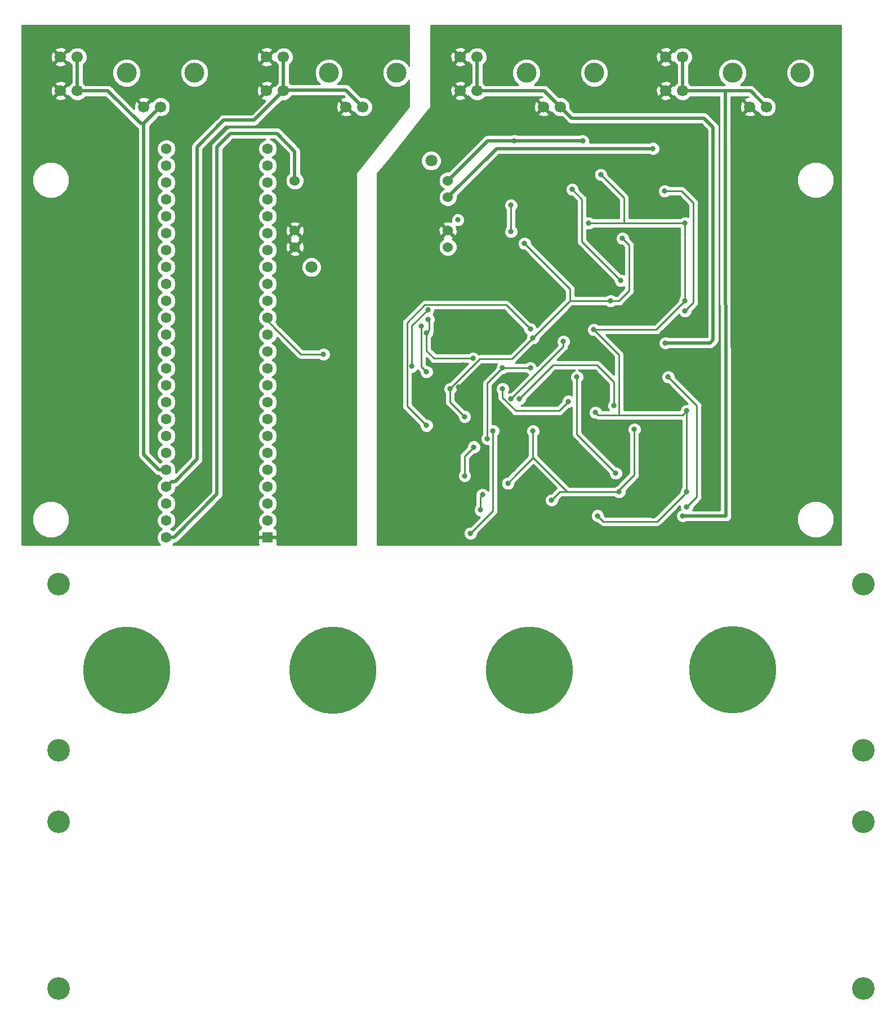
<source format=gbl>
G04 #@! TF.GenerationSoftware,KiCad,Pcbnew,5.0.2-bee76a0~70~ubuntu18.04.1*
G04 #@! TF.CreationDate,2018-12-10T22:04:31+02:00*
G04 #@! TF.ProjectId,CombinedPCB,436f6d62-696e-4656-9450-43422e6b6963,rev?*
G04 #@! TF.SameCoordinates,Original*
G04 #@! TF.FileFunction,Copper,L2,Bot*
G04 #@! TF.FilePolarity,Positive*
%FSLAX46Y46*%
G04 Gerber Fmt 4.6, Leading zero omitted, Abs format (unit mm)*
G04 Created by KiCad (PCBNEW 5.0.2-bee76a0~70~ubuntu18.04.1) date Mon Dec 10 22:04:31 2018*
%MOMM*%
%LPD*%
G01*
G04 APERTURE LIST*
G04 #@! TA.AperFunction,ComponentPad*
%ADD10C,1.600000*%
G04 #@! TD*
G04 #@! TA.AperFunction,ComponentPad*
%ADD11R,1.600000X1.600000*%
G04 #@! TD*
G04 #@! TA.AperFunction,ComponentPad*
%ADD12C,3.000000*%
G04 #@! TD*
G04 #@! TA.AperFunction,ComponentPad*
%ADD13C,1.700000*%
G04 #@! TD*
G04 #@! TA.AperFunction,ComponentPad*
%ADD14C,1.524000*%
G04 #@! TD*
G04 #@! TA.AperFunction,ComponentPad*
%ADD15C,1.800000*%
G04 #@! TD*
G04 #@! TA.AperFunction,ViaPad*
%ADD16C,0.800000*%
G04 #@! TD*
G04 #@! TA.AperFunction,ViaPad*
%ADD17C,13.100000*%
G04 #@! TD*
G04 #@! TA.AperFunction,ViaPad*
%ADD18C,3.400000*%
G04 #@! TD*
G04 #@! TA.AperFunction,Conductor*
%ADD19C,0.250000*%
G04 #@! TD*
G04 #@! TA.AperFunction,Conductor*
%ADD20C,0.500000*%
G04 #@! TD*
G04 #@! TA.AperFunction,Conductor*
%ADD21C,0.254000*%
G04 #@! TD*
G04 APERTURE END LIST*
D10*
G04 #@! TO.P,U1,17*
G04 #@! TO.N,Net-(U1-Pad17)*
X72420000Y-81070000D03*
G04 #@! TO.P,U1,18*
G04 #@! TO.N,Net-(U1-Pad18)*
X72420000Y-78530000D03*
G04 #@! TO.P,U1,19*
G04 #@! TO.N,Net-(U1-Pad19)*
X72420000Y-75990000D03*
G04 #@! TO.P,U1,20*
G04 #@! TO.N,Net-(U1-Pad20)*
X72420000Y-73450000D03*
G04 #@! TO.P,U1,16*
G04 #@! TO.N,Net-(U1-Pad16)*
X72420000Y-83610000D03*
G04 #@! TO.P,U1,15*
G04 #@! TO.N,+3V3*
X72420000Y-86150000D03*
G04 #@! TO.P,U1,14*
G04 #@! TO.N,MISO*
X72420000Y-88690000D03*
G04 #@! TO.P,U1,21*
G04 #@! TO.N,Net-(U1-Pad21)*
X72420000Y-70910000D03*
G04 #@! TO.P,U1,22*
G04 #@! TO.N,Net-(U1-Pad22)*
X72420000Y-68370000D03*
G04 #@! TO.P,U1,23*
G04 #@! TO.N,Net-(U1-Pad23)*
X72420000Y-65830000D03*
G04 #@! TO.P,U1,24*
G04 #@! TO.N,Net-(U1-Pad24)*
X72420000Y-63290000D03*
G04 #@! TO.P,U1,30*
G04 #@! TO.N,Net-(U1-Pad30)*
X57180000Y-63290000D03*
G04 #@! TO.P,U1,31*
G04 #@! TO.N,Net-(U1-Pad31)*
X57180000Y-65830000D03*
G04 #@! TO.P,U1,32*
G04 #@! TO.N,Net-(U1-Pad32)*
X57180000Y-68370000D03*
G04 #@! TO.P,U1,33*
G04 #@! TO.N,Net-(U1-Pad33)*
X57180000Y-70910000D03*
G04 #@! TO.P,U1,34*
G04 #@! TO.N,Net-(U1-Pad34)*
X57180000Y-73450000D03*
G04 #@! TO.P,U1,35*
G04 #@! TO.N,Net-(U1-Pad35)*
X57180000Y-75990000D03*
G04 #@! TO.P,U1,36*
G04 #@! TO.N,Net-(U1-Pad36)*
X57180000Y-78530000D03*
G04 #@! TO.P,U1,37*
G04 #@! TO.N,Net-(U1-Pad37)*
X57180000Y-81070000D03*
G04 #@! TO.P,U1,13*
G04 #@! TO.N,MOSI*
X72420000Y-91230000D03*
G04 #@! TO.P,U1,12*
G04 #@! TO.N,Net-(U1-Pad12)*
X72420000Y-93770000D03*
G04 #@! TO.P,U1,11*
G04 #@! TO.N,NLDAC*
X72420000Y-96310000D03*
G04 #@! TO.P,U1,10*
G04 #@! TO.N,CS0*
X72420000Y-98850000D03*
G04 #@! TO.P,U1,9*
G04 #@! TO.N,CS1*
X72420000Y-101390000D03*
G04 #@! TO.P,U1,8*
G04 #@! TO.N,OE0*
X72420000Y-103930000D03*
G04 #@! TO.P,U1,7*
G04 #@! TO.N,OE1*
X72420000Y-106470000D03*
G04 #@! TO.P,U1,6*
G04 #@! TO.N,OE2*
X72420000Y-109010000D03*
G04 #@! TO.P,U1,5*
G04 #@! TO.N,OE3*
X72420000Y-111550000D03*
G04 #@! TO.P,U1,4*
G04 #@! TO.N,Net-(U1-Pad4)*
X72420000Y-114090000D03*
G04 #@! TO.P,U1,3*
G04 #@! TO.N,Net-(U1-Pad3)*
X72420000Y-116630000D03*
G04 #@! TO.P,U1,2*
G04 #@! TO.N,Net-(U1-Pad2)*
X72420000Y-119170000D03*
D11*
G04 #@! TO.P,U1,1*
G04 #@! TO.N,GND*
X72420000Y-121710000D03*
D10*
G04 #@! TO.P,U1,38*
G04 #@! TO.N,Net-(U1-Pad38)*
X57180000Y-83610000D03*
G04 #@! TO.P,U1,39*
G04 #@! TO.N,Net-(U1-Pad39)*
X57180000Y-86150000D03*
G04 #@! TO.P,U1,40*
G04 #@! TO.N,SCK0*
X57180000Y-88690000D03*
G04 #@! TO.P,U1,41*
G04 #@! TO.N,Net-(U1-Pad41)*
X57180000Y-91230000D03*
G04 #@! TO.P,U1,42*
G04 #@! TO.N,Net-(U1-Pad42)*
X57180000Y-93770000D03*
G04 #@! TO.P,U1,43*
G04 #@! TO.N,Net-(U1-Pad43)*
X57180000Y-96310000D03*
G04 #@! TO.P,U1,44*
G04 #@! TO.N,Net-(U1-Pad44)*
X57180000Y-98850000D03*
G04 #@! TO.P,U1,45*
G04 #@! TO.N,Net-(U1-Pad45)*
X57180000Y-101390000D03*
G04 #@! TO.P,U1,46*
G04 #@! TO.N,Net-(U1-Pad46)*
X57180000Y-103930000D03*
G04 #@! TO.P,U1,47*
G04 #@! TO.N,Net-(U1-Pad47)*
X57180000Y-106470000D03*
G04 #@! TO.P,U1,48*
G04 #@! TO.N,Net-(U1-Pad48)*
X57180000Y-109010000D03*
G04 #@! TO.P,U1,49*
G04 #@! TO.N,Net-(J1-Pad1)*
X57180000Y-111550000D03*
G04 #@! TO.P,U1,50*
G04 #@! TO.N,Net-(J5-Pad1)*
X57180000Y-114090000D03*
G04 #@! TO.P,U1,51*
G04 #@! TO.N,+3V3*
X57180000Y-116630000D03*
G04 #@! TO.P,U1,52*
G04 #@! TO.N,Net-(U1-Pad52)*
X57180000Y-119170000D03*
G04 #@! TO.P,U1,53*
G04 #@! TO.N,VUSB*
X57180000Y-121710000D03*
G04 #@! TD*
D12*
G04 #@! TO.P,J12,NC*
G04 #@! TO.N,N/C*
X152500000Y-51900000D03*
X142300000Y-51900000D03*
D13*
G04 #@! TO.P,J12,1*
G04 #@! TO.N,OUT1*
X147400000Y-57000000D03*
G04 #@! TO.P,J12,2*
G04 #@! TO.N,GNDREF*
X144900000Y-57000000D03*
G04 #@! TD*
G04 #@! TO.P,J1,2*
G04 #@! TO.N,GND*
X53800000Y-57000000D03*
G04 #@! TO.P,J1,1*
G04 #@! TO.N,Net-(J1-Pad1)*
X56300000Y-57000000D03*
D12*
G04 #@! TO.P,J1,NC*
G04 #@! TO.N,N/C*
X51200000Y-51900000D03*
X61400000Y-51900000D03*
G04 #@! TD*
D13*
G04 #@! TO.P,J10,2*
G04 #@! TO.N,GNDREF*
X113900000Y-57000000D03*
G04 #@! TO.P,J10,1*
G04 #@! TO.N,OUT0*
X116400000Y-57000000D03*
D12*
G04 #@! TO.P,J10,NC*
G04 #@! TO.N,N/C*
X111300000Y-51900000D03*
X121500000Y-51900000D03*
G04 #@! TD*
G04 #@! TO.P,J5,NC*
G04 #@! TO.N,N/C*
X91800000Y-51900000D03*
X81600000Y-51900000D03*
D13*
G04 #@! TO.P,J5,1*
G04 #@! TO.N,Net-(J5-Pad1)*
X86700000Y-57000000D03*
G04 #@! TO.P,J5,2*
G04 #@! TO.N,GND*
X84200000Y-57000000D03*
G04 #@! TD*
D14*
G04 #@! TO.P,U2,4*
G04 #@! TO.N,-15V*
X99490000Y-78090000D03*
G04 #@! TO.P,U2,5*
G04 #@! TO.N,GNDREF*
X99490000Y-75590000D03*
G04 #@! TO.P,U2,6*
G04 #@! TO.N,-15V*
X99490000Y-70590000D03*
G04 #@! TO.P,U2,7*
G04 #@! TO.N,+15V*
X99490000Y-68090000D03*
D15*
G04 #@! TO.P,U2,a*
G04 #@! TO.N,N/C*
X96990000Y-65090000D03*
X78990000Y-81090000D03*
D14*
G04 #@! TO.P,U2,1*
G04 #@! TO.N,VUSB*
X76490000Y-68090000D03*
G04 #@! TO.P,U2,2*
G04 #@! TO.N,GND*
X76490000Y-75590000D03*
G04 #@! TO.P,U2,3*
X76490000Y-78090000D03*
G04 #@! TD*
D13*
G04 #@! TO.P,J3,1*
G04 #@! TO.N,Net-(J1-Pad1)*
X43800000Y-54580000D03*
G04 #@! TO.P,J3,2*
G04 #@! TO.N,GND*
X41260000Y-54580000D03*
X41260000Y-49500000D03*
G04 #@! TO.P,J3,1*
G04 #@! TO.N,Net-(J1-Pad1)*
X43800000Y-49500000D03*
G04 #@! TD*
G04 #@! TO.P,J7,1*
G04 #@! TO.N,Net-(J5-Pad1)*
X74800000Y-54580000D03*
G04 #@! TO.P,J7,2*
G04 #@! TO.N,GND*
X72260000Y-54580000D03*
X72260000Y-49500000D03*
G04 #@! TO.P,J7,1*
G04 #@! TO.N,Net-(J5-Pad1)*
X74800000Y-49500000D03*
G04 #@! TD*
G04 #@! TO.P,J9,1*
G04 #@! TO.N,OUT0*
X103900000Y-49500000D03*
G04 #@! TO.P,J9,2*
G04 #@! TO.N,GNDREF*
X101360000Y-49500000D03*
X101360000Y-54580000D03*
G04 #@! TO.P,J9,1*
G04 #@! TO.N,OUT0*
X103900000Y-54580000D03*
G04 #@! TD*
G04 #@! TO.P,J11,1*
G04 #@! TO.N,OUT1*
X134800000Y-49500000D03*
G04 #@! TO.P,J11,2*
G04 #@! TO.N,GNDREF*
X132260000Y-49500000D03*
X132260000Y-54580000D03*
G04 #@! TO.P,J11,1*
G04 #@! TO.N,OUT1*
X134800000Y-54580000D03*
G04 #@! TD*
D16*
G04 #@! TO.N,*
X101001000Y-73978000D03*
D17*
X51200000Y-141700000D03*
X82200000Y-141700000D03*
X111800000Y-141700000D03*
X142300000Y-141600000D03*
D18*
X41000000Y-153700000D03*
X41000000Y-128700000D03*
X162000000Y-153700000D03*
X162000000Y-128700000D03*
X41000000Y-189500000D03*
X41000000Y-164500000D03*
X162000000Y-164500000D03*
G04 #@! TO.N,+12V*
X162000000Y-189500000D03*
D16*
G04 #@! TO.N,+5V*
X125512000Y-83122000D03*
X124750000Y-112078000D03*
X102017000Y-112459000D03*
X103414000Y-108141000D03*
X105446000Y-106871000D03*
X107732000Y-96228500D03*
X111897500Y-96228500D03*
X118200000Y-69406000D03*
X118900000Y-97600000D03*
G04 #@! TO.N,GNDREF*
X106900000Y-69500000D03*
X129830000Y-82360000D03*
X130338000Y-111316000D03*
X94524000Y-86170000D03*
X101128000Y-99124000D03*
X91603000Y-98870000D03*
X109002000Y-105728000D03*
X91857000Y-114364000D03*
X108621000Y-97854000D03*
X122464000Y-116650000D03*
X120800000Y-119400000D03*
X109000000Y-83300000D03*
X107859000Y-116650000D03*
X103922000Y-101537000D03*
X112812000Y-112078000D03*
X113828000Y-87186000D03*
X106589000Y-102172000D03*
X119797000Y-67442000D03*
X105192000Y-74232000D03*
X104811000Y-81725000D03*
X97572000Y-60770000D03*
X100112000Y-96711000D03*
X110780000Y-117031000D03*
X92746000Y-72200000D03*
X104600000Y-61300000D03*
X129700000Y-78900000D03*
X121000000Y-83700000D03*
X94800000Y-110400000D03*
X101900000Y-116300000D03*
X113100000Y-69100000D03*
X122800000Y-94300000D03*
X122100000Y-73300000D03*
X130300000Y-109100000D03*
X92000000Y-120400000D03*
X121500000Y-92000000D03*
X100600000Y-90400000D03*
X116900000Y-99200000D03*
X105300000Y-93500000D03*
X101800000Y-95800000D03*
X150700000Y-83700000D03*
X150700000Y-81000000D03*
X150700000Y-86200000D03*
X146700000Y-81000000D03*
X146700000Y-83700000D03*
X146700000Y-86200000D03*
X130400000Y-118500000D03*
G04 #@! TO.N,+15V*
X109500000Y-62100000D03*
X119800000Y-62100000D03*
G04 #@! TO.N,+12V*
X120686000Y-74486000D03*
X135164000Y-74486000D03*
X135164000Y-86170000D03*
X121448000Y-90488000D03*
X135418000Y-102680000D03*
X135418000Y-114872000D03*
X121702000Y-102934000D03*
X107732000Y-99378000D03*
X117638000Y-101283000D03*
X122500000Y-67200000D03*
X122000000Y-118472000D03*
G04 #@! TO.N,GND*
X78903000Y-83249000D03*
X82713000Y-98108000D03*
X45800000Y-81500000D03*
X45800000Y-83500000D03*
X45800000Y-85500000D03*
X45800000Y-87500000D03*
X45800000Y-89500000D03*
X45800000Y-91500000D03*
X45800000Y-93500000D03*
X78900000Y-88100000D03*
X85000000Y-100400000D03*
G04 #@! TO.N,MOSIi*
X95540000Y-89980000D03*
X96302000Y-96838000D03*
G04 #@! TO.N,SCK0i*
X96302000Y-90996000D03*
X96556000Y-88964000D03*
X103287000Y-94806000D03*
G04 #@! TO.N,OE1i*
X106300000Y-105700000D03*
X102900000Y-121100000D03*
G04 #@! TO.N,-15V*
X130338000Y-63263170D03*
G04 #@! TO.N,-12V*
X123988000Y-86170000D03*
X125766000Y-76772000D03*
X112304000Y-91758000D03*
X111034000Y-77534000D03*
X127544000Y-105474000D03*
X125258000Y-114872000D03*
X112304000Y-105728000D03*
X102017000Y-103569000D03*
X99858000Y-99378000D03*
X108527339Y-113600000D03*
X115100000Y-116105000D03*
G04 #@! TO.N,ISENSE0*
X109002000Y-100902000D03*
X116876000Y-92266000D03*
G04 #@! TO.N,MISO*
X80800000Y-94200000D03*
G04 #@! TO.N,VOUT1*
X132624000Y-97600000D03*
X135418000Y-117158000D03*
G04 #@! TO.N,VOUT0*
X132116000Y-69660000D03*
X135164000Y-87694000D03*
G04 #@! TO.N,DAC0*
X109002000Y-75756000D03*
X109000000Y-71800000D03*
G04 #@! TO.N,DAC1*
X110272000Y-100902000D03*
X124496000Y-101918000D03*
G04 #@! TO.N,OE3i*
X104400000Y-117600000D03*
X104700000Y-115300000D03*
G04 #@! TO.N,CS0i*
X94100000Y-96000000D03*
X96500000Y-87500000D03*
G04 #@! TO.N,OUT0*
X96300000Y-104900000D03*
X111900000Y-90400000D03*
X132200000Y-92500000D03*
G04 #@! TO.N,OUT1*
X134800000Y-118500000D03*
G04 #@! TD*
D19*
G04 #@! TO.N,+5V*
X125512000Y-83122000D02*
X119670000Y-77280000D01*
X102017000Y-112459000D02*
X102017000Y-111893315D01*
X102017000Y-111893315D02*
X102017000Y-109538000D01*
X102017000Y-109538000D02*
X103414000Y-108141000D01*
X105446000Y-106871000D02*
X105446000Y-98514500D01*
X105446000Y-98514500D02*
X107732000Y-96228500D01*
X107732000Y-96228500D02*
X111897500Y-96228500D01*
X119670000Y-70876000D02*
X118200000Y-69406000D01*
X119670000Y-77280000D02*
X119670000Y-70876000D01*
X118900000Y-97600000D02*
X118908000Y-106236000D01*
X118908000Y-106236000D02*
X124750000Y-112078000D01*
D20*
G04 #@! TO.N,+15V*
X99490000Y-68090000D02*
X105480000Y-62100000D01*
X105480000Y-62100000D02*
X109500000Y-62100000D01*
X109500000Y-62100000D02*
X110065685Y-62100000D01*
X110065685Y-62100000D02*
X119800000Y-62100000D01*
D19*
G04 #@! TO.N,+12V*
X135164000Y-86170000D02*
X135164000Y-74486000D01*
X130846000Y-90488000D02*
X135164000Y-86170000D01*
X121448000Y-90488000D02*
X130846000Y-90488000D01*
X135418000Y-102680000D02*
X135418000Y-114872000D01*
X135018001Y-103079999D02*
X135418000Y-102680000D01*
X134764001Y-103333999D02*
X135018001Y-103079999D01*
X121702000Y-102934000D02*
X122101999Y-103333999D01*
X125221001Y-103297000D02*
X125258000Y-103333999D01*
X125221001Y-94261001D02*
X125221001Y-103297000D01*
X121448000Y-90488000D02*
X125221001Y-94261001D01*
X122101999Y-103333999D02*
X125258000Y-103333999D01*
X125258000Y-103333999D02*
X134764001Y-103333999D01*
X107732000Y-100705002D02*
X109706998Y-102680000D01*
X107732000Y-99378000D02*
X107732000Y-100705002D01*
X109706998Y-102680000D02*
X116241000Y-102680000D01*
X116241000Y-102680000D02*
X117638000Y-101283000D01*
X126000000Y-70700000D02*
X126000000Y-74486000D01*
X122500000Y-67200000D02*
X126000000Y-70700000D01*
X120686000Y-74486000D02*
X126000000Y-74486000D01*
X126000000Y-74486000D02*
X135164000Y-74486000D01*
X122000000Y-118472000D02*
X122863999Y-119335999D01*
X135018001Y-115271999D02*
X135418000Y-114872000D01*
X130954001Y-119335999D02*
X135018001Y-115271999D01*
X122863999Y-119335999D02*
X130954001Y-119335999D01*
G04 #@! TO.N,MOSIi*
X95540000Y-96076000D02*
X95540000Y-89980000D01*
X96302000Y-96838000D02*
X95540000Y-96076000D01*
G04 #@! TO.N,SCK0i*
X96701999Y-90596001D02*
X96701999Y-89109999D01*
X96302000Y-90996000D02*
X96701999Y-90596001D01*
X96701999Y-89109999D02*
X96556000Y-88964000D01*
X96302000Y-93663000D02*
X96302000Y-90996000D01*
X103287000Y-94806000D02*
X97445000Y-94806000D01*
X97445000Y-94806000D02*
X96302000Y-93663000D01*
G04 #@! TO.N,OE1i*
X106300000Y-105700000D02*
X106300000Y-117700000D01*
X106300000Y-117700000D02*
X102900000Y-121100000D01*
D20*
G04 #@! TO.N,-15V*
X99490000Y-70590000D02*
X106816830Y-63263170D01*
X106816830Y-63263170D02*
X130338000Y-63263170D01*
D19*
G04 #@! TO.N,-12V*
X123988000Y-86170000D02*
X125258000Y-86170000D01*
X126782000Y-84646000D02*
X126782000Y-77788000D01*
X125258000Y-86170000D02*
X126782000Y-84646000D01*
X126782000Y-77788000D02*
X125766000Y-76772000D01*
X117892000Y-86170000D02*
X123988000Y-86170000D01*
X112304000Y-91758000D02*
X117892000Y-86170000D01*
X117892000Y-84392000D02*
X117892000Y-86170000D01*
X111034000Y-77534000D02*
X117892000Y-84392000D01*
X127544000Y-105474000D02*
X127544000Y-112332000D01*
X127544000Y-112332000D02*
X125258000Y-114618000D01*
X125258000Y-114618000D02*
X125258000Y-114872000D01*
X118400000Y-114872000D02*
X125258000Y-114872000D01*
X112304000Y-105728000D02*
X112304000Y-108776000D01*
X102017000Y-103569000D02*
X99858000Y-101410000D01*
X99858000Y-101410000D02*
X99858000Y-99378000D01*
X100257999Y-98978001D02*
X99858000Y-99378000D01*
X100257999Y-98920999D02*
X100257999Y-98978001D01*
X109165999Y-94896001D02*
X104282997Y-94896001D01*
X104282997Y-94896001D02*
X100257999Y-98920999D01*
X112304000Y-91758000D02*
X109165999Y-94896001D01*
X109764000Y-112274315D02*
X112304000Y-109734315D01*
X112304000Y-109734315D02*
X112304000Y-108776000D01*
X108527339Y-113600000D02*
X109764000Y-112274315D01*
X112304000Y-109734315D02*
X112334315Y-109734315D01*
X117472000Y-114872000D02*
X118400000Y-114872000D01*
X112334315Y-109734315D02*
X117472000Y-114872000D01*
X117472000Y-114872000D02*
X116333000Y-114872000D01*
X116333000Y-114872000D02*
X115100000Y-116105000D01*
D20*
G04 #@! TO.N,VUSB*
X76490000Y-63690000D02*
X76490000Y-68090000D01*
X57180000Y-121710000D02*
X58311370Y-121710000D01*
X58311370Y-121710000D02*
X64800000Y-115221370D01*
X64800000Y-115221370D02*
X64800000Y-63000000D01*
X64800000Y-63000000D02*
X66800000Y-61000000D01*
X66800000Y-61000000D02*
X73800000Y-61000000D01*
X73800000Y-61000000D02*
X76490000Y-63690000D01*
D19*
G04 #@! TO.N,ISENSE0*
X109002000Y-100902000D02*
X116876000Y-93028000D01*
X116876000Y-93028000D02*
X116876000Y-92266000D01*
D20*
G04 #@! TO.N,Net-(J5-Pad1)*
X61800000Y-109970000D02*
X61800000Y-63000000D01*
X61800000Y-63000000D02*
X65800000Y-59000000D01*
X70380000Y-59000000D02*
X74800000Y-54580000D01*
X65800000Y-59000000D02*
X70380000Y-59000000D01*
X84180000Y-54480000D02*
X86700000Y-57000000D01*
X74800000Y-54480000D02*
X84180000Y-54480000D01*
X74800000Y-49500000D02*
X74800000Y-54580000D01*
X58479999Y-113290001D02*
X61800000Y-109970000D01*
X57979999Y-113290001D02*
X58479999Y-113290001D01*
X57180000Y-114090000D02*
X57979999Y-113290001D01*
G04 #@! TO.N,Net-(J1-Pad1)*
X53800000Y-108670000D02*
X53800000Y-59500000D01*
X43800000Y-49500000D02*
X43800000Y-54580000D01*
X53300000Y-59500000D02*
X53800000Y-59500000D01*
X43800000Y-54580000D02*
X48380000Y-54580000D01*
X48380000Y-54580000D02*
X53300000Y-59500000D01*
X55400000Y-57900000D02*
X53800000Y-59500000D01*
X56300000Y-57000000D02*
X55400000Y-57900000D01*
X53800000Y-109301370D02*
X53800000Y-108670000D01*
X56048630Y-111550000D02*
X53800000Y-109301370D01*
X57180000Y-111550000D02*
X56048630Y-111550000D01*
D19*
G04 #@! TO.N,MISO*
X72420000Y-89190000D02*
X73219999Y-89989999D01*
X73219999Y-89989999D02*
X73219999Y-90019999D01*
X73219999Y-90019999D02*
X77400000Y-94200000D01*
X77400000Y-94200000D02*
X80800000Y-94200000D01*
G04 #@! TO.N,VOUT1*
X132624000Y-97600000D02*
X136942000Y-101918000D01*
X136942000Y-101918000D02*
X136942000Y-115634000D01*
X136942000Y-115634000D02*
X135418000Y-117158000D01*
G04 #@! TO.N,VOUT0*
X134656000Y-69660000D02*
X132116000Y-69660000D01*
X136434000Y-71438000D02*
X134656000Y-69660000D01*
X136434000Y-86424000D02*
X136434000Y-71438000D01*
X135164000Y-87694000D02*
X136434000Y-86424000D01*
G04 #@! TO.N,DAC0*
X109002000Y-75756000D02*
X109002000Y-71802000D01*
X109002000Y-71802000D02*
X109000000Y-71800000D01*
G04 #@! TO.N,DAC1*
X124496000Y-98362000D02*
X124496000Y-101918000D01*
X121956000Y-95822000D02*
X124496000Y-98362000D01*
X110272000Y-100902000D02*
X115352000Y-95822000D01*
X115352000Y-95822000D02*
X121956000Y-95822000D01*
G04 #@! TO.N,OE3i*
X104400000Y-117600000D02*
X104400000Y-115600000D01*
X104400000Y-115600000D02*
X104700000Y-115300000D01*
G04 #@! TO.N,CS0i*
X94100000Y-96000000D02*
X94100000Y-89900000D01*
X94100000Y-89900000D02*
X96500000Y-87500000D01*
G04 #@! TO.N,OUT0*
X93374999Y-101974999D02*
X93374999Y-89425001D01*
X96300000Y-104900000D02*
X93374999Y-101974999D01*
X108274999Y-86774999D02*
X111900000Y-90400000D01*
X93374999Y-89425001D02*
X96025001Y-86774999D01*
X96025001Y-86774999D02*
X108274999Y-86774999D01*
D20*
X138900000Y-92500000D02*
X132200000Y-92500000D01*
X139400000Y-92000000D02*
X138900000Y-92500000D01*
X139400000Y-92000000D02*
X139400000Y-60100000D01*
X139400000Y-60100000D02*
X138000000Y-58700000D01*
X118100000Y-58700000D02*
X116400000Y-57000000D01*
X138000000Y-58700000D02*
X118100000Y-58700000D01*
X113980000Y-54580000D02*
X116400000Y-57000000D01*
X103900000Y-54580000D02*
X113980000Y-54580000D01*
X103900000Y-53377919D02*
X103900000Y-49500000D01*
X103900000Y-54580000D02*
X103900000Y-53377919D01*
G04 #@! TO.N,OUT1*
X134800000Y-54580000D02*
X134800000Y-49500000D01*
X145000000Y-54600000D02*
X147400000Y-57000000D01*
X134800000Y-118500000D02*
X141300000Y-118500000D01*
X141200000Y-54600000D02*
X145000000Y-54600000D01*
X141300000Y-118500000D02*
X141200000Y-54600000D01*
X141200000Y-54600000D02*
X134800000Y-54580000D01*
G04 #@! TD*
D21*
G04 #@! TO.N,GND*
G36*
X93673000Y-50842798D02*
X93609966Y-50690620D01*
X93009380Y-50090034D01*
X92224678Y-49765000D01*
X91375322Y-49765000D01*
X90590620Y-50090034D01*
X89990034Y-50690620D01*
X89665000Y-51475322D01*
X89665000Y-52324678D01*
X89990034Y-53109380D01*
X90590620Y-53709966D01*
X91375322Y-54035000D01*
X92224678Y-54035000D01*
X93009380Y-53709966D01*
X93609966Y-53109380D01*
X93673000Y-52957202D01*
X93673000Y-56955452D01*
X85700830Y-66920664D01*
X85678018Y-66964654D01*
X85673000Y-67000000D01*
X85673000Y-122790000D01*
X73791339Y-122790000D01*
X73855000Y-122636309D01*
X73855000Y-121995750D01*
X73696250Y-121837000D01*
X72547000Y-121837000D01*
X72547000Y-121857000D01*
X72293000Y-121857000D01*
X72293000Y-121837000D01*
X71143750Y-121837000D01*
X70985000Y-121995750D01*
X70985000Y-122636309D01*
X71048661Y-122790000D01*
X58129396Y-122790000D01*
X58307774Y-122611622D01*
X58311370Y-122612337D01*
X58398531Y-122595000D01*
X58398535Y-122595000D01*
X58656680Y-122543652D01*
X58949419Y-122348049D01*
X58998795Y-122274153D01*
X65364156Y-115908792D01*
X65438049Y-115859419D01*
X65633652Y-115566680D01*
X65685000Y-115308535D01*
X65685000Y-115308531D01*
X65702337Y-115221370D01*
X65685000Y-115134209D01*
X65685000Y-63366578D01*
X67166579Y-61885000D01*
X72062135Y-61885000D01*
X71607138Y-62073466D01*
X71203466Y-62477138D01*
X70985000Y-63004561D01*
X70985000Y-63575439D01*
X71203466Y-64102862D01*
X71607138Y-64506534D01*
X71736216Y-64560000D01*
X71607138Y-64613466D01*
X71203466Y-65017138D01*
X70985000Y-65544561D01*
X70985000Y-66115439D01*
X71203466Y-66642862D01*
X71607138Y-67046534D01*
X71736216Y-67100000D01*
X71607138Y-67153466D01*
X71203466Y-67557138D01*
X70985000Y-68084561D01*
X70985000Y-68655439D01*
X71203466Y-69182862D01*
X71607138Y-69586534D01*
X71736216Y-69640000D01*
X71607138Y-69693466D01*
X71203466Y-70097138D01*
X70985000Y-70624561D01*
X70985000Y-71195439D01*
X71203466Y-71722862D01*
X71607138Y-72126534D01*
X71736216Y-72180000D01*
X71607138Y-72233466D01*
X71203466Y-72637138D01*
X70985000Y-73164561D01*
X70985000Y-73735439D01*
X71203466Y-74262862D01*
X71607138Y-74666534D01*
X71736216Y-74720000D01*
X71607138Y-74773466D01*
X71203466Y-75177138D01*
X70985000Y-75704561D01*
X70985000Y-76275439D01*
X71203466Y-76802862D01*
X71607138Y-77206534D01*
X71736216Y-77260000D01*
X71607138Y-77313466D01*
X71203466Y-77717138D01*
X70985000Y-78244561D01*
X70985000Y-78815439D01*
X71203466Y-79342862D01*
X71607138Y-79746534D01*
X71736216Y-79800000D01*
X71607138Y-79853466D01*
X71203466Y-80257138D01*
X70985000Y-80784561D01*
X70985000Y-81355439D01*
X71203466Y-81882862D01*
X71607138Y-82286534D01*
X71736216Y-82340000D01*
X71607138Y-82393466D01*
X71203466Y-82797138D01*
X70985000Y-83324561D01*
X70985000Y-83895439D01*
X71203466Y-84422862D01*
X71607138Y-84826534D01*
X71736216Y-84880000D01*
X71607138Y-84933466D01*
X71203466Y-85337138D01*
X70985000Y-85864561D01*
X70985000Y-86435439D01*
X71203466Y-86962862D01*
X71607138Y-87366534D01*
X71736216Y-87420000D01*
X71607138Y-87473466D01*
X71203466Y-87877138D01*
X70985000Y-88404561D01*
X70985000Y-88975439D01*
X71203466Y-89502862D01*
X71607138Y-89906534D01*
X71736216Y-89960000D01*
X71607138Y-90013466D01*
X71203466Y-90417138D01*
X70985000Y-90944561D01*
X70985000Y-91515439D01*
X71203466Y-92042862D01*
X71607138Y-92446534D01*
X71736216Y-92500000D01*
X71607138Y-92553466D01*
X71203466Y-92957138D01*
X70985000Y-93484561D01*
X70985000Y-94055439D01*
X71203466Y-94582862D01*
X71607138Y-94986534D01*
X71736216Y-95040000D01*
X71607138Y-95093466D01*
X71203466Y-95497138D01*
X70985000Y-96024561D01*
X70985000Y-96595439D01*
X71203466Y-97122862D01*
X71607138Y-97526534D01*
X71736216Y-97580000D01*
X71607138Y-97633466D01*
X71203466Y-98037138D01*
X70985000Y-98564561D01*
X70985000Y-99135439D01*
X71203466Y-99662862D01*
X71607138Y-100066534D01*
X71736216Y-100120000D01*
X71607138Y-100173466D01*
X71203466Y-100577138D01*
X70985000Y-101104561D01*
X70985000Y-101675439D01*
X71203466Y-102202862D01*
X71607138Y-102606534D01*
X71736216Y-102660000D01*
X71607138Y-102713466D01*
X71203466Y-103117138D01*
X70985000Y-103644561D01*
X70985000Y-104215439D01*
X71203466Y-104742862D01*
X71607138Y-105146534D01*
X71736216Y-105200000D01*
X71607138Y-105253466D01*
X71203466Y-105657138D01*
X70985000Y-106184561D01*
X70985000Y-106755439D01*
X71203466Y-107282862D01*
X71607138Y-107686534D01*
X71736216Y-107740000D01*
X71607138Y-107793466D01*
X71203466Y-108197138D01*
X70985000Y-108724561D01*
X70985000Y-109295439D01*
X71203466Y-109822862D01*
X71607138Y-110226534D01*
X71736216Y-110280000D01*
X71607138Y-110333466D01*
X71203466Y-110737138D01*
X70985000Y-111264561D01*
X70985000Y-111835439D01*
X71203466Y-112362862D01*
X71607138Y-112766534D01*
X71736216Y-112820000D01*
X71607138Y-112873466D01*
X71203466Y-113277138D01*
X70985000Y-113804561D01*
X70985000Y-114375439D01*
X71203466Y-114902862D01*
X71607138Y-115306534D01*
X71736216Y-115360000D01*
X71607138Y-115413466D01*
X71203466Y-115817138D01*
X70985000Y-116344561D01*
X70985000Y-116915439D01*
X71203466Y-117442862D01*
X71607138Y-117846534D01*
X71736216Y-117900000D01*
X71607138Y-117953466D01*
X71203466Y-118357138D01*
X70985000Y-118884561D01*
X70985000Y-119455439D01*
X71203466Y-119982862D01*
X71495604Y-120275000D01*
X71493690Y-120275000D01*
X71260301Y-120371673D01*
X71081673Y-120550302D01*
X70985000Y-120783691D01*
X70985000Y-121424250D01*
X71143750Y-121583000D01*
X72293000Y-121583000D01*
X72293000Y-121563000D01*
X72547000Y-121563000D01*
X72547000Y-121583000D01*
X73696250Y-121583000D01*
X73855000Y-121424250D01*
X73855000Y-120783691D01*
X73758327Y-120550302D01*
X73579699Y-120371673D01*
X73346310Y-120275000D01*
X73344396Y-120275000D01*
X73636534Y-119982862D01*
X73855000Y-119455439D01*
X73855000Y-118884561D01*
X73636534Y-118357138D01*
X73232862Y-117953466D01*
X73103784Y-117900000D01*
X73232862Y-117846534D01*
X73636534Y-117442862D01*
X73855000Y-116915439D01*
X73855000Y-116344561D01*
X73636534Y-115817138D01*
X73232862Y-115413466D01*
X73103784Y-115360000D01*
X73232862Y-115306534D01*
X73636534Y-114902862D01*
X73855000Y-114375439D01*
X73855000Y-113804561D01*
X73636534Y-113277138D01*
X73232862Y-112873466D01*
X73103784Y-112820000D01*
X73232862Y-112766534D01*
X73636534Y-112362862D01*
X73855000Y-111835439D01*
X73855000Y-111264561D01*
X73636534Y-110737138D01*
X73232862Y-110333466D01*
X73103784Y-110280000D01*
X73232862Y-110226534D01*
X73636534Y-109822862D01*
X73855000Y-109295439D01*
X73855000Y-108724561D01*
X73636534Y-108197138D01*
X73232862Y-107793466D01*
X73103784Y-107740000D01*
X73232862Y-107686534D01*
X73636534Y-107282862D01*
X73855000Y-106755439D01*
X73855000Y-106184561D01*
X73636534Y-105657138D01*
X73232862Y-105253466D01*
X73103784Y-105200000D01*
X73232862Y-105146534D01*
X73636534Y-104742862D01*
X73855000Y-104215439D01*
X73855000Y-103644561D01*
X73636534Y-103117138D01*
X73232862Y-102713466D01*
X73103784Y-102660000D01*
X73232862Y-102606534D01*
X73636534Y-102202862D01*
X73855000Y-101675439D01*
X73855000Y-101104561D01*
X73636534Y-100577138D01*
X73232862Y-100173466D01*
X73103784Y-100120000D01*
X73232862Y-100066534D01*
X73636534Y-99662862D01*
X73855000Y-99135439D01*
X73855000Y-98564561D01*
X73636534Y-98037138D01*
X73232862Y-97633466D01*
X73103784Y-97580000D01*
X73232862Y-97526534D01*
X73636534Y-97122862D01*
X73855000Y-96595439D01*
X73855000Y-96024561D01*
X73636534Y-95497138D01*
X73232862Y-95093466D01*
X73103784Y-95040000D01*
X73232862Y-94986534D01*
X73636534Y-94582862D01*
X73855000Y-94055439D01*
X73855000Y-93484561D01*
X73636534Y-92957138D01*
X73232862Y-92553466D01*
X73103784Y-92500000D01*
X73232862Y-92446534D01*
X73636534Y-92042862D01*
X73792215Y-91667016D01*
X76809671Y-94684473D01*
X76852071Y-94747929D01*
X77103463Y-94915904D01*
X77325148Y-94960000D01*
X77325152Y-94960000D01*
X77399999Y-94974888D01*
X77474846Y-94960000D01*
X80096289Y-94960000D01*
X80213720Y-95077431D01*
X80594126Y-95235000D01*
X81005874Y-95235000D01*
X81386280Y-95077431D01*
X81677431Y-94786280D01*
X81835000Y-94405874D01*
X81835000Y-93994126D01*
X81677431Y-93613720D01*
X81386280Y-93322569D01*
X81005874Y-93165000D01*
X80594126Y-93165000D01*
X80213720Y-93322569D01*
X80096289Y-93440000D01*
X77714802Y-93440000D01*
X73870741Y-89595940D01*
X73810328Y-89505525D01*
X73810326Y-89505523D01*
X73767928Y-89442070D01*
X73704475Y-89399672D01*
X73686657Y-89381854D01*
X73855000Y-88975439D01*
X73855000Y-88404561D01*
X73636534Y-87877138D01*
X73232862Y-87473466D01*
X73103784Y-87420000D01*
X73232862Y-87366534D01*
X73636534Y-86962862D01*
X73855000Y-86435439D01*
X73855000Y-85864561D01*
X73636534Y-85337138D01*
X73232862Y-84933466D01*
X73103784Y-84880000D01*
X73232862Y-84826534D01*
X73636534Y-84422862D01*
X73855000Y-83895439D01*
X73855000Y-83324561D01*
X73636534Y-82797138D01*
X73232862Y-82393466D01*
X73103784Y-82340000D01*
X73232862Y-82286534D01*
X73636534Y-81882862D01*
X73855000Y-81355439D01*
X73855000Y-80784670D01*
X77455000Y-80784670D01*
X77455000Y-81395330D01*
X77688690Y-81959507D01*
X78120493Y-82391310D01*
X78684670Y-82625000D01*
X79295330Y-82625000D01*
X79859507Y-82391310D01*
X80291310Y-81959507D01*
X80525000Y-81395330D01*
X80525000Y-80784670D01*
X80291310Y-80220493D01*
X79859507Y-79788690D01*
X79295330Y-79555000D01*
X78684670Y-79555000D01*
X78120493Y-79788690D01*
X77688690Y-80220493D01*
X77455000Y-80784670D01*
X73855000Y-80784670D01*
X73855000Y-80784561D01*
X73636534Y-80257138D01*
X73232862Y-79853466D01*
X73103784Y-79800000D01*
X73232862Y-79746534D01*
X73636534Y-79342862D01*
X73749469Y-79070213D01*
X75689392Y-79070213D01*
X75758857Y-79312397D01*
X76282302Y-79499144D01*
X76837368Y-79471362D01*
X77221143Y-79312397D01*
X77290608Y-79070213D01*
X76490000Y-78269605D01*
X75689392Y-79070213D01*
X73749469Y-79070213D01*
X73855000Y-78815439D01*
X73855000Y-78244561D01*
X73704948Y-77882302D01*
X75080856Y-77882302D01*
X75108638Y-78437368D01*
X75267603Y-78821143D01*
X75509787Y-78890608D01*
X76310395Y-78090000D01*
X76669605Y-78090000D01*
X77470213Y-78890608D01*
X77712397Y-78821143D01*
X77899144Y-78297698D01*
X77871362Y-77742632D01*
X77712397Y-77358857D01*
X77470213Y-77289392D01*
X76669605Y-78090000D01*
X76310395Y-78090000D01*
X75509787Y-77289392D01*
X75267603Y-77358857D01*
X75080856Y-77882302D01*
X73704948Y-77882302D01*
X73636534Y-77717138D01*
X73232862Y-77313466D01*
X73103784Y-77260000D01*
X73232862Y-77206534D01*
X73636534Y-76802862D01*
X73732900Y-76570213D01*
X75689392Y-76570213D01*
X75758857Y-76812397D01*
X75830462Y-76837943D01*
X75758857Y-76867603D01*
X75689392Y-77109787D01*
X76490000Y-77910395D01*
X77290608Y-77109787D01*
X77221143Y-76867603D01*
X77149538Y-76842057D01*
X77221143Y-76812397D01*
X77290608Y-76570213D01*
X76490000Y-75769605D01*
X75689392Y-76570213D01*
X73732900Y-76570213D01*
X73855000Y-76275439D01*
X73855000Y-75704561D01*
X73721516Y-75382302D01*
X75080856Y-75382302D01*
X75108638Y-75937368D01*
X75267603Y-76321143D01*
X75509787Y-76390608D01*
X76310395Y-75590000D01*
X76669605Y-75590000D01*
X77470213Y-76390608D01*
X77712397Y-76321143D01*
X77899144Y-75797698D01*
X77871362Y-75242632D01*
X77712397Y-74858857D01*
X77470213Y-74789392D01*
X76669605Y-75590000D01*
X76310395Y-75590000D01*
X75509787Y-74789392D01*
X75267603Y-74858857D01*
X75080856Y-75382302D01*
X73721516Y-75382302D01*
X73636534Y-75177138D01*
X73232862Y-74773466D01*
X73103784Y-74720000D01*
X73232862Y-74666534D01*
X73289609Y-74609787D01*
X75689392Y-74609787D01*
X76490000Y-75410395D01*
X77290608Y-74609787D01*
X77221143Y-74367603D01*
X76697698Y-74180856D01*
X76142632Y-74208638D01*
X75758857Y-74367603D01*
X75689392Y-74609787D01*
X73289609Y-74609787D01*
X73636534Y-74262862D01*
X73855000Y-73735439D01*
X73855000Y-73164561D01*
X73636534Y-72637138D01*
X73232862Y-72233466D01*
X73103784Y-72180000D01*
X73232862Y-72126534D01*
X73636534Y-71722862D01*
X73855000Y-71195439D01*
X73855000Y-70624561D01*
X73636534Y-70097138D01*
X73232862Y-69693466D01*
X73103784Y-69640000D01*
X73232862Y-69586534D01*
X73636534Y-69182862D01*
X73855000Y-68655439D01*
X73855000Y-68084561D01*
X73636534Y-67557138D01*
X73232862Y-67153466D01*
X73103784Y-67100000D01*
X73232862Y-67046534D01*
X73636534Y-66642862D01*
X73855000Y-66115439D01*
X73855000Y-65544561D01*
X73636534Y-65017138D01*
X73232862Y-64613466D01*
X73103784Y-64560000D01*
X73232862Y-64506534D01*
X73636534Y-64102862D01*
X73855000Y-63575439D01*
X73855000Y-63004561D01*
X73636534Y-62477138D01*
X73232862Y-62073466D01*
X72777865Y-61885000D01*
X73433422Y-61885000D01*
X75605000Y-64056579D01*
X75605001Y-66999342D01*
X75305680Y-67298663D01*
X75093000Y-67812119D01*
X75093000Y-68367881D01*
X75305680Y-68881337D01*
X75698663Y-69274320D01*
X76212119Y-69487000D01*
X76767881Y-69487000D01*
X77281337Y-69274320D01*
X77674320Y-68881337D01*
X77887000Y-68367881D01*
X77887000Y-67812119D01*
X77674320Y-67298663D01*
X77375000Y-66999343D01*
X77375000Y-63777159D01*
X77392337Y-63689999D01*
X77375000Y-63602839D01*
X77375000Y-63602835D01*
X77323652Y-63344690D01*
X77128049Y-63051951D01*
X77054156Y-63002577D01*
X74487425Y-60435847D01*
X74438049Y-60361951D01*
X74145310Y-60166348D01*
X73887165Y-60115000D01*
X73887161Y-60115000D01*
X73800000Y-60097663D01*
X73712839Y-60115000D01*
X66887159Y-60115000D01*
X66799999Y-60097663D01*
X66712839Y-60115000D01*
X66712835Y-60115000D01*
X66454690Y-60166348D01*
X66454688Y-60166349D01*
X66454689Y-60166349D01*
X66235845Y-60312576D01*
X66235844Y-60312577D01*
X66161951Y-60361951D01*
X66112577Y-60435844D01*
X64235845Y-62312577D01*
X64161952Y-62361951D01*
X64112578Y-62435844D01*
X64112576Y-62435846D01*
X63966348Y-62654691D01*
X63897663Y-63000000D01*
X63915001Y-63087166D01*
X63915000Y-114854791D01*
X58134594Y-120635198D01*
X57992862Y-120493466D01*
X57863784Y-120440000D01*
X57992862Y-120386534D01*
X58396534Y-119982862D01*
X58615000Y-119455439D01*
X58615000Y-118884561D01*
X58396534Y-118357138D01*
X57992862Y-117953466D01*
X57863784Y-117900000D01*
X57992862Y-117846534D01*
X58396534Y-117442862D01*
X58615000Y-116915439D01*
X58615000Y-116344561D01*
X58396534Y-115817138D01*
X57992862Y-115413466D01*
X57863784Y-115360000D01*
X57992862Y-115306534D01*
X58396534Y-114902862D01*
X58615000Y-114375439D01*
X58615000Y-114165486D01*
X58825309Y-114123653D01*
X59118048Y-113928050D01*
X59167424Y-113854154D01*
X62364156Y-110657423D01*
X62438049Y-110608049D01*
X62546996Y-110445000D01*
X62633651Y-110315311D01*
X62633652Y-110315310D01*
X62685000Y-110057165D01*
X62685000Y-110057161D01*
X62702337Y-109970001D01*
X62685000Y-109882841D01*
X62685000Y-63366578D01*
X66166579Y-59885000D01*
X70292839Y-59885000D01*
X70380000Y-59902337D01*
X70467161Y-59885000D01*
X70467165Y-59885000D01*
X70725310Y-59833652D01*
X71018049Y-59638049D01*
X71067425Y-59564153D01*
X72587620Y-58043958D01*
X83335647Y-58043958D01*
X83415920Y-58295259D01*
X83971279Y-58496718D01*
X84561458Y-58470315D01*
X84984080Y-58295259D01*
X85064353Y-58043958D01*
X84200000Y-57179605D01*
X83335647Y-58043958D01*
X72587620Y-58043958D01*
X73860299Y-56771279D01*
X82703282Y-56771279D01*
X82729685Y-57361458D01*
X82904741Y-57784080D01*
X83156042Y-57864353D01*
X84020395Y-57000000D01*
X83156042Y-56135647D01*
X82904741Y-56215920D01*
X82703282Y-56771279D01*
X73860299Y-56771279D01*
X74566579Y-56065000D01*
X75095385Y-56065000D01*
X75641185Y-55838922D01*
X76058922Y-55421185D01*
X76082195Y-55365000D01*
X83813422Y-55365000D01*
X83972130Y-55523709D01*
X83838542Y-55529685D01*
X83415920Y-55704741D01*
X83335647Y-55956042D01*
X84200000Y-56820395D01*
X84214143Y-56806253D01*
X84393748Y-56985858D01*
X84379605Y-57000000D01*
X85243958Y-57864353D01*
X85426519Y-57806037D01*
X85441078Y-57841185D01*
X85858815Y-58258922D01*
X86404615Y-58485000D01*
X86995385Y-58485000D01*
X87541185Y-58258922D01*
X87958922Y-57841185D01*
X88185000Y-57295385D01*
X88185000Y-56704615D01*
X87958922Y-56158815D01*
X87541185Y-55741078D01*
X86995385Y-55515000D01*
X86466579Y-55515000D01*
X84867425Y-53915847D01*
X84818049Y-53841951D01*
X84525310Y-53646348D01*
X84267165Y-53595000D01*
X84267161Y-53595000D01*
X84180000Y-53577663D01*
X84092839Y-53595000D01*
X82924346Y-53595000D01*
X83409966Y-53109380D01*
X83735000Y-52324678D01*
X83735000Y-51475322D01*
X83409966Y-50690620D01*
X82809380Y-50090034D01*
X82024678Y-49765000D01*
X81175322Y-49765000D01*
X80390620Y-50090034D01*
X79790034Y-50690620D01*
X79465000Y-51475322D01*
X79465000Y-52324678D01*
X79790034Y-53109380D01*
X80275654Y-53595000D01*
X75915107Y-53595000D01*
X75685000Y-53364893D01*
X75685000Y-50715107D01*
X76058922Y-50341185D01*
X76285000Y-49795385D01*
X76285000Y-49204615D01*
X76058922Y-48658815D01*
X75641185Y-48241078D01*
X75095385Y-48015000D01*
X74504615Y-48015000D01*
X73958815Y-48241078D01*
X73541078Y-48658815D01*
X73521845Y-48705247D01*
X73303958Y-48635647D01*
X72439605Y-49500000D01*
X73303958Y-50364353D01*
X73521845Y-50294753D01*
X73541078Y-50341185D01*
X73915000Y-50715107D01*
X73915001Y-53364892D01*
X73541078Y-53738815D01*
X73521845Y-53785247D01*
X73303958Y-53715647D01*
X72439605Y-54580000D01*
X72453748Y-54594143D01*
X72274143Y-54773748D01*
X72260000Y-54759605D01*
X71395647Y-55623958D01*
X71475920Y-55875259D01*
X72031279Y-56076718D01*
X72052660Y-56075761D01*
X70013422Y-58115000D01*
X65887159Y-58115000D01*
X65799999Y-58097663D01*
X65712839Y-58115000D01*
X65712835Y-58115000D01*
X65454690Y-58166348D01*
X65454688Y-58166349D01*
X65454689Y-58166349D01*
X65235845Y-58312576D01*
X65235844Y-58312577D01*
X65161951Y-58361951D01*
X65112577Y-58435844D01*
X61235845Y-62312577D01*
X61161952Y-62361951D01*
X61112578Y-62435844D01*
X61112576Y-62435846D01*
X60966348Y-62654691D01*
X60897663Y-63000000D01*
X60915001Y-63087166D01*
X60915000Y-109603421D01*
X58566929Y-111951493D01*
X58615000Y-111835439D01*
X58615000Y-111264561D01*
X58396534Y-110737138D01*
X57992862Y-110333466D01*
X57863784Y-110280000D01*
X57992862Y-110226534D01*
X58396534Y-109822862D01*
X58615000Y-109295439D01*
X58615000Y-108724561D01*
X58396534Y-108197138D01*
X57992862Y-107793466D01*
X57863784Y-107740000D01*
X57992862Y-107686534D01*
X58396534Y-107282862D01*
X58615000Y-106755439D01*
X58615000Y-106184561D01*
X58396534Y-105657138D01*
X57992862Y-105253466D01*
X57863784Y-105200000D01*
X57992862Y-105146534D01*
X58396534Y-104742862D01*
X58615000Y-104215439D01*
X58615000Y-103644561D01*
X58396534Y-103117138D01*
X57992862Y-102713466D01*
X57863784Y-102660000D01*
X57992862Y-102606534D01*
X58396534Y-102202862D01*
X58615000Y-101675439D01*
X58615000Y-101104561D01*
X58396534Y-100577138D01*
X57992862Y-100173466D01*
X57863784Y-100120000D01*
X57992862Y-100066534D01*
X58396534Y-99662862D01*
X58615000Y-99135439D01*
X58615000Y-98564561D01*
X58396534Y-98037138D01*
X57992862Y-97633466D01*
X57863784Y-97580000D01*
X57992862Y-97526534D01*
X58396534Y-97122862D01*
X58615000Y-96595439D01*
X58615000Y-96024561D01*
X58396534Y-95497138D01*
X57992862Y-95093466D01*
X57863784Y-95040000D01*
X57992862Y-94986534D01*
X58396534Y-94582862D01*
X58615000Y-94055439D01*
X58615000Y-93484561D01*
X58396534Y-92957138D01*
X57992862Y-92553466D01*
X57863784Y-92500000D01*
X57992862Y-92446534D01*
X58396534Y-92042862D01*
X58615000Y-91515439D01*
X58615000Y-90944561D01*
X58396534Y-90417138D01*
X57992862Y-90013466D01*
X57863784Y-89960000D01*
X57992862Y-89906534D01*
X58396534Y-89502862D01*
X58615000Y-88975439D01*
X58615000Y-88404561D01*
X58396534Y-87877138D01*
X57992862Y-87473466D01*
X57863784Y-87420000D01*
X57992862Y-87366534D01*
X58396534Y-86962862D01*
X58615000Y-86435439D01*
X58615000Y-85864561D01*
X58396534Y-85337138D01*
X57992862Y-84933466D01*
X57863784Y-84880000D01*
X57992862Y-84826534D01*
X58396534Y-84422862D01*
X58615000Y-83895439D01*
X58615000Y-83324561D01*
X58396534Y-82797138D01*
X57992862Y-82393466D01*
X57863784Y-82340000D01*
X57992862Y-82286534D01*
X58396534Y-81882862D01*
X58615000Y-81355439D01*
X58615000Y-80784561D01*
X58396534Y-80257138D01*
X57992862Y-79853466D01*
X57863784Y-79800000D01*
X57992862Y-79746534D01*
X58396534Y-79342862D01*
X58615000Y-78815439D01*
X58615000Y-78244561D01*
X58396534Y-77717138D01*
X57992862Y-77313466D01*
X57863784Y-77260000D01*
X57992862Y-77206534D01*
X58396534Y-76802862D01*
X58615000Y-76275439D01*
X58615000Y-75704561D01*
X58396534Y-75177138D01*
X57992862Y-74773466D01*
X57863784Y-74720000D01*
X57992862Y-74666534D01*
X58396534Y-74262862D01*
X58615000Y-73735439D01*
X58615000Y-73164561D01*
X58396534Y-72637138D01*
X57992862Y-72233466D01*
X57863784Y-72180000D01*
X57992862Y-72126534D01*
X58396534Y-71722862D01*
X58615000Y-71195439D01*
X58615000Y-70624561D01*
X58396534Y-70097138D01*
X57992862Y-69693466D01*
X57863784Y-69640000D01*
X57992862Y-69586534D01*
X58396534Y-69182862D01*
X58615000Y-68655439D01*
X58615000Y-68084561D01*
X58396534Y-67557138D01*
X57992862Y-67153466D01*
X57863784Y-67100000D01*
X57992862Y-67046534D01*
X58396534Y-66642862D01*
X58615000Y-66115439D01*
X58615000Y-65544561D01*
X58396534Y-65017138D01*
X57992862Y-64613466D01*
X57863784Y-64560000D01*
X57992862Y-64506534D01*
X58396534Y-64102862D01*
X58615000Y-63575439D01*
X58615000Y-63004561D01*
X58396534Y-62477138D01*
X57992862Y-62073466D01*
X57465439Y-61855000D01*
X56894561Y-61855000D01*
X56367138Y-62073466D01*
X55963466Y-62477138D01*
X55745000Y-63004561D01*
X55745000Y-63575439D01*
X55963466Y-64102862D01*
X56367138Y-64506534D01*
X56496216Y-64560000D01*
X56367138Y-64613466D01*
X55963466Y-65017138D01*
X55745000Y-65544561D01*
X55745000Y-66115439D01*
X55963466Y-66642862D01*
X56367138Y-67046534D01*
X56496216Y-67100000D01*
X56367138Y-67153466D01*
X55963466Y-67557138D01*
X55745000Y-68084561D01*
X55745000Y-68655439D01*
X55963466Y-69182862D01*
X56367138Y-69586534D01*
X56496216Y-69640000D01*
X56367138Y-69693466D01*
X55963466Y-70097138D01*
X55745000Y-70624561D01*
X55745000Y-71195439D01*
X55963466Y-71722862D01*
X56367138Y-72126534D01*
X56496216Y-72180000D01*
X56367138Y-72233466D01*
X55963466Y-72637138D01*
X55745000Y-73164561D01*
X55745000Y-73735439D01*
X55963466Y-74262862D01*
X56367138Y-74666534D01*
X56496216Y-74720000D01*
X56367138Y-74773466D01*
X55963466Y-75177138D01*
X55745000Y-75704561D01*
X55745000Y-76275439D01*
X55963466Y-76802862D01*
X56367138Y-77206534D01*
X56496216Y-77260000D01*
X56367138Y-77313466D01*
X55963466Y-77717138D01*
X55745000Y-78244561D01*
X55745000Y-78815439D01*
X55963466Y-79342862D01*
X56367138Y-79746534D01*
X56496216Y-79800000D01*
X56367138Y-79853466D01*
X55963466Y-80257138D01*
X55745000Y-80784561D01*
X55745000Y-81355439D01*
X55963466Y-81882862D01*
X56367138Y-82286534D01*
X56496216Y-82340000D01*
X56367138Y-82393466D01*
X55963466Y-82797138D01*
X55745000Y-83324561D01*
X55745000Y-83895439D01*
X55963466Y-84422862D01*
X56367138Y-84826534D01*
X56496216Y-84880000D01*
X56367138Y-84933466D01*
X55963466Y-85337138D01*
X55745000Y-85864561D01*
X55745000Y-86435439D01*
X55963466Y-86962862D01*
X56367138Y-87366534D01*
X56496216Y-87420000D01*
X56367138Y-87473466D01*
X55963466Y-87877138D01*
X55745000Y-88404561D01*
X55745000Y-88975439D01*
X55963466Y-89502862D01*
X56367138Y-89906534D01*
X56496216Y-89960000D01*
X56367138Y-90013466D01*
X55963466Y-90417138D01*
X55745000Y-90944561D01*
X55745000Y-91515439D01*
X55963466Y-92042862D01*
X56367138Y-92446534D01*
X56496216Y-92500000D01*
X56367138Y-92553466D01*
X55963466Y-92957138D01*
X55745000Y-93484561D01*
X55745000Y-94055439D01*
X55963466Y-94582862D01*
X56367138Y-94986534D01*
X56496216Y-95040000D01*
X56367138Y-95093466D01*
X55963466Y-95497138D01*
X55745000Y-96024561D01*
X55745000Y-96595439D01*
X55963466Y-97122862D01*
X56367138Y-97526534D01*
X56496216Y-97580000D01*
X56367138Y-97633466D01*
X55963466Y-98037138D01*
X55745000Y-98564561D01*
X55745000Y-99135439D01*
X55963466Y-99662862D01*
X56367138Y-100066534D01*
X56496216Y-100120000D01*
X56367138Y-100173466D01*
X55963466Y-100577138D01*
X55745000Y-101104561D01*
X55745000Y-101675439D01*
X55963466Y-102202862D01*
X56367138Y-102606534D01*
X56496216Y-102660000D01*
X56367138Y-102713466D01*
X55963466Y-103117138D01*
X55745000Y-103644561D01*
X55745000Y-104215439D01*
X55963466Y-104742862D01*
X56367138Y-105146534D01*
X56496216Y-105200000D01*
X56367138Y-105253466D01*
X55963466Y-105657138D01*
X55745000Y-106184561D01*
X55745000Y-106755439D01*
X55963466Y-107282862D01*
X56367138Y-107686534D01*
X56496216Y-107740000D01*
X56367138Y-107793466D01*
X55963466Y-108197138D01*
X55745000Y-108724561D01*
X55745000Y-109295439D01*
X55963466Y-109822862D01*
X56367138Y-110226534D01*
X56496216Y-110280000D01*
X56367138Y-110333466D01*
X56225406Y-110475198D01*
X54685000Y-108934792D01*
X54685000Y-59866578D01*
X56066579Y-58485000D01*
X56595385Y-58485000D01*
X57141185Y-58258922D01*
X57558922Y-57841185D01*
X57785000Y-57295385D01*
X57785000Y-56704615D01*
X57558922Y-56158815D01*
X57141185Y-55741078D01*
X56595385Y-55515000D01*
X56004615Y-55515000D01*
X55458815Y-55741078D01*
X55041078Y-56158815D01*
X55026519Y-56193963D01*
X54843958Y-56135647D01*
X53979605Y-57000000D01*
X53993748Y-57014143D01*
X53814143Y-57193748D01*
X53800000Y-57179605D01*
X53785858Y-57193748D01*
X53606253Y-57014143D01*
X53620395Y-57000000D01*
X52756042Y-56135647D01*
X52504741Y-56215920D01*
X52303282Y-56771279D01*
X52325781Y-57274203D01*
X51007620Y-55956042D01*
X52935647Y-55956042D01*
X53800000Y-56820395D01*
X54664353Y-55956042D01*
X54584080Y-55704741D01*
X54028721Y-55503282D01*
X53438542Y-55529685D01*
X53015920Y-55704741D01*
X52935647Y-55956042D01*
X51007620Y-55956042D01*
X49402857Y-54351279D01*
X70763282Y-54351279D01*
X70789685Y-54941458D01*
X70964741Y-55364080D01*
X71216042Y-55444353D01*
X72080395Y-54580000D01*
X71216042Y-53715647D01*
X70964741Y-53795920D01*
X70763282Y-54351279D01*
X49402857Y-54351279D01*
X49067425Y-54015847D01*
X49018049Y-53941951D01*
X48725310Y-53746348D01*
X48467165Y-53695000D01*
X48467161Y-53695000D01*
X48380000Y-53677663D01*
X48292839Y-53695000D01*
X45015107Y-53695000D01*
X44685000Y-53364893D01*
X44685000Y-51475322D01*
X49065000Y-51475322D01*
X49065000Y-52324678D01*
X49390034Y-53109380D01*
X49990620Y-53709966D01*
X50775322Y-54035000D01*
X51624678Y-54035000D01*
X52409380Y-53709966D01*
X53009966Y-53109380D01*
X53335000Y-52324678D01*
X53335000Y-51475322D01*
X59265000Y-51475322D01*
X59265000Y-52324678D01*
X59590034Y-53109380D01*
X60190620Y-53709966D01*
X60975322Y-54035000D01*
X61824678Y-54035000D01*
X62609380Y-53709966D01*
X62783304Y-53536042D01*
X71395647Y-53536042D01*
X72260000Y-54400395D01*
X73124353Y-53536042D01*
X73044080Y-53284741D01*
X72488721Y-53083282D01*
X71898542Y-53109685D01*
X71475920Y-53284741D01*
X71395647Y-53536042D01*
X62783304Y-53536042D01*
X63209966Y-53109380D01*
X63535000Y-52324678D01*
X63535000Y-51475322D01*
X63209966Y-50690620D01*
X63063304Y-50543958D01*
X71395647Y-50543958D01*
X71475920Y-50795259D01*
X72031279Y-50996718D01*
X72621458Y-50970315D01*
X73044080Y-50795259D01*
X73124353Y-50543958D01*
X72260000Y-49679605D01*
X71395647Y-50543958D01*
X63063304Y-50543958D01*
X62609380Y-50090034D01*
X61824678Y-49765000D01*
X60975322Y-49765000D01*
X60190620Y-50090034D01*
X59590034Y-50690620D01*
X59265000Y-51475322D01*
X53335000Y-51475322D01*
X53009966Y-50690620D01*
X52409380Y-50090034D01*
X51624678Y-49765000D01*
X50775322Y-49765000D01*
X49990620Y-50090034D01*
X49390034Y-50690620D01*
X49065000Y-51475322D01*
X44685000Y-51475322D01*
X44685000Y-50715107D01*
X45058922Y-50341185D01*
X45285000Y-49795385D01*
X45285000Y-49271279D01*
X70763282Y-49271279D01*
X70789685Y-49861458D01*
X70964741Y-50284080D01*
X71216042Y-50364353D01*
X72080395Y-49500000D01*
X71216042Y-48635647D01*
X70964741Y-48715920D01*
X70763282Y-49271279D01*
X45285000Y-49271279D01*
X45285000Y-49204615D01*
X45058922Y-48658815D01*
X44856149Y-48456042D01*
X71395647Y-48456042D01*
X72260000Y-49320395D01*
X73124353Y-48456042D01*
X73044080Y-48204741D01*
X72488721Y-48003282D01*
X71898542Y-48029685D01*
X71475920Y-48204741D01*
X71395647Y-48456042D01*
X44856149Y-48456042D01*
X44641185Y-48241078D01*
X44095385Y-48015000D01*
X43504615Y-48015000D01*
X42958815Y-48241078D01*
X42541078Y-48658815D01*
X42521845Y-48705247D01*
X42303958Y-48635647D01*
X41439605Y-49500000D01*
X42303958Y-50364353D01*
X42521845Y-50294753D01*
X42541078Y-50341185D01*
X42915000Y-50715107D01*
X42915001Y-53364892D01*
X42541078Y-53738815D01*
X42521845Y-53785247D01*
X42303958Y-53715647D01*
X41439605Y-54580000D01*
X42303958Y-55444353D01*
X42521845Y-55374753D01*
X42541078Y-55421185D01*
X42958815Y-55838922D01*
X43504615Y-56065000D01*
X44095385Y-56065000D01*
X44641185Y-55838922D01*
X45015107Y-55465000D01*
X48013422Y-55465000D01*
X52612577Y-60064156D01*
X52661951Y-60138049D01*
X52735844Y-60187423D01*
X52735845Y-60187424D01*
X52915001Y-60307133D01*
X52915000Y-108582835D01*
X52915000Y-109214209D01*
X52897663Y-109301370D01*
X52915000Y-109388531D01*
X52915000Y-109388534D01*
X52966348Y-109646679D01*
X53161951Y-109939419D01*
X53235847Y-109988795D01*
X55361207Y-112114156D01*
X55410581Y-112188049D01*
X55484474Y-112237423D01*
X55484475Y-112237424D01*
X55540216Y-112274669D01*
X55703320Y-112383652D01*
X55961465Y-112435000D01*
X55961470Y-112435000D01*
X56048629Y-112452337D01*
X56052226Y-112451622D01*
X56367138Y-112766534D01*
X56496216Y-112820000D01*
X56367138Y-112873466D01*
X55963466Y-113277138D01*
X55745000Y-113804561D01*
X55745000Y-114375439D01*
X55963466Y-114902862D01*
X56367138Y-115306534D01*
X56496216Y-115360000D01*
X56367138Y-115413466D01*
X55963466Y-115817138D01*
X55745000Y-116344561D01*
X55745000Y-116915439D01*
X55963466Y-117442862D01*
X56367138Y-117846534D01*
X56496216Y-117900000D01*
X56367138Y-117953466D01*
X55963466Y-118357138D01*
X55745000Y-118884561D01*
X55745000Y-119455439D01*
X55963466Y-119982862D01*
X56367138Y-120386534D01*
X56496216Y-120440000D01*
X56367138Y-120493466D01*
X55963466Y-120897138D01*
X55745000Y-121424561D01*
X55745000Y-121995439D01*
X55963466Y-122522862D01*
X56230604Y-122790000D01*
X35510000Y-122790000D01*
X35510000Y-118446029D01*
X37015000Y-118446029D01*
X37015000Y-119553971D01*
X37438991Y-120577576D01*
X38222424Y-121361009D01*
X39246029Y-121785000D01*
X40353971Y-121785000D01*
X41377576Y-121361009D01*
X42161009Y-120577576D01*
X42585000Y-119553971D01*
X42585000Y-118446029D01*
X42161009Y-117422424D01*
X41377576Y-116638991D01*
X40353971Y-116215000D01*
X39246029Y-116215000D01*
X38222424Y-116638991D01*
X37438991Y-117422424D01*
X37015000Y-118446029D01*
X35510000Y-118446029D01*
X35510000Y-67446029D01*
X37015000Y-67446029D01*
X37015000Y-68553971D01*
X37438991Y-69577576D01*
X38222424Y-70361009D01*
X39246029Y-70785000D01*
X40353971Y-70785000D01*
X41377576Y-70361009D01*
X42161009Y-69577576D01*
X42585000Y-68553971D01*
X42585000Y-67446029D01*
X42161009Y-66422424D01*
X41377576Y-65638991D01*
X40353971Y-65215000D01*
X39246029Y-65215000D01*
X38222424Y-65638991D01*
X37438991Y-66422424D01*
X37015000Y-67446029D01*
X35510000Y-67446029D01*
X35510000Y-55623958D01*
X40395647Y-55623958D01*
X40475920Y-55875259D01*
X41031279Y-56076718D01*
X41621458Y-56050315D01*
X42044080Y-55875259D01*
X42124353Y-55623958D01*
X41260000Y-54759605D01*
X40395647Y-55623958D01*
X35510000Y-55623958D01*
X35510000Y-54351279D01*
X39763282Y-54351279D01*
X39789685Y-54941458D01*
X39964741Y-55364080D01*
X40216042Y-55444353D01*
X41080395Y-54580000D01*
X40216042Y-53715647D01*
X39964741Y-53795920D01*
X39763282Y-54351279D01*
X35510000Y-54351279D01*
X35510000Y-53536042D01*
X40395647Y-53536042D01*
X41260000Y-54400395D01*
X42124353Y-53536042D01*
X42044080Y-53284741D01*
X41488721Y-53083282D01*
X40898542Y-53109685D01*
X40475920Y-53284741D01*
X40395647Y-53536042D01*
X35510000Y-53536042D01*
X35510000Y-50543958D01*
X40395647Y-50543958D01*
X40475920Y-50795259D01*
X41031279Y-50996718D01*
X41621458Y-50970315D01*
X42044080Y-50795259D01*
X42124353Y-50543958D01*
X41260000Y-49679605D01*
X40395647Y-50543958D01*
X35510000Y-50543958D01*
X35510000Y-49271279D01*
X39763282Y-49271279D01*
X39789685Y-49861458D01*
X39964741Y-50284080D01*
X40216042Y-50364353D01*
X41080395Y-49500000D01*
X40216042Y-48635647D01*
X39964741Y-48715920D01*
X39763282Y-49271279D01*
X35510000Y-49271279D01*
X35510000Y-48456042D01*
X40395647Y-48456042D01*
X41260000Y-49320395D01*
X42124353Y-48456042D01*
X42044080Y-48204741D01*
X41488721Y-48003282D01*
X40898542Y-48029685D01*
X40475920Y-48204741D01*
X40395647Y-48456042D01*
X35510000Y-48456042D01*
X35510000Y-44710000D01*
X93673000Y-44710000D01*
X93673000Y-50842798D01*
X93673000Y-50842798D01*
G37*
X93673000Y-50842798D02*
X93609966Y-50690620D01*
X93009380Y-50090034D01*
X92224678Y-49765000D01*
X91375322Y-49765000D01*
X90590620Y-50090034D01*
X89990034Y-50690620D01*
X89665000Y-51475322D01*
X89665000Y-52324678D01*
X89990034Y-53109380D01*
X90590620Y-53709966D01*
X91375322Y-54035000D01*
X92224678Y-54035000D01*
X93009380Y-53709966D01*
X93609966Y-53109380D01*
X93673000Y-52957202D01*
X93673000Y-56955452D01*
X85700830Y-66920664D01*
X85678018Y-66964654D01*
X85673000Y-67000000D01*
X85673000Y-122790000D01*
X73791339Y-122790000D01*
X73855000Y-122636309D01*
X73855000Y-121995750D01*
X73696250Y-121837000D01*
X72547000Y-121837000D01*
X72547000Y-121857000D01*
X72293000Y-121857000D01*
X72293000Y-121837000D01*
X71143750Y-121837000D01*
X70985000Y-121995750D01*
X70985000Y-122636309D01*
X71048661Y-122790000D01*
X58129396Y-122790000D01*
X58307774Y-122611622D01*
X58311370Y-122612337D01*
X58398531Y-122595000D01*
X58398535Y-122595000D01*
X58656680Y-122543652D01*
X58949419Y-122348049D01*
X58998795Y-122274153D01*
X65364156Y-115908792D01*
X65438049Y-115859419D01*
X65633652Y-115566680D01*
X65685000Y-115308535D01*
X65685000Y-115308531D01*
X65702337Y-115221370D01*
X65685000Y-115134209D01*
X65685000Y-63366578D01*
X67166579Y-61885000D01*
X72062135Y-61885000D01*
X71607138Y-62073466D01*
X71203466Y-62477138D01*
X70985000Y-63004561D01*
X70985000Y-63575439D01*
X71203466Y-64102862D01*
X71607138Y-64506534D01*
X71736216Y-64560000D01*
X71607138Y-64613466D01*
X71203466Y-65017138D01*
X70985000Y-65544561D01*
X70985000Y-66115439D01*
X71203466Y-66642862D01*
X71607138Y-67046534D01*
X71736216Y-67100000D01*
X71607138Y-67153466D01*
X71203466Y-67557138D01*
X70985000Y-68084561D01*
X70985000Y-68655439D01*
X71203466Y-69182862D01*
X71607138Y-69586534D01*
X71736216Y-69640000D01*
X71607138Y-69693466D01*
X71203466Y-70097138D01*
X70985000Y-70624561D01*
X70985000Y-71195439D01*
X71203466Y-71722862D01*
X71607138Y-72126534D01*
X71736216Y-72180000D01*
X71607138Y-72233466D01*
X71203466Y-72637138D01*
X70985000Y-73164561D01*
X70985000Y-73735439D01*
X71203466Y-74262862D01*
X71607138Y-74666534D01*
X71736216Y-74720000D01*
X71607138Y-74773466D01*
X71203466Y-75177138D01*
X70985000Y-75704561D01*
X70985000Y-76275439D01*
X71203466Y-76802862D01*
X71607138Y-77206534D01*
X71736216Y-77260000D01*
X71607138Y-77313466D01*
X71203466Y-77717138D01*
X70985000Y-78244561D01*
X70985000Y-78815439D01*
X71203466Y-79342862D01*
X71607138Y-79746534D01*
X71736216Y-79800000D01*
X71607138Y-79853466D01*
X71203466Y-80257138D01*
X70985000Y-80784561D01*
X70985000Y-81355439D01*
X71203466Y-81882862D01*
X71607138Y-82286534D01*
X71736216Y-82340000D01*
X71607138Y-82393466D01*
X71203466Y-82797138D01*
X70985000Y-83324561D01*
X70985000Y-83895439D01*
X71203466Y-84422862D01*
X71607138Y-84826534D01*
X71736216Y-84880000D01*
X71607138Y-84933466D01*
X71203466Y-85337138D01*
X70985000Y-85864561D01*
X70985000Y-86435439D01*
X71203466Y-86962862D01*
X71607138Y-87366534D01*
X71736216Y-87420000D01*
X71607138Y-87473466D01*
X71203466Y-87877138D01*
X70985000Y-88404561D01*
X70985000Y-88975439D01*
X71203466Y-89502862D01*
X71607138Y-89906534D01*
X71736216Y-89960000D01*
X71607138Y-90013466D01*
X71203466Y-90417138D01*
X70985000Y-90944561D01*
X70985000Y-91515439D01*
X71203466Y-92042862D01*
X71607138Y-92446534D01*
X71736216Y-92500000D01*
X71607138Y-92553466D01*
X71203466Y-92957138D01*
X70985000Y-93484561D01*
X70985000Y-94055439D01*
X71203466Y-94582862D01*
X71607138Y-94986534D01*
X71736216Y-95040000D01*
X71607138Y-95093466D01*
X71203466Y-95497138D01*
X70985000Y-96024561D01*
X70985000Y-96595439D01*
X71203466Y-97122862D01*
X71607138Y-97526534D01*
X71736216Y-97580000D01*
X71607138Y-97633466D01*
X71203466Y-98037138D01*
X70985000Y-98564561D01*
X70985000Y-99135439D01*
X71203466Y-99662862D01*
X71607138Y-100066534D01*
X71736216Y-100120000D01*
X71607138Y-100173466D01*
X71203466Y-100577138D01*
X70985000Y-101104561D01*
X70985000Y-101675439D01*
X71203466Y-102202862D01*
X71607138Y-102606534D01*
X71736216Y-102660000D01*
X71607138Y-102713466D01*
X71203466Y-103117138D01*
X70985000Y-103644561D01*
X70985000Y-104215439D01*
X71203466Y-104742862D01*
X71607138Y-105146534D01*
X71736216Y-105200000D01*
X71607138Y-105253466D01*
X71203466Y-105657138D01*
X70985000Y-106184561D01*
X70985000Y-106755439D01*
X71203466Y-107282862D01*
X71607138Y-107686534D01*
X71736216Y-107740000D01*
X71607138Y-107793466D01*
X71203466Y-108197138D01*
X70985000Y-108724561D01*
X70985000Y-109295439D01*
X71203466Y-109822862D01*
X71607138Y-110226534D01*
X71736216Y-110280000D01*
X71607138Y-110333466D01*
X71203466Y-110737138D01*
X70985000Y-111264561D01*
X70985000Y-111835439D01*
X71203466Y-112362862D01*
X71607138Y-112766534D01*
X71736216Y-112820000D01*
X71607138Y-112873466D01*
X71203466Y-113277138D01*
X70985000Y-113804561D01*
X70985000Y-114375439D01*
X71203466Y-114902862D01*
X71607138Y-115306534D01*
X71736216Y-115360000D01*
X71607138Y-115413466D01*
X71203466Y-115817138D01*
X70985000Y-116344561D01*
X70985000Y-116915439D01*
X71203466Y-117442862D01*
X71607138Y-117846534D01*
X71736216Y-117900000D01*
X71607138Y-117953466D01*
X71203466Y-118357138D01*
X70985000Y-118884561D01*
X70985000Y-119455439D01*
X71203466Y-119982862D01*
X71495604Y-120275000D01*
X71493690Y-120275000D01*
X71260301Y-120371673D01*
X71081673Y-120550302D01*
X70985000Y-120783691D01*
X70985000Y-121424250D01*
X71143750Y-121583000D01*
X72293000Y-121583000D01*
X72293000Y-121563000D01*
X72547000Y-121563000D01*
X72547000Y-121583000D01*
X73696250Y-121583000D01*
X73855000Y-121424250D01*
X73855000Y-120783691D01*
X73758327Y-120550302D01*
X73579699Y-120371673D01*
X73346310Y-120275000D01*
X73344396Y-120275000D01*
X73636534Y-119982862D01*
X73855000Y-119455439D01*
X73855000Y-118884561D01*
X73636534Y-118357138D01*
X73232862Y-117953466D01*
X73103784Y-117900000D01*
X73232862Y-117846534D01*
X73636534Y-117442862D01*
X73855000Y-116915439D01*
X73855000Y-116344561D01*
X73636534Y-115817138D01*
X73232862Y-115413466D01*
X73103784Y-115360000D01*
X73232862Y-115306534D01*
X73636534Y-114902862D01*
X73855000Y-114375439D01*
X73855000Y-113804561D01*
X73636534Y-113277138D01*
X73232862Y-112873466D01*
X73103784Y-112820000D01*
X73232862Y-112766534D01*
X73636534Y-112362862D01*
X73855000Y-111835439D01*
X73855000Y-111264561D01*
X73636534Y-110737138D01*
X73232862Y-110333466D01*
X73103784Y-110280000D01*
X73232862Y-110226534D01*
X73636534Y-109822862D01*
X73855000Y-109295439D01*
X73855000Y-108724561D01*
X73636534Y-108197138D01*
X73232862Y-107793466D01*
X73103784Y-107740000D01*
X73232862Y-107686534D01*
X73636534Y-107282862D01*
X73855000Y-106755439D01*
X73855000Y-106184561D01*
X73636534Y-105657138D01*
X73232862Y-105253466D01*
X73103784Y-105200000D01*
X73232862Y-105146534D01*
X73636534Y-104742862D01*
X73855000Y-104215439D01*
X73855000Y-103644561D01*
X73636534Y-103117138D01*
X73232862Y-102713466D01*
X73103784Y-102660000D01*
X73232862Y-102606534D01*
X73636534Y-102202862D01*
X73855000Y-101675439D01*
X73855000Y-101104561D01*
X73636534Y-100577138D01*
X73232862Y-100173466D01*
X73103784Y-100120000D01*
X73232862Y-100066534D01*
X73636534Y-99662862D01*
X73855000Y-99135439D01*
X73855000Y-98564561D01*
X73636534Y-98037138D01*
X73232862Y-97633466D01*
X73103784Y-97580000D01*
X73232862Y-97526534D01*
X73636534Y-97122862D01*
X73855000Y-96595439D01*
X73855000Y-96024561D01*
X73636534Y-95497138D01*
X73232862Y-95093466D01*
X73103784Y-95040000D01*
X73232862Y-94986534D01*
X73636534Y-94582862D01*
X73855000Y-94055439D01*
X73855000Y-93484561D01*
X73636534Y-92957138D01*
X73232862Y-92553466D01*
X73103784Y-92500000D01*
X73232862Y-92446534D01*
X73636534Y-92042862D01*
X73792215Y-91667016D01*
X76809671Y-94684473D01*
X76852071Y-94747929D01*
X77103463Y-94915904D01*
X77325148Y-94960000D01*
X77325152Y-94960000D01*
X77399999Y-94974888D01*
X77474846Y-94960000D01*
X80096289Y-94960000D01*
X80213720Y-95077431D01*
X80594126Y-95235000D01*
X81005874Y-95235000D01*
X81386280Y-95077431D01*
X81677431Y-94786280D01*
X81835000Y-94405874D01*
X81835000Y-93994126D01*
X81677431Y-93613720D01*
X81386280Y-93322569D01*
X81005874Y-93165000D01*
X80594126Y-93165000D01*
X80213720Y-93322569D01*
X80096289Y-93440000D01*
X77714802Y-93440000D01*
X73870741Y-89595940D01*
X73810328Y-89505525D01*
X73810326Y-89505523D01*
X73767928Y-89442070D01*
X73704475Y-89399672D01*
X73686657Y-89381854D01*
X73855000Y-88975439D01*
X73855000Y-88404561D01*
X73636534Y-87877138D01*
X73232862Y-87473466D01*
X73103784Y-87420000D01*
X73232862Y-87366534D01*
X73636534Y-86962862D01*
X73855000Y-86435439D01*
X73855000Y-85864561D01*
X73636534Y-85337138D01*
X73232862Y-84933466D01*
X73103784Y-84880000D01*
X73232862Y-84826534D01*
X73636534Y-84422862D01*
X73855000Y-83895439D01*
X73855000Y-83324561D01*
X73636534Y-82797138D01*
X73232862Y-82393466D01*
X73103784Y-82340000D01*
X73232862Y-82286534D01*
X73636534Y-81882862D01*
X73855000Y-81355439D01*
X73855000Y-80784670D01*
X77455000Y-80784670D01*
X77455000Y-81395330D01*
X77688690Y-81959507D01*
X78120493Y-82391310D01*
X78684670Y-82625000D01*
X79295330Y-82625000D01*
X79859507Y-82391310D01*
X80291310Y-81959507D01*
X80525000Y-81395330D01*
X80525000Y-80784670D01*
X80291310Y-80220493D01*
X79859507Y-79788690D01*
X79295330Y-79555000D01*
X78684670Y-79555000D01*
X78120493Y-79788690D01*
X77688690Y-80220493D01*
X77455000Y-80784670D01*
X73855000Y-80784670D01*
X73855000Y-80784561D01*
X73636534Y-80257138D01*
X73232862Y-79853466D01*
X73103784Y-79800000D01*
X73232862Y-79746534D01*
X73636534Y-79342862D01*
X73749469Y-79070213D01*
X75689392Y-79070213D01*
X75758857Y-79312397D01*
X76282302Y-79499144D01*
X76837368Y-79471362D01*
X77221143Y-79312397D01*
X77290608Y-79070213D01*
X76490000Y-78269605D01*
X75689392Y-79070213D01*
X73749469Y-79070213D01*
X73855000Y-78815439D01*
X73855000Y-78244561D01*
X73704948Y-77882302D01*
X75080856Y-77882302D01*
X75108638Y-78437368D01*
X75267603Y-78821143D01*
X75509787Y-78890608D01*
X76310395Y-78090000D01*
X76669605Y-78090000D01*
X77470213Y-78890608D01*
X77712397Y-78821143D01*
X77899144Y-78297698D01*
X77871362Y-77742632D01*
X77712397Y-77358857D01*
X77470213Y-77289392D01*
X76669605Y-78090000D01*
X76310395Y-78090000D01*
X75509787Y-77289392D01*
X75267603Y-77358857D01*
X75080856Y-77882302D01*
X73704948Y-77882302D01*
X73636534Y-77717138D01*
X73232862Y-77313466D01*
X73103784Y-77260000D01*
X73232862Y-77206534D01*
X73636534Y-76802862D01*
X73732900Y-76570213D01*
X75689392Y-76570213D01*
X75758857Y-76812397D01*
X75830462Y-76837943D01*
X75758857Y-76867603D01*
X75689392Y-77109787D01*
X76490000Y-77910395D01*
X77290608Y-77109787D01*
X77221143Y-76867603D01*
X77149538Y-76842057D01*
X77221143Y-76812397D01*
X77290608Y-76570213D01*
X76490000Y-75769605D01*
X75689392Y-76570213D01*
X73732900Y-76570213D01*
X73855000Y-76275439D01*
X73855000Y-75704561D01*
X73721516Y-75382302D01*
X75080856Y-75382302D01*
X75108638Y-75937368D01*
X75267603Y-76321143D01*
X75509787Y-76390608D01*
X76310395Y-75590000D01*
X76669605Y-75590000D01*
X77470213Y-76390608D01*
X77712397Y-76321143D01*
X77899144Y-75797698D01*
X77871362Y-75242632D01*
X77712397Y-74858857D01*
X77470213Y-74789392D01*
X76669605Y-75590000D01*
X76310395Y-75590000D01*
X75509787Y-74789392D01*
X75267603Y-74858857D01*
X75080856Y-75382302D01*
X73721516Y-75382302D01*
X73636534Y-75177138D01*
X73232862Y-74773466D01*
X73103784Y-74720000D01*
X73232862Y-74666534D01*
X73289609Y-74609787D01*
X75689392Y-74609787D01*
X76490000Y-75410395D01*
X77290608Y-74609787D01*
X77221143Y-74367603D01*
X76697698Y-74180856D01*
X76142632Y-74208638D01*
X75758857Y-74367603D01*
X75689392Y-74609787D01*
X73289609Y-74609787D01*
X73636534Y-74262862D01*
X73855000Y-73735439D01*
X73855000Y-73164561D01*
X73636534Y-72637138D01*
X73232862Y-72233466D01*
X73103784Y-72180000D01*
X73232862Y-72126534D01*
X73636534Y-71722862D01*
X73855000Y-71195439D01*
X73855000Y-70624561D01*
X73636534Y-70097138D01*
X73232862Y-69693466D01*
X73103784Y-69640000D01*
X73232862Y-69586534D01*
X73636534Y-69182862D01*
X73855000Y-68655439D01*
X73855000Y-68084561D01*
X73636534Y-67557138D01*
X73232862Y-67153466D01*
X73103784Y-67100000D01*
X73232862Y-67046534D01*
X73636534Y-66642862D01*
X73855000Y-66115439D01*
X73855000Y-65544561D01*
X73636534Y-65017138D01*
X73232862Y-64613466D01*
X73103784Y-64560000D01*
X73232862Y-64506534D01*
X73636534Y-64102862D01*
X73855000Y-63575439D01*
X73855000Y-63004561D01*
X73636534Y-62477138D01*
X73232862Y-62073466D01*
X72777865Y-61885000D01*
X73433422Y-61885000D01*
X75605000Y-64056579D01*
X75605001Y-66999342D01*
X75305680Y-67298663D01*
X75093000Y-67812119D01*
X75093000Y-68367881D01*
X75305680Y-68881337D01*
X75698663Y-69274320D01*
X76212119Y-69487000D01*
X76767881Y-69487000D01*
X77281337Y-69274320D01*
X77674320Y-68881337D01*
X77887000Y-68367881D01*
X77887000Y-67812119D01*
X77674320Y-67298663D01*
X77375000Y-66999343D01*
X77375000Y-63777159D01*
X77392337Y-63689999D01*
X77375000Y-63602839D01*
X77375000Y-63602835D01*
X77323652Y-63344690D01*
X77128049Y-63051951D01*
X77054156Y-63002577D01*
X74487425Y-60435847D01*
X74438049Y-60361951D01*
X74145310Y-60166348D01*
X73887165Y-60115000D01*
X73887161Y-60115000D01*
X73800000Y-60097663D01*
X73712839Y-60115000D01*
X66887159Y-60115000D01*
X66799999Y-60097663D01*
X66712839Y-60115000D01*
X66712835Y-60115000D01*
X66454690Y-60166348D01*
X66454688Y-60166349D01*
X66454689Y-60166349D01*
X66235845Y-60312576D01*
X66235844Y-60312577D01*
X66161951Y-60361951D01*
X66112577Y-60435844D01*
X64235845Y-62312577D01*
X64161952Y-62361951D01*
X64112578Y-62435844D01*
X64112576Y-62435846D01*
X63966348Y-62654691D01*
X63897663Y-63000000D01*
X63915001Y-63087166D01*
X63915000Y-114854791D01*
X58134594Y-120635198D01*
X57992862Y-120493466D01*
X57863784Y-120440000D01*
X57992862Y-120386534D01*
X58396534Y-119982862D01*
X58615000Y-119455439D01*
X58615000Y-118884561D01*
X58396534Y-118357138D01*
X57992862Y-117953466D01*
X57863784Y-117900000D01*
X57992862Y-117846534D01*
X58396534Y-117442862D01*
X58615000Y-116915439D01*
X58615000Y-116344561D01*
X58396534Y-115817138D01*
X57992862Y-115413466D01*
X57863784Y-115360000D01*
X57992862Y-115306534D01*
X58396534Y-114902862D01*
X58615000Y-114375439D01*
X58615000Y-114165486D01*
X58825309Y-114123653D01*
X59118048Y-113928050D01*
X59167424Y-113854154D01*
X62364156Y-110657423D01*
X62438049Y-110608049D01*
X62546996Y-110445000D01*
X62633651Y-110315311D01*
X62633652Y-110315310D01*
X62685000Y-110057165D01*
X62685000Y-110057161D01*
X62702337Y-109970001D01*
X62685000Y-109882841D01*
X62685000Y-63366578D01*
X66166579Y-59885000D01*
X70292839Y-59885000D01*
X70380000Y-59902337D01*
X70467161Y-59885000D01*
X70467165Y-59885000D01*
X70725310Y-59833652D01*
X71018049Y-59638049D01*
X71067425Y-59564153D01*
X72587620Y-58043958D01*
X83335647Y-58043958D01*
X83415920Y-58295259D01*
X83971279Y-58496718D01*
X84561458Y-58470315D01*
X84984080Y-58295259D01*
X85064353Y-58043958D01*
X84200000Y-57179605D01*
X83335647Y-58043958D01*
X72587620Y-58043958D01*
X73860299Y-56771279D01*
X82703282Y-56771279D01*
X82729685Y-57361458D01*
X82904741Y-57784080D01*
X83156042Y-57864353D01*
X84020395Y-57000000D01*
X83156042Y-56135647D01*
X82904741Y-56215920D01*
X82703282Y-56771279D01*
X73860299Y-56771279D01*
X74566579Y-56065000D01*
X75095385Y-56065000D01*
X75641185Y-55838922D01*
X76058922Y-55421185D01*
X76082195Y-55365000D01*
X83813422Y-55365000D01*
X83972130Y-55523709D01*
X83838542Y-55529685D01*
X83415920Y-55704741D01*
X83335647Y-55956042D01*
X84200000Y-56820395D01*
X84214143Y-56806253D01*
X84393748Y-56985858D01*
X84379605Y-57000000D01*
X85243958Y-57864353D01*
X85426519Y-57806037D01*
X85441078Y-57841185D01*
X85858815Y-58258922D01*
X86404615Y-58485000D01*
X86995385Y-58485000D01*
X87541185Y-58258922D01*
X87958922Y-57841185D01*
X88185000Y-57295385D01*
X88185000Y-56704615D01*
X87958922Y-56158815D01*
X87541185Y-55741078D01*
X86995385Y-55515000D01*
X86466579Y-55515000D01*
X84867425Y-53915847D01*
X84818049Y-53841951D01*
X84525310Y-53646348D01*
X84267165Y-53595000D01*
X84267161Y-53595000D01*
X84180000Y-53577663D01*
X84092839Y-53595000D01*
X82924346Y-53595000D01*
X83409966Y-53109380D01*
X83735000Y-52324678D01*
X83735000Y-51475322D01*
X83409966Y-50690620D01*
X82809380Y-50090034D01*
X82024678Y-49765000D01*
X81175322Y-49765000D01*
X80390620Y-50090034D01*
X79790034Y-50690620D01*
X79465000Y-51475322D01*
X79465000Y-52324678D01*
X79790034Y-53109380D01*
X80275654Y-53595000D01*
X75915107Y-53595000D01*
X75685000Y-53364893D01*
X75685000Y-50715107D01*
X76058922Y-50341185D01*
X76285000Y-49795385D01*
X76285000Y-49204615D01*
X76058922Y-48658815D01*
X75641185Y-48241078D01*
X75095385Y-48015000D01*
X74504615Y-48015000D01*
X73958815Y-48241078D01*
X73541078Y-48658815D01*
X73521845Y-48705247D01*
X73303958Y-48635647D01*
X72439605Y-49500000D01*
X73303958Y-50364353D01*
X73521845Y-50294753D01*
X73541078Y-50341185D01*
X73915000Y-50715107D01*
X73915001Y-53364892D01*
X73541078Y-53738815D01*
X73521845Y-53785247D01*
X73303958Y-53715647D01*
X72439605Y-54580000D01*
X72453748Y-54594143D01*
X72274143Y-54773748D01*
X72260000Y-54759605D01*
X71395647Y-55623958D01*
X71475920Y-55875259D01*
X72031279Y-56076718D01*
X72052660Y-56075761D01*
X70013422Y-58115000D01*
X65887159Y-58115000D01*
X65799999Y-58097663D01*
X65712839Y-58115000D01*
X65712835Y-58115000D01*
X65454690Y-58166348D01*
X65454688Y-58166349D01*
X65454689Y-58166349D01*
X65235845Y-58312576D01*
X65235844Y-58312577D01*
X65161951Y-58361951D01*
X65112577Y-58435844D01*
X61235845Y-62312577D01*
X61161952Y-62361951D01*
X61112578Y-62435844D01*
X61112576Y-62435846D01*
X60966348Y-62654691D01*
X60897663Y-63000000D01*
X60915001Y-63087166D01*
X60915000Y-109603421D01*
X58566929Y-111951493D01*
X58615000Y-111835439D01*
X58615000Y-111264561D01*
X58396534Y-110737138D01*
X57992862Y-110333466D01*
X57863784Y-110280000D01*
X57992862Y-110226534D01*
X58396534Y-109822862D01*
X58615000Y-109295439D01*
X58615000Y-108724561D01*
X58396534Y-108197138D01*
X57992862Y-107793466D01*
X57863784Y-107740000D01*
X57992862Y-107686534D01*
X58396534Y-107282862D01*
X58615000Y-106755439D01*
X58615000Y-106184561D01*
X58396534Y-105657138D01*
X57992862Y-105253466D01*
X57863784Y-105200000D01*
X57992862Y-105146534D01*
X58396534Y-104742862D01*
X58615000Y-104215439D01*
X58615000Y-103644561D01*
X58396534Y-103117138D01*
X57992862Y-102713466D01*
X57863784Y-102660000D01*
X57992862Y-102606534D01*
X58396534Y-102202862D01*
X58615000Y-101675439D01*
X58615000Y-101104561D01*
X58396534Y-100577138D01*
X57992862Y-100173466D01*
X57863784Y-100120000D01*
X57992862Y-100066534D01*
X58396534Y-99662862D01*
X58615000Y-99135439D01*
X58615000Y-98564561D01*
X58396534Y-98037138D01*
X57992862Y-97633466D01*
X57863784Y-97580000D01*
X57992862Y-97526534D01*
X58396534Y-97122862D01*
X58615000Y-96595439D01*
X58615000Y-96024561D01*
X58396534Y-95497138D01*
X57992862Y-95093466D01*
X57863784Y-95040000D01*
X57992862Y-94986534D01*
X58396534Y-94582862D01*
X58615000Y-94055439D01*
X58615000Y-93484561D01*
X58396534Y-92957138D01*
X57992862Y-92553466D01*
X57863784Y-92500000D01*
X57992862Y-92446534D01*
X58396534Y-92042862D01*
X58615000Y-91515439D01*
X58615000Y-90944561D01*
X58396534Y-90417138D01*
X57992862Y-90013466D01*
X57863784Y-89960000D01*
X57992862Y-89906534D01*
X58396534Y-89502862D01*
X58615000Y-88975439D01*
X58615000Y-88404561D01*
X58396534Y-87877138D01*
X57992862Y-87473466D01*
X57863784Y-87420000D01*
X57992862Y-87366534D01*
X58396534Y-86962862D01*
X58615000Y-86435439D01*
X58615000Y-85864561D01*
X58396534Y-85337138D01*
X57992862Y-84933466D01*
X57863784Y-84880000D01*
X57992862Y-84826534D01*
X58396534Y-84422862D01*
X58615000Y-83895439D01*
X58615000Y-83324561D01*
X58396534Y-82797138D01*
X57992862Y-82393466D01*
X57863784Y-82340000D01*
X57992862Y-82286534D01*
X58396534Y-81882862D01*
X58615000Y-81355439D01*
X58615000Y-80784561D01*
X58396534Y-80257138D01*
X57992862Y-79853466D01*
X57863784Y-79800000D01*
X57992862Y-79746534D01*
X58396534Y-79342862D01*
X58615000Y-78815439D01*
X58615000Y-78244561D01*
X58396534Y-77717138D01*
X57992862Y-77313466D01*
X57863784Y-77260000D01*
X57992862Y-77206534D01*
X58396534Y-76802862D01*
X58615000Y-76275439D01*
X58615000Y-75704561D01*
X58396534Y-75177138D01*
X57992862Y-74773466D01*
X57863784Y-74720000D01*
X57992862Y-74666534D01*
X58396534Y-74262862D01*
X58615000Y-73735439D01*
X58615000Y-73164561D01*
X58396534Y-72637138D01*
X57992862Y-72233466D01*
X57863784Y-72180000D01*
X57992862Y-72126534D01*
X58396534Y-71722862D01*
X58615000Y-71195439D01*
X58615000Y-70624561D01*
X58396534Y-70097138D01*
X57992862Y-69693466D01*
X57863784Y-69640000D01*
X57992862Y-69586534D01*
X58396534Y-69182862D01*
X58615000Y-68655439D01*
X58615000Y-68084561D01*
X58396534Y-67557138D01*
X57992862Y-67153466D01*
X57863784Y-67100000D01*
X57992862Y-67046534D01*
X58396534Y-66642862D01*
X58615000Y-66115439D01*
X58615000Y-65544561D01*
X58396534Y-65017138D01*
X57992862Y-64613466D01*
X57863784Y-64560000D01*
X57992862Y-64506534D01*
X58396534Y-64102862D01*
X58615000Y-63575439D01*
X58615000Y-63004561D01*
X58396534Y-62477138D01*
X57992862Y-62073466D01*
X57465439Y-61855000D01*
X56894561Y-61855000D01*
X56367138Y-62073466D01*
X55963466Y-62477138D01*
X55745000Y-63004561D01*
X55745000Y-63575439D01*
X55963466Y-64102862D01*
X56367138Y-64506534D01*
X56496216Y-64560000D01*
X56367138Y-64613466D01*
X55963466Y-65017138D01*
X55745000Y-65544561D01*
X55745000Y-66115439D01*
X55963466Y-66642862D01*
X56367138Y-67046534D01*
X56496216Y-67100000D01*
X56367138Y-67153466D01*
X55963466Y-67557138D01*
X55745000Y-68084561D01*
X55745000Y-68655439D01*
X55963466Y-69182862D01*
X56367138Y-69586534D01*
X56496216Y-69640000D01*
X56367138Y-69693466D01*
X55963466Y-70097138D01*
X55745000Y-70624561D01*
X55745000Y-71195439D01*
X55963466Y-71722862D01*
X56367138Y-72126534D01*
X56496216Y-72180000D01*
X56367138Y-72233466D01*
X55963466Y-72637138D01*
X55745000Y-73164561D01*
X55745000Y-73735439D01*
X55963466Y-74262862D01*
X56367138Y-74666534D01*
X56496216Y-74720000D01*
X56367138Y-74773466D01*
X55963466Y-75177138D01*
X55745000Y-75704561D01*
X55745000Y-76275439D01*
X55963466Y-76802862D01*
X56367138Y-77206534D01*
X56496216Y-77260000D01*
X56367138Y-77313466D01*
X55963466Y-77717138D01*
X55745000Y-78244561D01*
X55745000Y-78815439D01*
X55963466Y-79342862D01*
X56367138Y-79746534D01*
X56496216Y-79800000D01*
X56367138Y-79853466D01*
X55963466Y-80257138D01*
X55745000Y-80784561D01*
X55745000Y-81355439D01*
X55963466Y-81882862D01*
X56367138Y-82286534D01*
X56496216Y-82340000D01*
X56367138Y-82393466D01*
X55963466Y-82797138D01*
X55745000Y-83324561D01*
X55745000Y-83895439D01*
X55963466Y-84422862D01*
X56367138Y-84826534D01*
X56496216Y-84880000D01*
X56367138Y-84933466D01*
X55963466Y-85337138D01*
X55745000Y-85864561D01*
X55745000Y-86435439D01*
X55963466Y-86962862D01*
X56367138Y-87366534D01*
X56496216Y-87420000D01*
X56367138Y-87473466D01*
X55963466Y-87877138D01*
X55745000Y-88404561D01*
X55745000Y-88975439D01*
X55963466Y-89502862D01*
X56367138Y-89906534D01*
X56496216Y-89960000D01*
X56367138Y-90013466D01*
X55963466Y-90417138D01*
X55745000Y-90944561D01*
X55745000Y-91515439D01*
X55963466Y-92042862D01*
X56367138Y-92446534D01*
X56496216Y-92500000D01*
X56367138Y-92553466D01*
X55963466Y-92957138D01*
X55745000Y-93484561D01*
X55745000Y-94055439D01*
X55963466Y-94582862D01*
X56367138Y-94986534D01*
X56496216Y-95040000D01*
X56367138Y-95093466D01*
X55963466Y-95497138D01*
X55745000Y-96024561D01*
X55745000Y-96595439D01*
X55963466Y-97122862D01*
X56367138Y-97526534D01*
X56496216Y-97580000D01*
X56367138Y-97633466D01*
X55963466Y-98037138D01*
X55745000Y-98564561D01*
X55745000Y-99135439D01*
X55963466Y-99662862D01*
X56367138Y-100066534D01*
X56496216Y-100120000D01*
X56367138Y-100173466D01*
X55963466Y-100577138D01*
X55745000Y-101104561D01*
X55745000Y-101675439D01*
X55963466Y-102202862D01*
X56367138Y-102606534D01*
X56496216Y-102660000D01*
X56367138Y-102713466D01*
X55963466Y-103117138D01*
X55745000Y-103644561D01*
X55745000Y-104215439D01*
X55963466Y-104742862D01*
X56367138Y-105146534D01*
X56496216Y-105200000D01*
X56367138Y-105253466D01*
X55963466Y-105657138D01*
X55745000Y-106184561D01*
X55745000Y-106755439D01*
X55963466Y-107282862D01*
X56367138Y-107686534D01*
X56496216Y-107740000D01*
X56367138Y-107793466D01*
X55963466Y-108197138D01*
X55745000Y-108724561D01*
X55745000Y-109295439D01*
X55963466Y-109822862D01*
X56367138Y-110226534D01*
X56496216Y-110280000D01*
X56367138Y-110333466D01*
X56225406Y-110475198D01*
X54685000Y-108934792D01*
X54685000Y-59866578D01*
X56066579Y-58485000D01*
X56595385Y-58485000D01*
X57141185Y-58258922D01*
X57558922Y-57841185D01*
X57785000Y-57295385D01*
X57785000Y-56704615D01*
X57558922Y-56158815D01*
X57141185Y-55741078D01*
X56595385Y-55515000D01*
X56004615Y-55515000D01*
X55458815Y-55741078D01*
X55041078Y-56158815D01*
X55026519Y-56193963D01*
X54843958Y-56135647D01*
X53979605Y-57000000D01*
X53993748Y-57014143D01*
X53814143Y-57193748D01*
X53800000Y-57179605D01*
X53785858Y-57193748D01*
X53606253Y-57014143D01*
X53620395Y-57000000D01*
X52756042Y-56135647D01*
X52504741Y-56215920D01*
X52303282Y-56771279D01*
X52325781Y-57274203D01*
X51007620Y-55956042D01*
X52935647Y-55956042D01*
X53800000Y-56820395D01*
X54664353Y-55956042D01*
X54584080Y-55704741D01*
X54028721Y-55503282D01*
X53438542Y-55529685D01*
X53015920Y-55704741D01*
X52935647Y-55956042D01*
X51007620Y-55956042D01*
X49402857Y-54351279D01*
X70763282Y-54351279D01*
X70789685Y-54941458D01*
X70964741Y-55364080D01*
X71216042Y-55444353D01*
X72080395Y-54580000D01*
X71216042Y-53715647D01*
X70964741Y-53795920D01*
X70763282Y-54351279D01*
X49402857Y-54351279D01*
X49067425Y-54015847D01*
X49018049Y-53941951D01*
X48725310Y-53746348D01*
X48467165Y-53695000D01*
X48467161Y-53695000D01*
X48380000Y-53677663D01*
X48292839Y-53695000D01*
X45015107Y-53695000D01*
X44685000Y-53364893D01*
X44685000Y-51475322D01*
X49065000Y-51475322D01*
X49065000Y-52324678D01*
X49390034Y-53109380D01*
X49990620Y-53709966D01*
X50775322Y-54035000D01*
X51624678Y-54035000D01*
X52409380Y-53709966D01*
X53009966Y-53109380D01*
X53335000Y-52324678D01*
X53335000Y-51475322D01*
X59265000Y-51475322D01*
X59265000Y-52324678D01*
X59590034Y-53109380D01*
X60190620Y-53709966D01*
X60975322Y-54035000D01*
X61824678Y-54035000D01*
X62609380Y-53709966D01*
X62783304Y-53536042D01*
X71395647Y-53536042D01*
X72260000Y-54400395D01*
X73124353Y-53536042D01*
X73044080Y-53284741D01*
X72488721Y-53083282D01*
X71898542Y-53109685D01*
X71475920Y-53284741D01*
X71395647Y-53536042D01*
X62783304Y-53536042D01*
X63209966Y-53109380D01*
X63535000Y-52324678D01*
X63535000Y-51475322D01*
X63209966Y-50690620D01*
X63063304Y-50543958D01*
X71395647Y-50543958D01*
X71475920Y-50795259D01*
X72031279Y-50996718D01*
X72621458Y-50970315D01*
X73044080Y-50795259D01*
X73124353Y-50543958D01*
X72260000Y-49679605D01*
X71395647Y-50543958D01*
X63063304Y-50543958D01*
X62609380Y-50090034D01*
X61824678Y-49765000D01*
X60975322Y-49765000D01*
X60190620Y-50090034D01*
X59590034Y-50690620D01*
X59265000Y-51475322D01*
X53335000Y-51475322D01*
X53009966Y-50690620D01*
X52409380Y-50090034D01*
X51624678Y-49765000D01*
X50775322Y-49765000D01*
X49990620Y-50090034D01*
X49390034Y-50690620D01*
X49065000Y-51475322D01*
X44685000Y-51475322D01*
X44685000Y-50715107D01*
X45058922Y-50341185D01*
X45285000Y-49795385D01*
X45285000Y-49271279D01*
X70763282Y-49271279D01*
X70789685Y-49861458D01*
X70964741Y-50284080D01*
X71216042Y-50364353D01*
X72080395Y-49500000D01*
X71216042Y-48635647D01*
X70964741Y-48715920D01*
X70763282Y-49271279D01*
X45285000Y-49271279D01*
X45285000Y-49204615D01*
X45058922Y-48658815D01*
X44856149Y-48456042D01*
X71395647Y-48456042D01*
X72260000Y-49320395D01*
X73124353Y-48456042D01*
X73044080Y-48204741D01*
X72488721Y-48003282D01*
X71898542Y-48029685D01*
X71475920Y-48204741D01*
X71395647Y-48456042D01*
X44856149Y-48456042D01*
X44641185Y-48241078D01*
X44095385Y-48015000D01*
X43504615Y-48015000D01*
X42958815Y-48241078D01*
X42541078Y-48658815D01*
X42521845Y-48705247D01*
X42303958Y-48635647D01*
X41439605Y-49500000D01*
X42303958Y-50364353D01*
X42521845Y-50294753D01*
X42541078Y-50341185D01*
X42915000Y-50715107D01*
X42915001Y-53364892D01*
X42541078Y-53738815D01*
X42521845Y-53785247D01*
X42303958Y-53715647D01*
X41439605Y-54580000D01*
X42303958Y-55444353D01*
X42521845Y-55374753D01*
X42541078Y-55421185D01*
X42958815Y-55838922D01*
X43504615Y-56065000D01*
X44095385Y-56065000D01*
X44641185Y-55838922D01*
X45015107Y-55465000D01*
X48013422Y-55465000D01*
X52612577Y-60064156D01*
X52661951Y-60138049D01*
X52735844Y-60187423D01*
X52735845Y-60187424D01*
X52915001Y-60307133D01*
X52915000Y-108582835D01*
X52915000Y-109214209D01*
X52897663Y-109301370D01*
X52915000Y-109388531D01*
X52915000Y-109388534D01*
X52966348Y-109646679D01*
X53161951Y-109939419D01*
X53235847Y-109988795D01*
X55361207Y-112114156D01*
X55410581Y-112188049D01*
X55484474Y-112237423D01*
X55484475Y-112237424D01*
X55540216Y-112274669D01*
X55703320Y-112383652D01*
X55961465Y-112435000D01*
X55961470Y-112435000D01*
X56048629Y-112452337D01*
X56052226Y-112451622D01*
X56367138Y-112766534D01*
X56496216Y-112820000D01*
X56367138Y-112873466D01*
X55963466Y-113277138D01*
X55745000Y-113804561D01*
X55745000Y-114375439D01*
X55963466Y-114902862D01*
X56367138Y-115306534D01*
X56496216Y-115360000D01*
X56367138Y-115413466D01*
X55963466Y-115817138D01*
X55745000Y-116344561D01*
X55745000Y-116915439D01*
X55963466Y-117442862D01*
X56367138Y-117846534D01*
X56496216Y-117900000D01*
X56367138Y-117953466D01*
X55963466Y-118357138D01*
X55745000Y-118884561D01*
X55745000Y-119455439D01*
X55963466Y-119982862D01*
X56367138Y-120386534D01*
X56496216Y-120440000D01*
X56367138Y-120493466D01*
X55963466Y-120897138D01*
X55745000Y-121424561D01*
X55745000Y-121995439D01*
X55963466Y-122522862D01*
X56230604Y-122790000D01*
X35510000Y-122790000D01*
X35510000Y-118446029D01*
X37015000Y-118446029D01*
X37015000Y-119553971D01*
X37438991Y-120577576D01*
X38222424Y-121361009D01*
X39246029Y-121785000D01*
X40353971Y-121785000D01*
X41377576Y-121361009D01*
X42161009Y-120577576D01*
X42585000Y-119553971D01*
X42585000Y-118446029D01*
X42161009Y-117422424D01*
X41377576Y-116638991D01*
X40353971Y-116215000D01*
X39246029Y-116215000D01*
X38222424Y-116638991D01*
X37438991Y-117422424D01*
X37015000Y-118446029D01*
X35510000Y-118446029D01*
X35510000Y-67446029D01*
X37015000Y-67446029D01*
X37015000Y-68553971D01*
X37438991Y-69577576D01*
X38222424Y-70361009D01*
X39246029Y-70785000D01*
X40353971Y-70785000D01*
X41377576Y-70361009D01*
X42161009Y-69577576D01*
X42585000Y-68553971D01*
X42585000Y-67446029D01*
X42161009Y-66422424D01*
X41377576Y-65638991D01*
X40353971Y-65215000D01*
X39246029Y-65215000D01*
X38222424Y-65638991D01*
X37438991Y-66422424D01*
X37015000Y-67446029D01*
X35510000Y-67446029D01*
X35510000Y-55623958D01*
X40395647Y-55623958D01*
X40475920Y-55875259D01*
X41031279Y-56076718D01*
X41621458Y-56050315D01*
X42044080Y-55875259D01*
X42124353Y-55623958D01*
X41260000Y-54759605D01*
X40395647Y-55623958D01*
X35510000Y-55623958D01*
X35510000Y-54351279D01*
X39763282Y-54351279D01*
X39789685Y-54941458D01*
X39964741Y-55364080D01*
X40216042Y-55444353D01*
X41080395Y-54580000D01*
X40216042Y-53715647D01*
X39964741Y-53795920D01*
X39763282Y-54351279D01*
X35510000Y-54351279D01*
X35510000Y-53536042D01*
X40395647Y-53536042D01*
X41260000Y-54400395D01*
X42124353Y-53536042D01*
X42044080Y-53284741D01*
X41488721Y-53083282D01*
X40898542Y-53109685D01*
X40475920Y-53284741D01*
X40395647Y-53536042D01*
X35510000Y-53536042D01*
X35510000Y-50543958D01*
X40395647Y-50543958D01*
X40475920Y-50795259D01*
X41031279Y-50996718D01*
X41621458Y-50970315D01*
X42044080Y-50795259D01*
X42124353Y-50543958D01*
X41260000Y-49679605D01*
X40395647Y-50543958D01*
X35510000Y-50543958D01*
X35510000Y-49271279D01*
X39763282Y-49271279D01*
X39789685Y-49861458D01*
X39964741Y-50284080D01*
X40216042Y-50364353D01*
X41080395Y-49500000D01*
X40216042Y-48635647D01*
X39964741Y-48715920D01*
X39763282Y-49271279D01*
X35510000Y-49271279D01*
X35510000Y-48456042D01*
X40395647Y-48456042D01*
X41260000Y-49320395D01*
X42124353Y-48456042D01*
X42044080Y-48204741D01*
X41488721Y-48003282D01*
X40898542Y-48029685D01*
X40475920Y-48204741D01*
X40395647Y-48456042D01*
X35510000Y-48456042D01*
X35510000Y-44710000D01*
X93673000Y-44710000D01*
X93673000Y-50842798D01*
G04 #@! TO.N,GNDREF*
G36*
X158590000Y-122790000D02*
X88927000Y-122790000D01*
X88927000Y-112253126D01*
X100982000Y-112253126D01*
X100982000Y-112664874D01*
X101139569Y-113045280D01*
X101430720Y-113336431D01*
X101811126Y-113494000D01*
X102222874Y-113494000D01*
X102603280Y-113336431D01*
X102894431Y-113045280D01*
X103052000Y-112664874D01*
X103052000Y-112253126D01*
X102894431Y-111872720D01*
X102777000Y-111755289D01*
X102777000Y-109852801D01*
X103453802Y-109176000D01*
X103619874Y-109176000D01*
X104000280Y-109018431D01*
X104291431Y-108727280D01*
X104449000Y-108346874D01*
X104449000Y-107935126D01*
X104291431Y-107554720D01*
X104000280Y-107263569D01*
X103619874Y-107106000D01*
X103208126Y-107106000D01*
X102827720Y-107263569D01*
X102536569Y-107554720D01*
X102379000Y-107935126D01*
X102379000Y-108101198D01*
X101532528Y-108947671D01*
X101469072Y-108990071D01*
X101426672Y-109053527D01*
X101426671Y-109053528D01*
X101301097Y-109241463D01*
X101242112Y-109538000D01*
X101257001Y-109612852D01*
X101257000Y-111755289D01*
X101139569Y-111872720D01*
X100982000Y-112253126D01*
X88927000Y-112253126D01*
X88927000Y-89425001D01*
X92600111Y-89425001D01*
X92615000Y-89499853D01*
X92614999Y-101900152D01*
X92600111Y-101974999D01*
X92614999Y-102049846D01*
X92614999Y-102049850D01*
X92659095Y-102271535D01*
X92827070Y-102522928D01*
X92890529Y-102565330D01*
X95265000Y-104939802D01*
X95265000Y-105105874D01*
X95422569Y-105486280D01*
X95713720Y-105777431D01*
X96094126Y-105935000D01*
X96505874Y-105935000D01*
X96886280Y-105777431D01*
X97177431Y-105486280D01*
X97335000Y-105105874D01*
X97335000Y-104694126D01*
X97177431Y-104313720D01*
X96886280Y-104022569D01*
X96505874Y-103865000D01*
X96339802Y-103865000D01*
X94134999Y-101660198D01*
X94134999Y-97035000D01*
X94305874Y-97035000D01*
X94686280Y-96877431D01*
X94971127Y-96592584D01*
X94992071Y-96623929D01*
X95055530Y-96666331D01*
X95267000Y-96877801D01*
X95267000Y-97043874D01*
X95424569Y-97424280D01*
X95715720Y-97715431D01*
X96096126Y-97873000D01*
X96507874Y-97873000D01*
X96888280Y-97715431D01*
X97179431Y-97424280D01*
X97337000Y-97043874D01*
X97337000Y-96632126D01*
X97179431Y-96251720D01*
X96888280Y-95960569D01*
X96507874Y-95803000D01*
X96341801Y-95803000D01*
X96300000Y-95761199D01*
X96300000Y-94735801D01*
X96854671Y-95290473D01*
X96897071Y-95353929D01*
X97148463Y-95521904D01*
X97370148Y-95566000D01*
X97370152Y-95566000D01*
X97444999Y-95580888D01*
X97519846Y-95566000D01*
X102538196Y-95566000D01*
X99773529Y-98330668D01*
X99755073Y-98343000D01*
X99652126Y-98343000D01*
X99271720Y-98500569D01*
X98980569Y-98791720D01*
X98823000Y-99172126D01*
X98823000Y-99583874D01*
X98980569Y-99964280D01*
X99098001Y-100081712D01*
X99098000Y-101335153D01*
X99083112Y-101410000D01*
X99098000Y-101484847D01*
X99098000Y-101484851D01*
X99142096Y-101706536D01*
X99310071Y-101957929D01*
X99373530Y-102000331D01*
X100982000Y-103608802D01*
X100982000Y-103774874D01*
X101139569Y-104155280D01*
X101430720Y-104446431D01*
X101811126Y-104604000D01*
X102222874Y-104604000D01*
X102603280Y-104446431D01*
X102894431Y-104155280D01*
X103052000Y-103774874D01*
X103052000Y-103363126D01*
X102894431Y-102982720D01*
X102603280Y-102691569D01*
X102222874Y-102534000D01*
X102056802Y-102534000D01*
X100618000Y-101095199D01*
X100618000Y-100081711D01*
X100735431Y-99964280D01*
X100893000Y-99583874D01*
X100893000Y-99395617D01*
X100963112Y-99290687D01*
X104597799Y-95656001D01*
X106848861Y-95656001D01*
X106697000Y-96022626D01*
X106697000Y-96188698D01*
X104961528Y-97924171D01*
X104898072Y-97966571D01*
X104855672Y-98030027D01*
X104855671Y-98030028D01*
X104730097Y-98217963D01*
X104671112Y-98514500D01*
X104686001Y-98589352D01*
X104686000Y-106167289D01*
X104568569Y-106284720D01*
X104411000Y-106665126D01*
X104411000Y-107076874D01*
X104568569Y-107457280D01*
X104859720Y-107748431D01*
X105240126Y-107906000D01*
X105540000Y-107906000D01*
X105540001Y-114676290D01*
X105286280Y-114422569D01*
X104905874Y-114265000D01*
X104494126Y-114265000D01*
X104113720Y-114422569D01*
X103822569Y-114713720D01*
X103665000Y-115094126D01*
X103665000Y-115399470D01*
X103625112Y-115600000D01*
X103640001Y-115674852D01*
X103640000Y-116896289D01*
X103522569Y-117013720D01*
X103365000Y-117394126D01*
X103365000Y-117805874D01*
X103522569Y-118186280D01*
X103813720Y-118477431D01*
X104194126Y-118635000D01*
X104290198Y-118635000D01*
X102860199Y-120065000D01*
X102694126Y-120065000D01*
X102313720Y-120222569D01*
X102022569Y-120513720D01*
X101865000Y-120894126D01*
X101865000Y-121305874D01*
X102022569Y-121686280D01*
X102313720Y-121977431D01*
X102694126Y-122135000D01*
X103105874Y-122135000D01*
X103486280Y-121977431D01*
X103777431Y-121686280D01*
X103935000Y-121305874D01*
X103935000Y-121139801D01*
X106784473Y-118290329D01*
X106847929Y-118247929D01*
X107015904Y-117996537D01*
X107060000Y-117774852D01*
X107060000Y-117774848D01*
X107074888Y-117700001D01*
X107060000Y-117625154D01*
X107060000Y-113394126D01*
X107492339Y-113394126D01*
X107492339Y-113805874D01*
X107649908Y-114186280D01*
X107941059Y-114477431D01*
X108321465Y-114635000D01*
X108733213Y-114635000D01*
X109113619Y-114477431D01*
X109404770Y-114186280D01*
X109562339Y-113805874D01*
X109562339Y-113604653D01*
X110310755Y-112802361D01*
X112319158Y-110793959D01*
X115823555Y-114298357D01*
X115785071Y-114324071D01*
X115742673Y-114387524D01*
X115060198Y-115070000D01*
X114894126Y-115070000D01*
X114513720Y-115227569D01*
X114222569Y-115518720D01*
X114065000Y-115899126D01*
X114065000Y-116310874D01*
X114222569Y-116691280D01*
X114513720Y-116982431D01*
X114894126Y-117140000D01*
X115305874Y-117140000D01*
X115686280Y-116982431D01*
X115977431Y-116691280D01*
X116135000Y-116310874D01*
X116135000Y-116144802D01*
X116647803Y-115632000D01*
X117397152Y-115632000D01*
X117472000Y-115646888D01*
X117546848Y-115632000D01*
X124554289Y-115632000D01*
X124671720Y-115749431D01*
X125052126Y-115907000D01*
X125463874Y-115907000D01*
X125844280Y-115749431D01*
X126135431Y-115458280D01*
X126293000Y-115077874D01*
X126293000Y-114666126D01*
X126290562Y-114660239D01*
X128028473Y-112922329D01*
X128091929Y-112879929D01*
X128259904Y-112628537D01*
X128304000Y-112406852D01*
X128304000Y-112406848D01*
X128318888Y-112332001D01*
X128304000Y-112257154D01*
X128304000Y-106177711D01*
X128421431Y-106060280D01*
X128579000Y-105679874D01*
X128579000Y-105268126D01*
X128421431Y-104887720D01*
X128130280Y-104596569D01*
X127749874Y-104439000D01*
X127338126Y-104439000D01*
X126957720Y-104596569D01*
X126666569Y-104887720D01*
X126509000Y-105268126D01*
X126509000Y-105679874D01*
X126666569Y-106060280D01*
X126784000Y-106177711D01*
X126784001Y-112017197D01*
X124902025Y-113899174D01*
X124671720Y-113994569D01*
X124554289Y-114112000D01*
X117786802Y-114112000D01*
X113064000Y-109389199D01*
X113064000Y-106431711D01*
X113181431Y-106314280D01*
X113339000Y-105933874D01*
X113339000Y-105522126D01*
X113181431Y-105141720D01*
X112890280Y-104850569D01*
X112509874Y-104693000D01*
X112098126Y-104693000D01*
X111717720Y-104850569D01*
X111426569Y-105141720D01*
X111269000Y-105522126D01*
X111269000Y-105933874D01*
X111426569Y-106314280D01*
X111544000Y-106431711D01*
X111544001Y-108701148D01*
X111544000Y-109419512D01*
X109270124Y-111693390D01*
X109259321Y-111701164D01*
X109217245Y-111746269D01*
X109173671Y-111789843D01*
X109166284Y-111800899D01*
X108453495Y-112565000D01*
X108321465Y-112565000D01*
X107941059Y-112722569D01*
X107649908Y-113013720D01*
X107492339Y-113394126D01*
X107060000Y-113394126D01*
X107060000Y-106403711D01*
X107177431Y-106286280D01*
X107335000Y-105905874D01*
X107335000Y-105494126D01*
X107177431Y-105113720D01*
X106886280Y-104822569D01*
X106505874Y-104665000D01*
X106206000Y-104665000D01*
X106206000Y-98829301D01*
X107771802Y-97263500D01*
X107937874Y-97263500D01*
X108318280Y-97105931D01*
X108435711Y-96988500D01*
X111193789Y-96988500D01*
X111311220Y-97105931D01*
X111602582Y-97226617D01*
X108962199Y-99867000D01*
X108796126Y-99867000D01*
X108619405Y-99940200D01*
X108767000Y-99583874D01*
X108767000Y-99172126D01*
X108609431Y-98791720D01*
X108318280Y-98500569D01*
X107937874Y-98343000D01*
X107526126Y-98343000D01*
X107145720Y-98500569D01*
X106854569Y-98791720D01*
X106697000Y-99172126D01*
X106697000Y-99583874D01*
X106854569Y-99964280D01*
X106972001Y-100081712D01*
X106972001Y-100630151D01*
X106957112Y-100705002D01*
X107016097Y-101001539D01*
X107110693Y-101143111D01*
X107184072Y-101252931D01*
X107247528Y-101295331D01*
X109116668Y-103164472D01*
X109159069Y-103227929D01*
X109410461Y-103395904D01*
X109632146Y-103440000D01*
X109632151Y-103440000D01*
X109706998Y-103454888D01*
X109781845Y-103440000D01*
X116166153Y-103440000D01*
X116241000Y-103454888D01*
X116315847Y-103440000D01*
X116315852Y-103440000D01*
X116537537Y-103395904D01*
X116788929Y-103227929D01*
X116831331Y-103164470D01*
X117677802Y-102318000D01*
X117843874Y-102318000D01*
X118144255Y-102193578D01*
X118147931Y-106161500D01*
X118133112Y-106236000D01*
X118148070Y-106311197D01*
X118148070Y-106311556D01*
X118162768Y-106385088D01*
X118192097Y-106532537D01*
X118192300Y-106532841D01*
X118192372Y-106533200D01*
X118276308Y-106658567D01*
X118317671Y-106720472D01*
X118317922Y-106720723D01*
X118360579Y-106784436D01*
X118423780Y-106826581D01*
X123715000Y-112117802D01*
X123715000Y-112283874D01*
X123872569Y-112664280D01*
X124163720Y-112955431D01*
X124544126Y-113113000D01*
X124955874Y-113113000D01*
X125336280Y-112955431D01*
X125627431Y-112664280D01*
X125785000Y-112283874D01*
X125785000Y-111872126D01*
X125627431Y-111491720D01*
X125336280Y-111200569D01*
X124955874Y-111043000D01*
X124789802Y-111043000D01*
X119667708Y-105920907D01*
X119660651Y-98303060D01*
X119777431Y-98186280D01*
X119935000Y-97805874D01*
X119935000Y-97394126D01*
X119777431Y-97013720D01*
X119486280Y-96722569D01*
X119146916Y-96582000D01*
X121641199Y-96582000D01*
X123736000Y-98676803D01*
X123736001Y-101214288D01*
X123618569Y-101331720D01*
X123461000Y-101712126D01*
X123461000Y-102123874D01*
X123618569Y-102504280D01*
X123688288Y-102573999D01*
X122673159Y-102573999D01*
X122579431Y-102347720D01*
X122288280Y-102056569D01*
X121907874Y-101899000D01*
X121496126Y-101899000D01*
X121115720Y-102056569D01*
X120824569Y-102347720D01*
X120667000Y-102728126D01*
X120667000Y-103139874D01*
X120824569Y-103520280D01*
X121115720Y-103811431D01*
X121496126Y-103969000D01*
X121684382Y-103969000D01*
X121805462Y-104049903D01*
X122027147Y-104093999D01*
X122027151Y-104093999D01*
X122101998Y-104108887D01*
X122176845Y-104093999D01*
X125183152Y-104093999D01*
X125257999Y-104108887D01*
X125332846Y-104093999D01*
X134658000Y-104093999D01*
X134658001Y-114168288D01*
X134540569Y-114285720D01*
X134383000Y-114666126D01*
X134383000Y-114832198D01*
X130639200Y-118575999D01*
X123178801Y-118575999D01*
X123035000Y-118432198D01*
X123035000Y-118266126D01*
X122877431Y-117885720D01*
X122586280Y-117594569D01*
X122205874Y-117437000D01*
X121794126Y-117437000D01*
X121413720Y-117594569D01*
X121122569Y-117885720D01*
X120965000Y-118266126D01*
X120965000Y-118677874D01*
X121122569Y-119058280D01*
X121413720Y-119349431D01*
X121794126Y-119507000D01*
X121960198Y-119507000D01*
X122273670Y-119820472D01*
X122316070Y-119883928D01*
X122567462Y-120051903D01*
X122789147Y-120095999D01*
X122789151Y-120095999D01*
X122863998Y-120110887D01*
X122938845Y-120095999D01*
X130879154Y-120095999D01*
X130954001Y-120110887D01*
X131028848Y-120095999D01*
X131028853Y-120095999D01*
X131250538Y-120051903D01*
X131501930Y-119883928D01*
X131544332Y-119820469D01*
X134383000Y-116981802D01*
X134383000Y-117363874D01*
X134449672Y-117524835D01*
X134213720Y-117622569D01*
X133922569Y-117913720D01*
X133765000Y-118294126D01*
X133765000Y-118705874D01*
X133922569Y-119086280D01*
X134213720Y-119377431D01*
X134594126Y-119535000D01*
X135005874Y-119535000D01*
X135368007Y-119385000D01*
X141213539Y-119385000D01*
X141301412Y-119402336D01*
X141472822Y-119367962D01*
X141645310Y-119333652D01*
X141645910Y-119333251D01*
X141646614Y-119333110D01*
X141791835Y-119235747D01*
X141938049Y-119138049D01*
X141938450Y-119137448D01*
X141939046Y-119137049D01*
X142035907Y-118991594D01*
X142133652Y-118845310D01*
X142133793Y-118844602D01*
X142134191Y-118844004D01*
X142168073Y-118672261D01*
X142202338Y-118500000D01*
X142191603Y-118446029D01*
X152015000Y-118446029D01*
X152015000Y-119553971D01*
X152438991Y-120577576D01*
X153222424Y-121361009D01*
X154246029Y-121785000D01*
X155353971Y-121785000D01*
X156377576Y-121361009D01*
X157161009Y-120577576D01*
X157585000Y-119553971D01*
X157585000Y-118446029D01*
X157161009Y-117422424D01*
X156377576Y-116638991D01*
X155353971Y-116215000D01*
X154246029Y-116215000D01*
X153222424Y-116638991D01*
X152438991Y-117422424D01*
X152015000Y-118446029D01*
X142191603Y-118446029D01*
X142184863Y-118412148D01*
X142105105Y-67446029D01*
X152015000Y-67446029D01*
X152015000Y-68553971D01*
X152438991Y-69577576D01*
X153222424Y-70361009D01*
X154246029Y-70785000D01*
X155353971Y-70785000D01*
X156377576Y-70361009D01*
X157161009Y-69577576D01*
X157585000Y-68553971D01*
X157585000Y-67446029D01*
X157161009Y-66422424D01*
X156377576Y-65638991D01*
X155353971Y-65215000D01*
X154246029Y-65215000D01*
X153222424Y-65638991D01*
X152438991Y-66422424D01*
X152015000Y-67446029D01*
X142105105Y-67446029D01*
X142090391Y-58043958D01*
X144035647Y-58043958D01*
X144115920Y-58295259D01*
X144671279Y-58496718D01*
X145261458Y-58470315D01*
X145684080Y-58295259D01*
X145764353Y-58043958D01*
X144900000Y-57179605D01*
X144035647Y-58043958D01*
X142090391Y-58043958D01*
X142088399Y-56771279D01*
X143403282Y-56771279D01*
X143429685Y-57361458D01*
X143604741Y-57784080D01*
X143856042Y-57864353D01*
X144720395Y-57000000D01*
X143856042Y-56135647D01*
X143604741Y-56215920D01*
X143403282Y-56771279D01*
X142088399Y-56771279D01*
X142086386Y-55485000D01*
X144633422Y-55485000D01*
X144672130Y-55523709D01*
X144538542Y-55529685D01*
X144115920Y-55704741D01*
X144035647Y-55956042D01*
X144900000Y-56820395D01*
X144914143Y-56806253D01*
X145093748Y-56985858D01*
X145079605Y-57000000D01*
X145943958Y-57864353D01*
X146126519Y-57806037D01*
X146141078Y-57841185D01*
X146558815Y-58258922D01*
X147104615Y-58485000D01*
X147695385Y-58485000D01*
X148241185Y-58258922D01*
X148658922Y-57841185D01*
X148885000Y-57295385D01*
X148885000Y-56704615D01*
X148658922Y-56158815D01*
X148241185Y-55741078D01*
X147695385Y-55515000D01*
X147166579Y-55515000D01*
X145687425Y-54035847D01*
X145638049Y-53961951D01*
X145345310Y-53766348D01*
X145087165Y-53715000D01*
X145087161Y-53715000D01*
X145000000Y-53697663D01*
X144912839Y-53715000D01*
X143497227Y-53715000D01*
X143509380Y-53709966D01*
X144109966Y-53109380D01*
X144435000Y-52324678D01*
X144435000Y-51475322D01*
X150365000Y-51475322D01*
X150365000Y-52324678D01*
X150690034Y-53109380D01*
X151290620Y-53709966D01*
X152075322Y-54035000D01*
X152924678Y-54035000D01*
X153709380Y-53709966D01*
X154309966Y-53109380D01*
X154635000Y-52324678D01*
X154635000Y-51475322D01*
X154309966Y-50690620D01*
X153709380Y-50090034D01*
X152924678Y-49765000D01*
X152075322Y-49765000D01*
X151290620Y-50090034D01*
X150690034Y-50690620D01*
X150365000Y-51475322D01*
X144435000Y-51475322D01*
X144109966Y-50690620D01*
X143509380Y-50090034D01*
X142724678Y-49765000D01*
X141875322Y-49765000D01*
X141090620Y-50090034D01*
X140490034Y-50690620D01*
X140165000Y-51475322D01*
X140165000Y-52324678D01*
X140490034Y-53109380D01*
X141090620Y-53709966D01*
X141102024Y-53714690D01*
X136018912Y-53698805D01*
X135685000Y-53364893D01*
X135685000Y-50715107D01*
X136058922Y-50341185D01*
X136285000Y-49795385D01*
X136285000Y-49204615D01*
X136058922Y-48658815D01*
X135641185Y-48241078D01*
X135095385Y-48015000D01*
X134504615Y-48015000D01*
X133958815Y-48241078D01*
X133541078Y-48658815D01*
X133521845Y-48705247D01*
X133303958Y-48635647D01*
X132439605Y-49500000D01*
X133303958Y-50364353D01*
X133521845Y-50294753D01*
X133541078Y-50341185D01*
X133915001Y-50715108D01*
X133915000Y-53364893D01*
X133541078Y-53738815D01*
X133521845Y-53785247D01*
X133303958Y-53715647D01*
X132439605Y-54580000D01*
X133303958Y-55444353D01*
X133521845Y-55374753D01*
X133541078Y-55421185D01*
X133958815Y-55838922D01*
X134504615Y-56065000D01*
X135095385Y-56065000D01*
X135641185Y-55838922D01*
X136011318Y-55468789D01*
X140316380Y-55482243D01*
X140413614Y-117615000D01*
X136348980Y-117615000D01*
X136453000Y-117363874D01*
X136453000Y-117197802D01*
X137426476Y-116224327D01*
X137489929Y-116181929D01*
X137532327Y-116118476D01*
X137532329Y-116118474D01*
X137657903Y-115930538D01*
X137657904Y-115930537D01*
X137702000Y-115708852D01*
X137702000Y-115708848D01*
X137716888Y-115634001D01*
X137702000Y-115559154D01*
X137702000Y-101992846D01*
X137716888Y-101917999D01*
X137702000Y-101843152D01*
X137702000Y-101843148D01*
X137657904Y-101621463D01*
X137489929Y-101370071D01*
X137426473Y-101327671D01*
X133659000Y-97560199D01*
X133659000Y-97394126D01*
X133501431Y-97013720D01*
X133210280Y-96722569D01*
X132829874Y-96565000D01*
X132418126Y-96565000D01*
X132037720Y-96722569D01*
X131746569Y-97013720D01*
X131589000Y-97394126D01*
X131589000Y-97805874D01*
X131746569Y-98186280D01*
X132037720Y-98477431D01*
X132418126Y-98635000D01*
X132584199Y-98635000D01*
X135594198Y-101645000D01*
X135212126Y-101645000D01*
X134831720Y-101802569D01*
X134540569Y-102093720D01*
X134383000Y-102474126D01*
X134383000Y-102573999D01*
X125981001Y-102573999D01*
X125981001Y-94335847D01*
X125995889Y-94261000D01*
X125981001Y-94186153D01*
X125981001Y-94186149D01*
X125936905Y-93964464D01*
X125768930Y-93713072D01*
X125705474Y-93670672D01*
X123282801Y-91248000D01*
X130771153Y-91248000D01*
X130846000Y-91262888D01*
X130920847Y-91248000D01*
X130920852Y-91248000D01*
X131142537Y-91203904D01*
X131393929Y-91035929D01*
X131436331Y-90972470D01*
X134240278Y-88168524D01*
X134286569Y-88280280D01*
X134577720Y-88571431D01*
X134958126Y-88729000D01*
X135369874Y-88729000D01*
X135750280Y-88571431D01*
X136041431Y-88280280D01*
X136199000Y-87899874D01*
X136199000Y-87733801D01*
X136918473Y-87014329D01*
X136981929Y-86971929D01*
X137149904Y-86720537D01*
X137194000Y-86498852D01*
X137194000Y-86498848D01*
X137208888Y-86424001D01*
X137194000Y-86349154D01*
X137194000Y-71512848D01*
X137208888Y-71438000D01*
X137194000Y-71363152D01*
X137194000Y-71363148D01*
X137149904Y-71141463D01*
X137149904Y-71141462D01*
X137024329Y-70953527D01*
X136981929Y-70890071D01*
X136918473Y-70847671D01*
X135246331Y-69175530D01*
X135203929Y-69112071D01*
X134952537Y-68944096D01*
X134730852Y-68900000D01*
X134730847Y-68900000D01*
X134656000Y-68885112D01*
X134581153Y-68900000D01*
X132819711Y-68900000D01*
X132702280Y-68782569D01*
X132321874Y-68625000D01*
X131910126Y-68625000D01*
X131529720Y-68782569D01*
X131238569Y-69073720D01*
X131081000Y-69454126D01*
X131081000Y-69865874D01*
X131238569Y-70246280D01*
X131529720Y-70537431D01*
X131910126Y-70695000D01*
X132321874Y-70695000D01*
X132702280Y-70537431D01*
X132819711Y-70420000D01*
X134341199Y-70420000D01*
X135674001Y-71752803D01*
X135674001Y-73576973D01*
X135369874Y-73451000D01*
X134958126Y-73451000D01*
X134577720Y-73608569D01*
X134460289Y-73726000D01*
X126760000Y-73726000D01*
X126760000Y-70774846D01*
X126774888Y-70699999D01*
X126760000Y-70625152D01*
X126760000Y-70625148D01*
X126715904Y-70403463D01*
X126609816Y-70244691D01*
X126590329Y-70215526D01*
X126590327Y-70215524D01*
X126547929Y-70152071D01*
X126484476Y-70109673D01*
X123535000Y-67160199D01*
X123535000Y-66994126D01*
X123377431Y-66613720D01*
X123086280Y-66322569D01*
X122705874Y-66165000D01*
X122294126Y-66165000D01*
X121913720Y-66322569D01*
X121622569Y-66613720D01*
X121465000Y-66994126D01*
X121465000Y-67405874D01*
X121622569Y-67786280D01*
X121913720Y-68077431D01*
X122294126Y-68235000D01*
X122460199Y-68235000D01*
X125240000Y-71014803D01*
X125240001Y-73726000D01*
X121389711Y-73726000D01*
X121272280Y-73608569D01*
X120891874Y-73451000D01*
X120480126Y-73451000D01*
X120430000Y-73471763D01*
X120430000Y-70950847D01*
X120444888Y-70876000D01*
X120430000Y-70801153D01*
X120430000Y-70801148D01*
X120385904Y-70579463D01*
X120217929Y-70328071D01*
X120154473Y-70285671D01*
X119235000Y-69366199D01*
X119235000Y-69200126D01*
X119077431Y-68819720D01*
X118786280Y-68528569D01*
X118405874Y-68371000D01*
X117994126Y-68371000D01*
X117613720Y-68528569D01*
X117322569Y-68819720D01*
X117165000Y-69200126D01*
X117165000Y-69611874D01*
X117322569Y-69992280D01*
X117613720Y-70283431D01*
X117994126Y-70441000D01*
X118160199Y-70441000D01*
X118910001Y-71190803D01*
X118910000Y-77205153D01*
X118895112Y-77280000D01*
X118910000Y-77354847D01*
X118910000Y-77354851D01*
X118954096Y-77576536D01*
X119122071Y-77827929D01*
X119185530Y-77870331D01*
X124477000Y-83161802D01*
X124477000Y-83327874D01*
X124634569Y-83708280D01*
X124925720Y-83999431D01*
X125306126Y-84157000D01*
X125717874Y-84157000D01*
X126022000Y-84031027D01*
X126022000Y-84331197D01*
X124943199Y-85410000D01*
X124691711Y-85410000D01*
X124574280Y-85292569D01*
X124193874Y-85135000D01*
X123782126Y-85135000D01*
X123401720Y-85292569D01*
X123284289Y-85410000D01*
X118652000Y-85410000D01*
X118652000Y-84466848D01*
X118666888Y-84392000D01*
X118652000Y-84317152D01*
X118652000Y-84317148D01*
X118607904Y-84095463D01*
X118439929Y-83844071D01*
X118376473Y-83801671D01*
X112069000Y-77494199D01*
X112069000Y-77328126D01*
X111911431Y-76947720D01*
X111620280Y-76656569D01*
X111239874Y-76499000D01*
X110828126Y-76499000D01*
X110447720Y-76656569D01*
X110156569Y-76947720D01*
X109999000Y-77328126D01*
X109999000Y-77739874D01*
X110156569Y-78120280D01*
X110447720Y-78411431D01*
X110828126Y-78569000D01*
X110994199Y-78569000D01*
X117132000Y-84706802D01*
X117132001Y-85855196D01*
X112893430Y-90093768D01*
X112777431Y-89813720D01*
X112486280Y-89522569D01*
X112105874Y-89365000D01*
X111939802Y-89365000D01*
X108865330Y-86290529D01*
X108822928Y-86227070D01*
X108571536Y-86059095D01*
X108349851Y-86014999D01*
X108349846Y-86014999D01*
X108274999Y-86000111D01*
X108200152Y-86014999D01*
X96099849Y-86014999D01*
X96025001Y-86000111D01*
X95950153Y-86014999D01*
X95950149Y-86014999D01*
X95776606Y-86049519D01*
X95728463Y-86059095D01*
X95626144Y-86127463D01*
X95477072Y-86227070D01*
X95434672Y-86290526D01*
X92890527Y-88834672D01*
X92827071Y-88877072D01*
X92784671Y-88940528D01*
X92784670Y-88940529D01*
X92659096Y-89128464D01*
X92600111Y-89425001D01*
X88927000Y-89425001D01*
X88927000Y-77812119D01*
X98093000Y-77812119D01*
X98093000Y-78367881D01*
X98305680Y-78881337D01*
X98698663Y-79274320D01*
X99212119Y-79487000D01*
X99767881Y-79487000D01*
X100281337Y-79274320D01*
X100674320Y-78881337D01*
X100887000Y-78367881D01*
X100887000Y-77812119D01*
X100674320Y-77298663D01*
X100281337Y-76905680D01*
X100138637Y-76846572D01*
X100221143Y-76812397D01*
X100290608Y-76570213D01*
X99490000Y-75769605D01*
X98689392Y-76570213D01*
X98758857Y-76812397D01*
X98847510Y-76844025D01*
X98698663Y-76905680D01*
X98305680Y-77298663D01*
X98093000Y-77812119D01*
X88927000Y-77812119D01*
X88927000Y-75382302D01*
X98080856Y-75382302D01*
X98108638Y-75937368D01*
X98267603Y-76321143D01*
X98509787Y-76390608D01*
X99310395Y-75590000D01*
X98509787Y-74789392D01*
X98267603Y-74858857D01*
X98080856Y-75382302D01*
X88927000Y-75382302D01*
X88927000Y-74609787D01*
X98689392Y-74609787D01*
X99490000Y-75410395D01*
X99504143Y-75396253D01*
X99683748Y-75575858D01*
X99669605Y-75590000D01*
X100470213Y-76390608D01*
X100712397Y-76321143D01*
X100899144Y-75797698D01*
X100871362Y-75242632D01*
X100772335Y-75003560D01*
X100795126Y-75013000D01*
X101206874Y-75013000D01*
X101587280Y-74855431D01*
X101878431Y-74564280D01*
X102036000Y-74183874D01*
X102036000Y-73772126D01*
X101878431Y-73391720D01*
X101587280Y-73100569D01*
X101206874Y-72943000D01*
X100795126Y-72943000D01*
X100414720Y-73100569D01*
X100123569Y-73391720D01*
X99966000Y-73772126D01*
X99966000Y-74183874D01*
X100011057Y-74292652D01*
X99697698Y-74180856D01*
X99142632Y-74208638D01*
X98758857Y-74367603D01*
X98689392Y-74609787D01*
X88927000Y-74609787D01*
X88927000Y-67812119D01*
X98093000Y-67812119D01*
X98093000Y-68367881D01*
X98305680Y-68881337D01*
X98698663Y-69274320D01*
X98857229Y-69340000D01*
X98698663Y-69405680D01*
X98305680Y-69798663D01*
X98093000Y-70312119D01*
X98093000Y-70867881D01*
X98305680Y-71381337D01*
X98698663Y-71774320D01*
X99212119Y-71987000D01*
X99767881Y-71987000D01*
X100281337Y-71774320D01*
X100461531Y-71594126D01*
X107965000Y-71594126D01*
X107965000Y-72005874D01*
X108122569Y-72386280D01*
X108242001Y-72505712D01*
X108242000Y-75052289D01*
X108124569Y-75169720D01*
X107967000Y-75550126D01*
X107967000Y-75961874D01*
X108124569Y-76342280D01*
X108415720Y-76633431D01*
X108796126Y-76791000D01*
X109207874Y-76791000D01*
X109588280Y-76633431D01*
X109879431Y-76342280D01*
X110037000Y-75961874D01*
X110037000Y-75550126D01*
X109879431Y-75169720D01*
X109762000Y-75052289D01*
X109762000Y-72501711D01*
X109877431Y-72386280D01*
X110035000Y-72005874D01*
X110035000Y-71594126D01*
X109877431Y-71213720D01*
X109586280Y-70922569D01*
X109205874Y-70765000D01*
X108794126Y-70765000D01*
X108413720Y-70922569D01*
X108122569Y-71213720D01*
X107965000Y-71594126D01*
X100461531Y-71594126D01*
X100674320Y-71381337D01*
X100887000Y-70867881D01*
X100887000Y-70444578D01*
X107183409Y-64148170D01*
X129769993Y-64148170D01*
X130132126Y-64298170D01*
X130543874Y-64298170D01*
X130924280Y-64140601D01*
X131215431Y-63849450D01*
X131373000Y-63469044D01*
X131373000Y-63057296D01*
X131215431Y-62676890D01*
X130924280Y-62385739D01*
X130543874Y-62228170D01*
X130132126Y-62228170D01*
X129769993Y-62378170D01*
X120805054Y-62378170D01*
X120835000Y-62305874D01*
X120835000Y-61894126D01*
X120677431Y-61513720D01*
X120386280Y-61222569D01*
X120005874Y-61065000D01*
X119594126Y-61065000D01*
X119231993Y-61215000D01*
X110068007Y-61215000D01*
X109705874Y-61065000D01*
X109294126Y-61065000D01*
X108931993Y-61215000D01*
X105567159Y-61215000D01*
X105479999Y-61197663D01*
X105392839Y-61215000D01*
X105392835Y-61215000D01*
X105134690Y-61266348D01*
X105134688Y-61266349D01*
X105134689Y-61266349D01*
X104915845Y-61412576D01*
X104915844Y-61412577D01*
X104841951Y-61461951D01*
X104792577Y-61535844D01*
X99635422Y-66693000D01*
X99212119Y-66693000D01*
X98698663Y-66905680D01*
X98305680Y-67298663D01*
X98093000Y-67812119D01*
X88927000Y-67812119D01*
X88927000Y-67044549D01*
X90734903Y-64784670D01*
X95455000Y-64784670D01*
X95455000Y-65395330D01*
X95688690Y-65959507D01*
X96120493Y-66391310D01*
X96684670Y-66625000D01*
X97295330Y-66625000D01*
X97859507Y-66391310D01*
X98291310Y-65959507D01*
X98525000Y-65395330D01*
X98525000Y-64784670D01*
X98291310Y-64220493D01*
X97859507Y-63788690D01*
X97295330Y-63555000D01*
X96684670Y-63555000D01*
X96120493Y-63788690D01*
X95688690Y-64220493D01*
X95455000Y-64784670D01*
X90734903Y-64784670D01*
X96127472Y-58043958D01*
X113035647Y-58043958D01*
X113115920Y-58295259D01*
X113671279Y-58496718D01*
X114261458Y-58470315D01*
X114684080Y-58295259D01*
X114764353Y-58043958D01*
X113900000Y-57179605D01*
X113035647Y-58043958D01*
X96127472Y-58043958D01*
X96899170Y-57079336D01*
X96921982Y-57035346D01*
X96927000Y-57000000D01*
X96927000Y-56771279D01*
X112403282Y-56771279D01*
X112429685Y-57361458D01*
X112604741Y-57784080D01*
X112856042Y-57864353D01*
X113720395Y-57000000D01*
X112856042Y-56135647D01*
X112604741Y-56215920D01*
X112403282Y-56771279D01*
X96927000Y-56771279D01*
X96927000Y-55623958D01*
X100495647Y-55623958D01*
X100575920Y-55875259D01*
X101131279Y-56076718D01*
X101721458Y-56050315D01*
X102144080Y-55875259D01*
X102224353Y-55623958D01*
X101360000Y-54759605D01*
X100495647Y-55623958D01*
X96927000Y-55623958D01*
X96927000Y-54351279D01*
X99863282Y-54351279D01*
X99889685Y-54941458D01*
X100064741Y-55364080D01*
X100316042Y-55444353D01*
X101180395Y-54580000D01*
X100316042Y-53715647D01*
X100064741Y-53795920D01*
X99863282Y-54351279D01*
X96927000Y-54351279D01*
X96927000Y-53536042D01*
X100495647Y-53536042D01*
X101360000Y-54400395D01*
X102224353Y-53536042D01*
X102144080Y-53284741D01*
X101588721Y-53083282D01*
X100998542Y-53109685D01*
X100575920Y-53284741D01*
X100495647Y-53536042D01*
X96927000Y-53536042D01*
X96927000Y-50543958D01*
X100495647Y-50543958D01*
X100575920Y-50795259D01*
X101131279Y-50996718D01*
X101721458Y-50970315D01*
X102144080Y-50795259D01*
X102224353Y-50543958D01*
X101360000Y-49679605D01*
X100495647Y-50543958D01*
X96927000Y-50543958D01*
X96927000Y-49271279D01*
X99863282Y-49271279D01*
X99889685Y-49861458D01*
X100064741Y-50284080D01*
X100316042Y-50364353D01*
X101180395Y-49500000D01*
X101539605Y-49500000D01*
X102403958Y-50364353D01*
X102621845Y-50294753D01*
X102641078Y-50341185D01*
X103015001Y-50715108D01*
X103015000Y-53364893D01*
X102641078Y-53738815D01*
X102621845Y-53785247D01*
X102403958Y-53715647D01*
X101539605Y-54580000D01*
X102403958Y-55444353D01*
X102621845Y-55374753D01*
X102641078Y-55421185D01*
X103058815Y-55838922D01*
X103604615Y-56065000D01*
X104195385Y-56065000D01*
X104741185Y-55838922D01*
X105115107Y-55465000D01*
X113613422Y-55465000D01*
X113672130Y-55523709D01*
X113538542Y-55529685D01*
X113115920Y-55704741D01*
X113035647Y-55956042D01*
X113900000Y-56820395D01*
X113914143Y-56806253D01*
X114093748Y-56985858D01*
X114079605Y-57000000D01*
X114943958Y-57864353D01*
X115126519Y-57806037D01*
X115141078Y-57841185D01*
X115558815Y-58258922D01*
X116104615Y-58485000D01*
X116633421Y-58485000D01*
X117412577Y-59264156D01*
X117461951Y-59338049D01*
X117535844Y-59387423D01*
X117535845Y-59387424D01*
X117591586Y-59424669D01*
X117754690Y-59533652D01*
X118012835Y-59585000D01*
X118012840Y-59585000D01*
X118099999Y-59602337D01*
X118187159Y-59585000D01*
X137633422Y-59585000D01*
X138515001Y-60466580D01*
X138515000Y-91615000D01*
X132768007Y-91615000D01*
X132405874Y-91465000D01*
X131994126Y-91465000D01*
X131613720Y-91622569D01*
X131322569Y-91913720D01*
X131165000Y-92294126D01*
X131165000Y-92705874D01*
X131322569Y-93086280D01*
X131613720Y-93377431D01*
X131994126Y-93535000D01*
X132405874Y-93535000D01*
X132768007Y-93385000D01*
X138812839Y-93385000D01*
X138900000Y-93402337D01*
X138987161Y-93385000D01*
X138987165Y-93385000D01*
X139245310Y-93333652D01*
X139538049Y-93138049D01*
X139587425Y-93064153D01*
X139964154Y-92687424D01*
X140038049Y-92638049D01*
X140233652Y-92345310D01*
X140285000Y-92087165D01*
X140285000Y-92087161D01*
X140302337Y-92000000D01*
X140285000Y-91912839D01*
X140285000Y-60187161D01*
X140302337Y-60100000D01*
X140285000Y-60012839D01*
X140285000Y-60012835D01*
X140233652Y-59754690D01*
X140087424Y-59535845D01*
X140087423Y-59535844D01*
X140038049Y-59461951D01*
X139964156Y-59412577D01*
X138687425Y-58135847D01*
X138638049Y-58061951D01*
X138345310Y-57866348D01*
X138087165Y-57815000D01*
X138087161Y-57815000D01*
X138000000Y-57797663D01*
X137912839Y-57815000D01*
X118466579Y-57815000D01*
X117885000Y-57233421D01*
X117885000Y-56704615D01*
X117658922Y-56158815D01*
X117241185Y-55741078D01*
X116958433Y-55623958D01*
X131395647Y-55623958D01*
X131475920Y-55875259D01*
X132031279Y-56076718D01*
X132621458Y-56050315D01*
X133044080Y-55875259D01*
X133124353Y-55623958D01*
X132260000Y-54759605D01*
X131395647Y-55623958D01*
X116958433Y-55623958D01*
X116695385Y-55515000D01*
X116166579Y-55515000D01*
X115002858Y-54351279D01*
X130763282Y-54351279D01*
X130789685Y-54941458D01*
X130964741Y-55364080D01*
X131216042Y-55444353D01*
X132080395Y-54580000D01*
X131216042Y-53715647D01*
X130964741Y-53795920D01*
X130763282Y-54351279D01*
X115002858Y-54351279D01*
X114667425Y-54015847D01*
X114618049Y-53941951D01*
X114325310Y-53746348D01*
X114067165Y-53695000D01*
X114067161Y-53695000D01*
X113980000Y-53677663D01*
X113892839Y-53695000D01*
X112524346Y-53695000D01*
X113109966Y-53109380D01*
X113435000Y-52324678D01*
X113435000Y-51475322D01*
X119365000Y-51475322D01*
X119365000Y-52324678D01*
X119690034Y-53109380D01*
X120290620Y-53709966D01*
X121075322Y-54035000D01*
X121924678Y-54035000D01*
X122709380Y-53709966D01*
X122883304Y-53536042D01*
X131395647Y-53536042D01*
X132260000Y-54400395D01*
X133124353Y-53536042D01*
X133044080Y-53284741D01*
X132488721Y-53083282D01*
X131898542Y-53109685D01*
X131475920Y-53284741D01*
X131395647Y-53536042D01*
X122883304Y-53536042D01*
X123309966Y-53109380D01*
X123635000Y-52324678D01*
X123635000Y-51475322D01*
X123309966Y-50690620D01*
X123163304Y-50543958D01*
X131395647Y-50543958D01*
X131475920Y-50795259D01*
X132031279Y-50996718D01*
X132621458Y-50970315D01*
X133044080Y-50795259D01*
X133124353Y-50543958D01*
X132260000Y-49679605D01*
X131395647Y-50543958D01*
X123163304Y-50543958D01*
X122709380Y-50090034D01*
X121924678Y-49765000D01*
X121075322Y-49765000D01*
X120290620Y-50090034D01*
X119690034Y-50690620D01*
X119365000Y-51475322D01*
X113435000Y-51475322D01*
X113109966Y-50690620D01*
X112509380Y-50090034D01*
X111724678Y-49765000D01*
X110875322Y-49765000D01*
X110090620Y-50090034D01*
X109490034Y-50690620D01*
X109165000Y-51475322D01*
X109165000Y-52324678D01*
X109490034Y-53109380D01*
X110075654Y-53695000D01*
X105115107Y-53695000D01*
X104785000Y-53364893D01*
X104785000Y-50715107D01*
X105158922Y-50341185D01*
X105385000Y-49795385D01*
X105385000Y-49271279D01*
X130763282Y-49271279D01*
X130789685Y-49861458D01*
X130964741Y-50284080D01*
X131216042Y-50364353D01*
X132080395Y-49500000D01*
X131216042Y-48635647D01*
X130964741Y-48715920D01*
X130763282Y-49271279D01*
X105385000Y-49271279D01*
X105385000Y-49204615D01*
X105158922Y-48658815D01*
X104956149Y-48456042D01*
X131395647Y-48456042D01*
X132260000Y-49320395D01*
X133124353Y-48456042D01*
X133044080Y-48204741D01*
X132488721Y-48003282D01*
X131898542Y-48029685D01*
X131475920Y-48204741D01*
X131395647Y-48456042D01*
X104956149Y-48456042D01*
X104741185Y-48241078D01*
X104195385Y-48015000D01*
X103604615Y-48015000D01*
X103058815Y-48241078D01*
X102641078Y-48658815D01*
X102621845Y-48705247D01*
X102403958Y-48635647D01*
X101539605Y-49500000D01*
X101180395Y-49500000D01*
X100316042Y-48635647D01*
X100064741Y-48715920D01*
X99863282Y-49271279D01*
X96927000Y-49271279D01*
X96927000Y-48456042D01*
X100495647Y-48456042D01*
X101360000Y-49320395D01*
X102224353Y-48456042D01*
X102144080Y-48204741D01*
X101588721Y-48003282D01*
X100998542Y-48029685D01*
X100575920Y-48204741D01*
X100495647Y-48456042D01*
X96927000Y-48456042D01*
X96927000Y-44710000D01*
X158590001Y-44710000D01*
X158590000Y-122790000D01*
X158590000Y-122790000D01*
G37*
X158590000Y-122790000D02*
X88927000Y-122790000D01*
X88927000Y-112253126D01*
X100982000Y-112253126D01*
X100982000Y-112664874D01*
X101139569Y-113045280D01*
X101430720Y-113336431D01*
X101811126Y-113494000D01*
X102222874Y-113494000D01*
X102603280Y-113336431D01*
X102894431Y-113045280D01*
X103052000Y-112664874D01*
X103052000Y-112253126D01*
X102894431Y-111872720D01*
X102777000Y-111755289D01*
X102777000Y-109852801D01*
X103453802Y-109176000D01*
X103619874Y-109176000D01*
X104000280Y-109018431D01*
X104291431Y-108727280D01*
X104449000Y-108346874D01*
X104449000Y-107935126D01*
X104291431Y-107554720D01*
X104000280Y-107263569D01*
X103619874Y-107106000D01*
X103208126Y-107106000D01*
X102827720Y-107263569D01*
X102536569Y-107554720D01*
X102379000Y-107935126D01*
X102379000Y-108101198D01*
X101532528Y-108947671D01*
X101469072Y-108990071D01*
X101426672Y-109053527D01*
X101426671Y-109053528D01*
X101301097Y-109241463D01*
X101242112Y-109538000D01*
X101257001Y-109612852D01*
X101257000Y-111755289D01*
X101139569Y-111872720D01*
X100982000Y-112253126D01*
X88927000Y-112253126D01*
X88927000Y-89425001D01*
X92600111Y-89425001D01*
X92615000Y-89499853D01*
X92614999Y-101900152D01*
X92600111Y-101974999D01*
X92614999Y-102049846D01*
X92614999Y-102049850D01*
X92659095Y-102271535D01*
X92827070Y-102522928D01*
X92890529Y-102565330D01*
X95265000Y-104939802D01*
X95265000Y-105105874D01*
X95422569Y-105486280D01*
X95713720Y-105777431D01*
X96094126Y-105935000D01*
X96505874Y-105935000D01*
X96886280Y-105777431D01*
X97177431Y-105486280D01*
X97335000Y-105105874D01*
X97335000Y-104694126D01*
X97177431Y-104313720D01*
X96886280Y-104022569D01*
X96505874Y-103865000D01*
X96339802Y-103865000D01*
X94134999Y-101660198D01*
X94134999Y-97035000D01*
X94305874Y-97035000D01*
X94686280Y-96877431D01*
X94971127Y-96592584D01*
X94992071Y-96623929D01*
X95055530Y-96666331D01*
X95267000Y-96877801D01*
X95267000Y-97043874D01*
X95424569Y-97424280D01*
X95715720Y-97715431D01*
X96096126Y-97873000D01*
X96507874Y-97873000D01*
X96888280Y-97715431D01*
X97179431Y-97424280D01*
X97337000Y-97043874D01*
X97337000Y-96632126D01*
X97179431Y-96251720D01*
X96888280Y-95960569D01*
X96507874Y-95803000D01*
X96341801Y-95803000D01*
X96300000Y-95761199D01*
X96300000Y-94735801D01*
X96854671Y-95290473D01*
X96897071Y-95353929D01*
X97148463Y-95521904D01*
X97370148Y-95566000D01*
X97370152Y-95566000D01*
X97444999Y-95580888D01*
X97519846Y-95566000D01*
X102538196Y-95566000D01*
X99773529Y-98330668D01*
X99755073Y-98343000D01*
X99652126Y-98343000D01*
X99271720Y-98500569D01*
X98980569Y-98791720D01*
X98823000Y-99172126D01*
X98823000Y-99583874D01*
X98980569Y-99964280D01*
X99098001Y-100081712D01*
X99098000Y-101335153D01*
X99083112Y-101410000D01*
X99098000Y-101484847D01*
X99098000Y-101484851D01*
X99142096Y-101706536D01*
X99310071Y-101957929D01*
X99373530Y-102000331D01*
X100982000Y-103608802D01*
X100982000Y-103774874D01*
X101139569Y-104155280D01*
X101430720Y-104446431D01*
X101811126Y-104604000D01*
X102222874Y-104604000D01*
X102603280Y-104446431D01*
X102894431Y-104155280D01*
X103052000Y-103774874D01*
X103052000Y-103363126D01*
X102894431Y-102982720D01*
X102603280Y-102691569D01*
X102222874Y-102534000D01*
X102056802Y-102534000D01*
X100618000Y-101095199D01*
X100618000Y-100081711D01*
X100735431Y-99964280D01*
X100893000Y-99583874D01*
X100893000Y-99395617D01*
X100963112Y-99290687D01*
X104597799Y-95656001D01*
X106848861Y-95656001D01*
X106697000Y-96022626D01*
X106697000Y-96188698D01*
X104961528Y-97924171D01*
X104898072Y-97966571D01*
X104855672Y-98030027D01*
X104855671Y-98030028D01*
X104730097Y-98217963D01*
X104671112Y-98514500D01*
X104686001Y-98589352D01*
X104686000Y-106167289D01*
X104568569Y-106284720D01*
X104411000Y-106665126D01*
X104411000Y-107076874D01*
X104568569Y-107457280D01*
X104859720Y-107748431D01*
X105240126Y-107906000D01*
X105540000Y-107906000D01*
X105540001Y-114676290D01*
X105286280Y-114422569D01*
X104905874Y-114265000D01*
X104494126Y-114265000D01*
X104113720Y-114422569D01*
X103822569Y-114713720D01*
X103665000Y-115094126D01*
X103665000Y-115399470D01*
X103625112Y-115600000D01*
X103640001Y-115674852D01*
X103640000Y-116896289D01*
X103522569Y-117013720D01*
X103365000Y-117394126D01*
X103365000Y-117805874D01*
X103522569Y-118186280D01*
X103813720Y-118477431D01*
X104194126Y-118635000D01*
X104290198Y-118635000D01*
X102860199Y-120065000D01*
X102694126Y-120065000D01*
X102313720Y-120222569D01*
X102022569Y-120513720D01*
X101865000Y-120894126D01*
X101865000Y-121305874D01*
X102022569Y-121686280D01*
X102313720Y-121977431D01*
X102694126Y-122135000D01*
X103105874Y-122135000D01*
X103486280Y-121977431D01*
X103777431Y-121686280D01*
X103935000Y-121305874D01*
X103935000Y-121139801D01*
X106784473Y-118290329D01*
X106847929Y-118247929D01*
X107015904Y-117996537D01*
X107060000Y-117774852D01*
X107060000Y-117774848D01*
X107074888Y-117700001D01*
X107060000Y-117625154D01*
X107060000Y-113394126D01*
X107492339Y-113394126D01*
X107492339Y-113805874D01*
X107649908Y-114186280D01*
X107941059Y-114477431D01*
X108321465Y-114635000D01*
X108733213Y-114635000D01*
X109113619Y-114477431D01*
X109404770Y-114186280D01*
X109562339Y-113805874D01*
X109562339Y-113604653D01*
X110310755Y-112802361D01*
X112319158Y-110793959D01*
X115823555Y-114298357D01*
X115785071Y-114324071D01*
X115742673Y-114387524D01*
X115060198Y-115070000D01*
X114894126Y-115070000D01*
X114513720Y-115227569D01*
X114222569Y-115518720D01*
X114065000Y-115899126D01*
X114065000Y-116310874D01*
X114222569Y-116691280D01*
X114513720Y-116982431D01*
X114894126Y-117140000D01*
X115305874Y-117140000D01*
X115686280Y-116982431D01*
X115977431Y-116691280D01*
X116135000Y-116310874D01*
X116135000Y-116144802D01*
X116647803Y-115632000D01*
X117397152Y-115632000D01*
X117472000Y-115646888D01*
X117546848Y-115632000D01*
X124554289Y-115632000D01*
X124671720Y-115749431D01*
X125052126Y-115907000D01*
X125463874Y-115907000D01*
X125844280Y-115749431D01*
X126135431Y-115458280D01*
X126293000Y-115077874D01*
X126293000Y-114666126D01*
X126290562Y-114660239D01*
X128028473Y-112922329D01*
X128091929Y-112879929D01*
X128259904Y-112628537D01*
X128304000Y-112406852D01*
X128304000Y-112406848D01*
X128318888Y-112332001D01*
X128304000Y-112257154D01*
X128304000Y-106177711D01*
X128421431Y-106060280D01*
X128579000Y-105679874D01*
X128579000Y-105268126D01*
X128421431Y-104887720D01*
X128130280Y-104596569D01*
X127749874Y-104439000D01*
X127338126Y-104439000D01*
X126957720Y-104596569D01*
X126666569Y-104887720D01*
X126509000Y-105268126D01*
X126509000Y-105679874D01*
X126666569Y-106060280D01*
X126784000Y-106177711D01*
X126784001Y-112017197D01*
X124902025Y-113899174D01*
X124671720Y-113994569D01*
X124554289Y-114112000D01*
X117786802Y-114112000D01*
X113064000Y-109389199D01*
X113064000Y-106431711D01*
X113181431Y-106314280D01*
X113339000Y-105933874D01*
X113339000Y-105522126D01*
X113181431Y-105141720D01*
X112890280Y-104850569D01*
X112509874Y-104693000D01*
X112098126Y-104693000D01*
X111717720Y-104850569D01*
X111426569Y-105141720D01*
X111269000Y-105522126D01*
X111269000Y-105933874D01*
X111426569Y-106314280D01*
X111544000Y-106431711D01*
X111544001Y-108701148D01*
X111544000Y-109419512D01*
X109270124Y-111693390D01*
X109259321Y-111701164D01*
X109217245Y-111746269D01*
X109173671Y-111789843D01*
X109166284Y-111800899D01*
X108453495Y-112565000D01*
X108321465Y-112565000D01*
X107941059Y-112722569D01*
X107649908Y-113013720D01*
X107492339Y-113394126D01*
X107060000Y-113394126D01*
X107060000Y-106403711D01*
X107177431Y-106286280D01*
X107335000Y-105905874D01*
X107335000Y-105494126D01*
X107177431Y-105113720D01*
X106886280Y-104822569D01*
X106505874Y-104665000D01*
X106206000Y-104665000D01*
X106206000Y-98829301D01*
X107771802Y-97263500D01*
X107937874Y-97263500D01*
X108318280Y-97105931D01*
X108435711Y-96988500D01*
X111193789Y-96988500D01*
X111311220Y-97105931D01*
X111602582Y-97226617D01*
X108962199Y-99867000D01*
X108796126Y-99867000D01*
X108619405Y-99940200D01*
X108767000Y-99583874D01*
X108767000Y-99172126D01*
X108609431Y-98791720D01*
X108318280Y-98500569D01*
X107937874Y-98343000D01*
X107526126Y-98343000D01*
X107145720Y-98500569D01*
X106854569Y-98791720D01*
X106697000Y-99172126D01*
X106697000Y-99583874D01*
X106854569Y-99964280D01*
X106972001Y-100081712D01*
X106972001Y-100630151D01*
X106957112Y-100705002D01*
X107016097Y-101001539D01*
X107110693Y-101143111D01*
X107184072Y-101252931D01*
X107247528Y-101295331D01*
X109116668Y-103164472D01*
X109159069Y-103227929D01*
X109410461Y-103395904D01*
X109632146Y-103440000D01*
X109632151Y-103440000D01*
X109706998Y-103454888D01*
X109781845Y-103440000D01*
X116166153Y-103440000D01*
X116241000Y-103454888D01*
X116315847Y-103440000D01*
X116315852Y-103440000D01*
X116537537Y-103395904D01*
X116788929Y-103227929D01*
X116831331Y-103164470D01*
X117677802Y-102318000D01*
X117843874Y-102318000D01*
X118144255Y-102193578D01*
X118147931Y-106161500D01*
X118133112Y-106236000D01*
X118148070Y-106311197D01*
X118148070Y-106311556D01*
X118162768Y-106385088D01*
X118192097Y-106532537D01*
X118192300Y-106532841D01*
X118192372Y-106533200D01*
X118276308Y-106658567D01*
X118317671Y-106720472D01*
X118317922Y-106720723D01*
X118360579Y-106784436D01*
X118423780Y-106826581D01*
X123715000Y-112117802D01*
X123715000Y-112283874D01*
X123872569Y-112664280D01*
X124163720Y-112955431D01*
X124544126Y-113113000D01*
X124955874Y-113113000D01*
X125336280Y-112955431D01*
X125627431Y-112664280D01*
X125785000Y-112283874D01*
X125785000Y-111872126D01*
X125627431Y-111491720D01*
X125336280Y-111200569D01*
X124955874Y-111043000D01*
X124789802Y-111043000D01*
X119667708Y-105920907D01*
X119660651Y-98303060D01*
X119777431Y-98186280D01*
X119935000Y-97805874D01*
X119935000Y-97394126D01*
X119777431Y-97013720D01*
X119486280Y-96722569D01*
X119146916Y-96582000D01*
X121641199Y-96582000D01*
X123736000Y-98676803D01*
X123736001Y-101214288D01*
X123618569Y-101331720D01*
X123461000Y-101712126D01*
X123461000Y-102123874D01*
X123618569Y-102504280D01*
X123688288Y-102573999D01*
X122673159Y-102573999D01*
X122579431Y-102347720D01*
X122288280Y-102056569D01*
X121907874Y-101899000D01*
X121496126Y-101899000D01*
X121115720Y-102056569D01*
X120824569Y-102347720D01*
X120667000Y-102728126D01*
X120667000Y-103139874D01*
X120824569Y-103520280D01*
X121115720Y-103811431D01*
X121496126Y-103969000D01*
X121684382Y-103969000D01*
X121805462Y-104049903D01*
X122027147Y-104093999D01*
X122027151Y-104093999D01*
X122101998Y-104108887D01*
X122176845Y-104093999D01*
X125183152Y-104093999D01*
X125257999Y-104108887D01*
X125332846Y-104093999D01*
X134658000Y-104093999D01*
X134658001Y-114168288D01*
X134540569Y-114285720D01*
X134383000Y-114666126D01*
X134383000Y-114832198D01*
X130639200Y-118575999D01*
X123178801Y-118575999D01*
X123035000Y-118432198D01*
X123035000Y-118266126D01*
X122877431Y-117885720D01*
X122586280Y-117594569D01*
X122205874Y-117437000D01*
X121794126Y-117437000D01*
X121413720Y-117594569D01*
X121122569Y-117885720D01*
X120965000Y-118266126D01*
X120965000Y-118677874D01*
X121122569Y-119058280D01*
X121413720Y-119349431D01*
X121794126Y-119507000D01*
X121960198Y-119507000D01*
X122273670Y-119820472D01*
X122316070Y-119883928D01*
X122567462Y-120051903D01*
X122789147Y-120095999D01*
X122789151Y-120095999D01*
X122863998Y-120110887D01*
X122938845Y-120095999D01*
X130879154Y-120095999D01*
X130954001Y-120110887D01*
X131028848Y-120095999D01*
X131028853Y-120095999D01*
X131250538Y-120051903D01*
X131501930Y-119883928D01*
X131544332Y-119820469D01*
X134383000Y-116981802D01*
X134383000Y-117363874D01*
X134449672Y-117524835D01*
X134213720Y-117622569D01*
X133922569Y-117913720D01*
X133765000Y-118294126D01*
X133765000Y-118705874D01*
X133922569Y-119086280D01*
X134213720Y-119377431D01*
X134594126Y-119535000D01*
X135005874Y-119535000D01*
X135368007Y-119385000D01*
X141213539Y-119385000D01*
X141301412Y-119402336D01*
X141472822Y-119367962D01*
X141645310Y-119333652D01*
X141645910Y-119333251D01*
X141646614Y-119333110D01*
X141791835Y-119235747D01*
X141938049Y-119138049D01*
X141938450Y-119137448D01*
X141939046Y-119137049D01*
X142035907Y-118991594D01*
X142133652Y-118845310D01*
X142133793Y-118844602D01*
X142134191Y-118844004D01*
X142168073Y-118672261D01*
X142202338Y-118500000D01*
X142191603Y-118446029D01*
X152015000Y-118446029D01*
X152015000Y-119553971D01*
X152438991Y-120577576D01*
X153222424Y-121361009D01*
X154246029Y-121785000D01*
X155353971Y-121785000D01*
X156377576Y-121361009D01*
X157161009Y-120577576D01*
X157585000Y-119553971D01*
X157585000Y-118446029D01*
X157161009Y-117422424D01*
X156377576Y-116638991D01*
X155353971Y-116215000D01*
X154246029Y-116215000D01*
X153222424Y-116638991D01*
X152438991Y-117422424D01*
X152015000Y-118446029D01*
X142191603Y-118446029D01*
X142184863Y-118412148D01*
X142105105Y-67446029D01*
X152015000Y-67446029D01*
X152015000Y-68553971D01*
X152438991Y-69577576D01*
X153222424Y-70361009D01*
X154246029Y-70785000D01*
X155353971Y-70785000D01*
X156377576Y-70361009D01*
X157161009Y-69577576D01*
X157585000Y-68553971D01*
X157585000Y-67446029D01*
X157161009Y-66422424D01*
X156377576Y-65638991D01*
X155353971Y-65215000D01*
X154246029Y-65215000D01*
X153222424Y-65638991D01*
X152438991Y-66422424D01*
X152015000Y-67446029D01*
X142105105Y-67446029D01*
X142090391Y-58043958D01*
X144035647Y-58043958D01*
X144115920Y-58295259D01*
X144671279Y-58496718D01*
X145261458Y-58470315D01*
X145684080Y-58295259D01*
X145764353Y-58043958D01*
X144900000Y-57179605D01*
X144035647Y-58043958D01*
X142090391Y-58043958D01*
X142088399Y-56771279D01*
X143403282Y-56771279D01*
X143429685Y-57361458D01*
X143604741Y-57784080D01*
X143856042Y-57864353D01*
X144720395Y-57000000D01*
X143856042Y-56135647D01*
X143604741Y-56215920D01*
X143403282Y-56771279D01*
X142088399Y-56771279D01*
X142086386Y-55485000D01*
X144633422Y-55485000D01*
X144672130Y-55523709D01*
X144538542Y-55529685D01*
X144115920Y-55704741D01*
X144035647Y-55956042D01*
X144900000Y-56820395D01*
X144914143Y-56806253D01*
X145093748Y-56985858D01*
X145079605Y-57000000D01*
X145943958Y-57864353D01*
X146126519Y-57806037D01*
X146141078Y-57841185D01*
X146558815Y-58258922D01*
X147104615Y-58485000D01*
X147695385Y-58485000D01*
X148241185Y-58258922D01*
X148658922Y-57841185D01*
X148885000Y-57295385D01*
X148885000Y-56704615D01*
X148658922Y-56158815D01*
X148241185Y-55741078D01*
X147695385Y-55515000D01*
X147166579Y-55515000D01*
X145687425Y-54035847D01*
X145638049Y-53961951D01*
X145345310Y-53766348D01*
X145087165Y-53715000D01*
X145087161Y-53715000D01*
X145000000Y-53697663D01*
X144912839Y-53715000D01*
X143497227Y-53715000D01*
X143509380Y-53709966D01*
X144109966Y-53109380D01*
X144435000Y-52324678D01*
X144435000Y-51475322D01*
X150365000Y-51475322D01*
X150365000Y-52324678D01*
X150690034Y-53109380D01*
X151290620Y-53709966D01*
X152075322Y-54035000D01*
X152924678Y-54035000D01*
X153709380Y-53709966D01*
X154309966Y-53109380D01*
X154635000Y-52324678D01*
X154635000Y-51475322D01*
X154309966Y-50690620D01*
X153709380Y-50090034D01*
X152924678Y-49765000D01*
X152075322Y-49765000D01*
X151290620Y-50090034D01*
X150690034Y-50690620D01*
X150365000Y-51475322D01*
X144435000Y-51475322D01*
X144109966Y-50690620D01*
X143509380Y-50090034D01*
X142724678Y-49765000D01*
X141875322Y-49765000D01*
X141090620Y-50090034D01*
X140490034Y-50690620D01*
X140165000Y-51475322D01*
X140165000Y-52324678D01*
X140490034Y-53109380D01*
X141090620Y-53709966D01*
X141102024Y-53714690D01*
X136018912Y-53698805D01*
X135685000Y-53364893D01*
X135685000Y-50715107D01*
X136058922Y-50341185D01*
X136285000Y-49795385D01*
X136285000Y-49204615D01*
X136058922Y-48658815D01*
X135641185Y-48241078D01*
X135095385Y-48015000D01*
X134504615Y-48015000D01*
X133958815Y-48241078D01*
X133541078Y-48658815D01*
X133521845Y-48705247D01*
X133303958Y-48635647D01*
X132439605Y-49500000D01*
X133303958Y-50364353D01*
X133521845Y-50294753D01*
X133541078Y-50341185D01*
X133915001Y-50715108D01*
X133915000Y-53364893D01*
X133541078Y-53738815D01*
X133521845Y-53785247D01*
X133303958Y-53715647D01*
X132439605Y-54580000D01*
X133303958Y-55444353D01*
X133521845Y-55374753D01*
X133541078Y-55421185D01*
X133958815Y-55838922D01*
X134504615Y-56065000D01*
X135095385Y-56065000D01*
X135641185Y-55838922D01*
X136011318Y-55468789D01*
X140316380Y-55482243D01*
X140413614Y-117615000D01*
X136348980Y-117615000D01*
X136453000Y-117363874D01*
X136453000Y-117197802D01*
X137426476Y-116224327D01*
X137489929Y-116181929D01*
X137532327Y-116118476D01*
X137532329Y-116118474D01*
X137657903Y-115930538D01*
X137657904Y-115930537D01*
X137702000Y-115708852D01*
X137702000Y-115708848D01*
X137716888Y-115634001D01*
X137702000Y-115559154D01*
X137702000Y-101992846D01*
X137716888Y-101917999D01*
X137702000Y-101843152D01*
X137702000Y-101843148D01*
X137657904Y-101621463D01*
X137489929Y-101370071D01*
X137426473Y-101327671D01*
X133659000Y-97560199D01*
X133659000Y-97394126D01*
X133501431Y-97013720D01*
X133210280Y-96722569D01*
X132829874Y-96565000D01*
X132418126Y-96565000D01*
X132037720Y-96722569D01*
X131746569Y-97013720D01*
X131589000Y-97394126D01*
X131589000Y-97805874D01*
X131746569Y-98186280D01*
X132037720Y-98477431D01*
X132418126Y-98635000D01*
X132584199Y-98635000D01*
X135594198Y-101645000D01*
X135212126Y-101645000D01*
X134831720Y-101802569D01*
X134540569Y-102093720D01*
X134383000Y-102474126D01*
X134383000Y-102573999D01*
X125981001Y-102573999D01*
X125981001Y-94335847D01*
X125995889Y-94261000D01*
X125981001Y-94186153D01*
X125981001Y-94186149D01*
X125936905Y-93964464D01*
X125768930Y-93713072D01*
X125705474Y-93670672D01*
X123282801Y-91248000D01*
X130771153Y-91248000D01*
X130846000Y-91262888D01*
X130920847Y-91248000D01*
X130920852Y-91248000D01*
X131142537Y-91203904D01*
X131393929Y-91035929D01*
X131436331Y-90972470D01*
X134240278Y-88168524D01*
X134286569Y-88280280D01*
X134577720Y-88571431D01*
X134958126Y-88729000D01*
X135369874Y-88729000D01*
X135750280Y-88571431D01*
X136041431Y-88280280D01*
X136199000Y-87899874D01*
X136199000Y-87733801D01*
X136918473Y-87014329D01*
X136981929Y-86971929D01*
X137149904Y-86720537D01*
X137194000Y-86498852D01*
X137194000Y-86498848D01*
X137208888Y-86424001D01*
X137194000Y-86349154D01*
X137194000Y-71512848D01*
X137208888Y-71438000D01*
X137194000Y-71363152D01*
X137194000Y-71363148D01*
X137149904Y-71141463D01*
X137149904Y-71141462D01*
X137024329Y-70953527D01*
X136981929Y-70890071D01*
X136918473Y-70847671D01*
X135246331Y-69175530D01*
X135203929Y-69112071D01*
X134952537Y-68944096D01*
X134730852Y-68900000D01*
X134730847Y-68900000D01*
X134656000Y-68885112D01*
X134581153Y-68900000D01*
X132819711Y-68900000D01*
X132702280Y-68782569D01*
X132321874Y-68625000D01*
X131910126Y-68625000D01*
X131529720Y-68782569D01*
X131238569Y-69073720D01*
X131081000Y-69454126D01*
X131081000Y-69865874D01*
X131238569Y-70246280D01*
X131529720Y-70537431D01*
X131910126Y-70695000D01*
X132321874Y-70695000D01*
X132702280Y-70537431D01*
X132819711Y-70420000D01*
X134341199Y-70420000D01*
X135674001Y-71752803D01*
X135674001Y-73576973D01*
X135369874Y-73451000D01*
X134958126Y-73451000D01*
X134577720Y-73608569D01*
X134460289Y-73726000D01*
X126760000Y-73726000D01*
X126760000Y-70774846D01*
X126774888Y-70699999D01*
X126760000Y-70625152D01*
X126760000Y-70625148D01*
X126715904Y-70403463D01*
X126609816Y-70244691D01*
X126590329Y-70215526D01*
X126590327Y-70215524D01*
X126547929Y-70152071D01*
X126484476Y-70109673D01*
X123535000Y-67160199D01*
X123535000Y-66994126D01*
X123377431Y-66613720D01*
X123086280Y-66322569D01*
X122705874Y-66165000D01*
X122294126Y-66165000D01*
X121913720Y-66322569D01*
X121622569Y-66613720D01*
X121465000Y-66994126D01*
X121465000Y-67405874D01*
X121622569Y-67786280D01*
X121913720Y-68077431D01*
X122294126Y-68235000D01*
X122460199Y-68235000D01*
X125240000Y-71014803D01*
X125240001Y-73726000D01*
X121389711Y-73726000D01*
X121272280Y-73608569D01*
X120891874Y-73451000D01*
X120480126Y-73451000D01*
X120430000Y-73471763D01*
X120430000Y-70950847D01*
X120444888Y-70876000D01*
X120430000Y-70801153D01*
X120430000Y-70801148D01*
X120385904Y-70579463D01*
X120217929Y-70328071D01*
X120154473Y-70285671D01*
X119235000Y-69366199D01*
X119235000Y-69200126D01*
X119077431Y-68819720D01*
X118786280Y-68528569D01*
X118405874Y-68371000D01*
X117994126Y-68371000D01*
X117613720Y-68528569D01*
X117322569Y-68819720D01*
X117165000Y-69200126D01*
X117165000Y-69611874D01*
X117322569Y-69992280D01*
X117613720Y-70283431D01*
X117994126Y-70441000D01*
X118160199Y-70441000D01*
X118910001Y-71190803D01*
X118910000Y-77205153D01*
X118895112Y-77280000D01*
X118910000Y-77354847D01*
X118910000Y-77354851D01*
X118954096Y-77576536D01*
X119122071Y-77827929D01*
X119185530Y-77870331D01*
X124477000Y-83161802D01*
X124477000Y-83327874D01*
X124634569Y-83708280D01*
X124925720Y-83999431D01*
X125306126Y-84157000D01*
X125717874Y-84157000D01*
X126022000Y-84031027D01*
X126022000Y-84331197D01*
X124943199Y-85410000D01*
X124691711Y-85410000D01*
X124574280Y-85292569D01*
X124193874Y-85135000D01*
X123782126Y-85135000D01*
X123401720Y-85292569D01*
X123284289Y-85410000D01*
X118652000Y-85410000D01*
X118652000Y-84466848D01*
X118666888Y-84392000D01*
X118652000Y-84317152D01*
X118652000Y-84317148D01*
X118607904Y-84095463D01*
X118439929Y-83844071D01*
X118376473Y-83801671D01*
X112069000Y-77494199D01*
X112069000Y-77328126D01*
X111911431Y-76947720D01*
X111620280Y-76656569D01*
X111239874Y-76499000D01*
X110828126Y-76499000D01*
X110447720Y-76656569D01*
X110156569Y-76947720D01*
X109999000Y-77328126D01*
X109999000Y-77739874D01*
X110156569Y-78120280D01*
X110447720Y-78411431D01*
X110828126Y-78569000D01*
X110994199Y-78569000D01*
X117132000Y-84706802D01*
X117132001Y-85855196D01*
X112893430Y-90093768D01*
X112777431Y-89813720D01*
X112486280Y-89522569D01*
X112105874Y-89365000D01*
X111939802Y-89365000D01*
X108865330Y-86290529D01*
X108822928Y-86227070D01*
X108571536Y-86059095D01*
X108349851Y-86014999D01*
X108349846Y-86014999D01*
X108274999Y-86000111D01*
X108200152Y-86014999D01*
X96099849Y-86014999D01*
X96025001Y-86000111D01*
X95950153Y-86014999D01*
X95950149Y-86014999D01*
X95776606Y-86049519D01*
X95728463Y-86059095D01*
X95626144Y-86127463D01*
X95477072Y-86227070D01*
X95434672Y-86290526D01*
X92890527Y-88834672D01*
X92827071Y-88877072D01*
X92784671Y-88940528D01*
X92784670Y-88940529D01*
X92659096Y-89128464D01*
X92600111Y-89425001D01*
X88927000Y-89425001D01*
X88927000Y-77812119D01*
X98093000Y-77812119D01*
X98093000Y-78367881D01*
X98305680Y-78881337D01*
X98698663Y-79274320D01*
X99212119Y-79487000D01*
X99767881Y-79487000D01*
X100281337Y-79274320D01*
X100674320Y-78881337D01*
X100887000Y-78367881D01*
X100887000Y-77812119D01*
X100674320Y-77298663D01*
X100281337Y-76905680D01*
X100138637Y-76846572D01*
X100221143Y-76812397D01*
X100290608Y-76570213D01*
X99490000Y-75769605D01*
X98689392Y-76570213D01*
X98758857Y-76812397D01*
X98847510Y-76844025D01*
X98698663Y-76905680D01*
X98305680Y-77298663D01*
X98093000Y-77812119D01*
X88927000Y-77812119D01*
X88927000Y-75382302D01*
X98080856Y-75382302D01*
X98108638Y-75937368D01*
X98267603Y-76321143D01*
X98509787Y-76390608D01*
X99310395Y-75590000D01*
X98509787Y-74789392D01*
X98267603Y-74858857D01*
X98080856Y-75382302D01*
X88927000Y-75382302D01*
X88927000Y-74609787D01*
X98689392Y-74609787D01*
X99490000Y-75410395D01*
X99504143Y-75396253D01*
X99683748Y-75575858D01*
X99669605Y-75590000D01*
X100470213Y-76390608D01*
X100712397Y-76321143D01*
X100899144Y-75797698D01*
X100871362Y-75242632D01*
X100772335Y-75003560D01*
X100795126Y-75013000D01*
X101206874Y-75013000D01*
X101587280Y-74855431D01*
X101878431Y-74564280D01*
X102036000Y-74183874D01*
X102036000Y-73772126D01*
X101878431Y-73391720D01*
X101587280Y-73100569D01*
X101206874Y-72943000D01*
X100795126Y-72943000D01*
X100414720Y-73100569D01*
X100123569Y-73391720D01*
X99966000Y-73772126D01*
X99966000Y-74183874D01*
X100011057Y-74292652D01*
X99697698Y-74180856D01*
X99142632Y-74208638D01*
X98758857Y-74367603D01*
X98689392Y-74609787D01*
X88927000Y-74609787D01*
X88927000Y-67812119D01*
X98093000Y-67812119D01*
X98093000Y-68367881D01*
X98305680Y-68881337D01*
X98698663Y-69274320D01*
X98857229Y-69340000D01*
X98698663Y-69405680D01*
X98305680Y-69798663D01*
X98093000Y-70312119D01*
X98093000Y-70867881D01*
X98305680Y-71381337D01*
X98698663Y-71774320D01*
X99212119Y-71987000D01*
X99767881Y-71987000D01*
X100281337Y-71774320D01*
X100461531Y-71594126D01*
X107965000Y-71594126D01*
X107965000Y-72005874D01*
X108122569Y-72386280D01*
X108242001Y-72505712D01*
X108242000Y-75052289D01*
X108124569Y-75169720D01*
X107967000Y-75550126D01*
X107967000Y-75961874D01*
X108124569Y-76342280D01*
X108415720Y-76633431D01*
X108796126Y-76791000D01*
X109207874Y-76791000D01*
X109588280Y-76633431D01*
X109879431Y-76342280D01*
X110037000Y-75961874D01*
X110037000Y-75550126D01*
X109879431Y-75169720D01*
X109762000Y-75052289D01*
X109762000Y-72501711D01*
X109877431Y-72386280D01*
X110035000Y-72005874D01*
X110035000Y-71594126D01*
X109877431Y-71213720D01*
X109586280Y-70922569D01*
X109205874Y-70765000D01*
X108794126Y-70765000D01*
X108413720Y-70922569D01*
X108122569Y-71213720D01*
X107965000Y-71594126D01*
X100461531Y-71594126D01*
X100674320Y-71381337D01*
X100887000Y-70867881D01*
X100887000Y-70444578D01*
X107183409Y-64148170D01*
X129769993Y-64148170D01*
X130132126Y-64298170D01*
X130543874Y-64298170D01*
X130924280Y-64140601D01*
X131215431Y-63849450D01*
X131373000Y-63469044D01*
X131373000Y-63057296D01*
X131215431Y-62676890D01*
X130924280Y-62385739D01*
X130543874Y-62228170D01*
X130132126Y-62228170D01*
X129769993Y-62378170D01*
X120805054Y-62378170D01*
X120835000Y-62305874D01*
X120835000Y-61894126D01*
X120677431Y-61513720D01*
X120386280Y-61222569D01*
X120005874Y-61065000D01*
X119594126Y-61065000D01*
X119231993Y-61215000D01*
X110068007Y-61215000D01*
X109705874Y-61065000D01*
X109294126Y-61065000D01*
X108931993Y-61215000D01*
X105567159Y-61215000D01*
X105479999Y-61197663D01*
X105392839Y-61215000D01*
X105392835Y-61215000D01*
X105134690Y-61266348D01*
X105134688Y-61266349D01*
X105134689Y-61266349D01*
X104915845Y-61412576D01*
X104915844Y-61412577D01*
X104841951Y-61461951D01*
X104792577Y-61535844D01*
X99635422Y-66693000D01*
X99212119Y-66693000D01*
X98698663Y-66905680D01*
X98305680Y-67298663D01*
X98093000Y-67812119D01*
X88927000Y-67812119D01*
X88927000Y-67044549D01*
X90734903Y-64784670D01*
X95455000Y-64784670D01*
X95455000Y-65395330D01*
X95688690Y-65959507D01*
X96120493Y-66391310D01*
X96684670Y-66625000D01*
X97295330Y-66625000D01*
X97859507Y-66391310D01*
X98291310Y-65959507D01*
X98525000Y-65395330D01*
X98525000Y-64784670D01*
X98291310Y-64220493D01*
X97859507Y-63788690D01*
X97295330Y-63555000D01*
X96684670Y-63555000D01*
X96120493Y-63788690D01*
X95688690Y-64220493D01*
X95455000Y-64784670D01*
X90734903Y-64784670D01*
X96127472Y-58043958D01*
X113035647Y-58043958D01*
X113115920Y-58295259D01*
X113671279Y-58496718D01*
X114261458Y-58470315D01*
X114684080Y-58295259D01*
X114764353Y-58043958D01*
X113900000Y-57179605D01*
X113035647Y-58043958D01*
X96127472Y-58043958D01*
X96899170Y-57079336D01*
X96921982Y-57035346D01*
X96927000Y-57000000D01*
X96927000Y-56771279D01*
X112403282Y-56771279D01*
X112429685Y-57361458D01*
X112604741Y-57784080D01*
X112856042Y-57864353D01*
X113720395Y-57000000D01*
X112856042Y-56135647D01*
X112604741Y-56215920D01*
X112403282Y-56771279D01*
X96927000Y-56771279D01*
X96927000Y-55623958D01*
X100495647Y-55623958D01*
X100575920Y-55875259D01*
X101131279Y-56076718D01*
X101721458Y-56050315D01*
X102144080Y-55875259D01*
X102224353Y-55623958D01*
X101360000Y-54759605D01*
X100495647Y-55623958D01*
X96927000Y-55623958D01*
X96927000Y-54351279D01*
X99863282Y-54351279D01*
X99889685Y-54941458D01*
X100064741Y-55364080D01*
X100316042Y-55444353D01*
X101180395Y-54580000D01*
X100316042Y-53715647D01*
X100064741Y-53795920D01*
X99863282Y-54351279D01*
X96927000Y-54351279D01*
X96927000Y-53536042D01*
X100495647Y-53536042D01*
X101360000Y-54400395D01*
X102224353Y-53536042D01*
X102144080Y-53284741D01*
X101588721Y-53083282D01*
X100998542Y-53109685D01*
X100575920Y-53284741D01*
X100495647Y-53536042D01*
X96927000Y-53536042D01*
X96927000Y-50543958D01*
X100495647Y-50543958D01*
X100575920Y-50795259D01*
X101131279Y-50996718D01*
X101721458Y-50970315D01*
X102144080Y-50795259D01*
X102224353Y-50543958D01*
X101360000Y-49679605D01*
X100495647Y-50543958D01*
X96927000Y-50543958D01*
X96927000Y-49271279D01*
X99863282Y-49271279D01*
X99889685Y-49861458D01*
X100064741Y-50284080D01*
X100316042Y-50364353D01*
X101180395Y-49500000D01*
X101539605Y-49500000D01*
X102403958Y-50364353D01*
X102621845Y-50294753D01*
X102641078Y-50341185D01*
X103015001Y-50715108D01*
X103015000Y-53364893D01*
X102641078Y-53738815D01*
X102621845Y-53785247D01*
X102403958Y-53715647D01*
X101539605Y-54580000D01*
X102403958Y-55444353D01*
X102621845Y-55374753D01*
X102641078Y-55421185D01*
X103058815Y-55838922D01*
X103604615Y-56065000D01*
X104195385Y-56065000D01*
X104741185Y-55838922D01*
X105115107Y-55465000D01*
X113613422Y-55465000D01*
X113672130Y-55523709D01*
X113538542Y-55529685D01*
X113115920Y-55704741D01*
X113035647Y-55956042D01*
X113900000Y-56820395D01*
X113914143Y-56806253D01*
X114093748Y-56985858D01*
X114079605Y-57000000D01*
X114943958Y-57864353D01*
X115126519Y-57806037D01*
X115141078Y-57841185D01*
X115558815Y-58258922D01*
X116104615Y-58485000D01*
X116633421Y-58485000D01*
X117412577Y-59264156D01*
X117461951Y-59338049D01*
X117535844Y-59387423D01*
X117535845Y-59387424D01*
X117591586Y-59424669D01*
X117754690Y-59533652D01*
X118012835Y-59585000D01*
X118012840Y-59585000D01*
X118099999Y-59602337D01*
X118187159Y-59585000D01*
X137633422Y-59585000D01*
X138515001Y-60466580D01*
X138515000Y-91615000D01*
X132768007Y-91615000D01*
X132405874Y-91465000D01*
X131994126Y-91465000D01*
X131613720Y-91622569D01*
X131322569Y-91913720D01*
X131165000Y-92294126D01*
X131165000Y-92705874D01*
X131322569Y-93086280D01*
X131613720Y-93377431D01*
X131994126Y-93535000D01*
X132405874Y-93535000D01*
X132768007Y-93385000D01*
X138812839Y-93385000D01*
X138900000Y-93402337D01*
X138987161Y-93385000D01*
X138987165Y-93385000D01*
X139245310Y-93333652D01*
X139538049Y-93138049D01*
X139587425Y-93064153D01*
X139964154Y-92687424D01*
X140038049Y-92638049D01*
X140233652Y-92345310D01*
X140285000Y-92087165D01*
X140285000Y-92087161D01*
X140302337Y-92000000D01*
X140285000Y-91912839D01*
X140285000Y-60187161D01*
X140302337Y-60100000D01*
X140285000Y-60012839D01*
X140285000Y-60012835D01*
X140233652Y-59754690D01*
X140087424Y-59535845D01*
X140087423Y-59535844D01*
X140038049Y-59461951D01*
X139964156Y-59412577D01*
X138687425Y-58135847D01*
X138638049Y-58061951D01*
X138345310Y-57866348D01*
X138087165Y-57815000D01*
X138087161Y-57815000D01*
X138000000Y-57797663D01*
X137912839Y-57815000D01*
X118466579Y-57815000D01*
X117885000Y-57233421D01*
X117885000Y-56704615D01*
X117658922Y-56158815D01*
X117241185Y-55741078D01*
X116958433Y-55623958D01*
X131395647Y-55623958D01*
X131475920Y-55875259D01*
X132031279Y-56076718D01*
X132621458Y-56050315D01*
X133044080Y-55875259D01*
X133124353Y-55623958D01*
X132260000Y-54759605D01*
X131395647Y-55623958D01*
X116958433Y-55623958D01*
X116695385Y-55515000D01*
X116166579Y-55515000D01*
X115002858Y-54351279D01*
X130763282Y-54351279D01*
X130789685Y-54941458D01*
X130964741Y-55364080D01*
X131216042Y-55444353D01*
X132080395Y-54580000D01*
X131216042Y-53715647D01*
X130964741Y-53795920D01*
X130763282Y-54351279D01*
X115002858Y-54351279D01*
X114667425Y-54015847D01*
X114618049Y-53941951D01*
X114325310Y-53746348D01*
X114067165Y-53695000D01*
X114067161Y-53695000D01*
X113980000Y-53677663D01*
X113892839Y-53695000D01*
X112524346Y-53695000D01*
X113109966Y-53109380D01*
X113435000Y-52324678D01*
X113435000Y-51475322D01*
X119365000Y-51475322D01*
X119365000Y-52324678D01*
X119690034Y-53109380D01*
X120290620Y-53709966D01*
X121075322Y-54035000D01*
X121924678Y-54035000D01*
X122709380Y-53709966D01*
X122883304Y-53536042D01*
X131395647Y-53536042D01*
X132260000Y-54400395D01*
X133124353Y-53536042D01*
X133044080Y-53284741D01*
X132488721Y-53083282D01*
X131898542Y-53109685D01*
X131475920Y-53284741D01*
X131395647Y-53536042D01*
X122883304Y-53536042D01*
X123309966Y-53109380D01*
X123635000Y-52324678D01*
X123635000Y-51475322D01*
X123309966Y-50690620D01*
X123163304Y-50543958D01*
X131395647Y-50543958D01*
X131475920Y-50795259D01*
X132031279Y-50996718D01*
X132621458Y-50970315D01*
X133044080Y-50795259D01*
X133124353Y-50543958D01*
X132260000Y-49679605D01*
X131395647Y-50543958D01*
X123163304Y-50543958D01*
X122709380Y-50090034D01*
X121924678Y-49765000D01*
X121075322Y-49765000D01*
X120290620Y-50090034D01*
X119690034Y-50690620D01*
X119365000Y-51475322D01*
X113435000Y-51475322D01*
X113109966Y-50690620D01*
X112509380Y-50090034D01*
X111724678Y-49765000D01*
X110875322Y-49765000D01*
X110090620Y-50090034D01*
X109490034Y-50690620D01*
X109165000Y-51475322D01*
X109165000Y-52324678D01*
X109490034Y-53109380D01*
X110075654Y-53695000D01*
X105115107Y-53695000D01*
X104785000Y-53364893D01*
X104785000Y-50715107D01*
X105158922Y-50341185D01*
X105385000Y-49795385D01*
X105385000Y-49271279D01*
X130763282Y-49271279D01*
X130789685Y-49861458D01*
X130964741Y-50284080D01*
X131216042Y-50364353D01*
X132080395Y-49500000D01*
X131216042Y-48635647D01*
X130964741Y-48715920D01*
X130763282Y-49271279D01*
X105385000Y-49271279D01*
X105385000Y-49204615D01*
X105158922Y-48658815D01*
X104956149Y-48456042D01*
X131395647Y-48456042D01*
X132260000Y-49320395D01*
X133124353Y-48456042D01*
X133044080Y-48204741D01*
X132488721Y-48003282D01*
X131898542Y-48029685D01*
X131475920Y-48204741D01*
X131395647Y-48456042D01*
X104956149Y-48456042D01*
X104741185Y-48241078D01*
X104195385Y-48015000D01*
X103604615Y-48015000D01*
X103058815Y-48241078D01*
X102641078Y-48658815D01*
X102621845Y-48705247D01*
X102403958Y-48635647D01*
X101539605Y-49500000D01*
X101180395Y-49500000D01*
X100316042Y-48635647D01*
X100064741Y-48715920D01*
X99863282Y-49271279D01*
X96927000Y-49271279D01*
X96927000Y-48456042D01*
X100495647Y-48456042D01*
X101360000Y-49320395D01*
X102224353Y-48456042D01*
X102144080Y-48204741D01*
X101588721Y-48003282D01*
X100998542Y-48029685D01*
X100575920Y-48204741D01*
X100495647Y-48456042D01*
X96927000Y-48456042D01*
X96927000Y-44710000D01*
X158590001Y-44710000D01*
X158590000Y-122790000D01*
G36*
X118313720Y-96722569D02*
X118022569Y-97013720D01*
X117865000Y-97394126D01*
X117865000Y-97805874D01*
X118022569Y-98186280D01*
X118140652Y-98304363D01*
X118142567Y-100371723D01*
X117843874Y-100248000D01*
X117432126Y-100248000D01*
X117051720Y-100405569D01*
X116760569Y-100696720D01*
X116603000Y-101077126D01*
X116603000Y-101243198D01*
X115926199Y-101920000D01*
X110518916Y-101920000D01*
X110858280Y-101779431D01*
X111149431Y-101488280D01*
X111307000Y-101107874D01*
X111307000Y-100941801D01*
X115666802Y-96582000D01*
X118653084Y-96582000D01*
X118313720Y-96722569D01*
X118313720Y-96722569D01*
G37*
X118313720Y-96722569D02*
X118022569Y-97013720D01*
X117865000Y-97394126D01*
X117865000Y-97805874D01*
X118022569Y-98186280D01*
X118140652Y-98304363D01*
X118142567Y-100371723D01*
X117843874Y-100248000D01*
X117432126Y-100248000D01*
X117051720Y-100405569D01*
X116760569Y-100696720D01*
X116603000Y-101077126D01*
X116603000Y-101243198D01*
X115926199Y-101920000D01*
X110518916Y-101920000D01*
X110858280Y-101779431D01*
X111149431Y-101488280D01*
X111307000Y-101107874D01*
X111307000Y-100941801D01*
X115666802Y-96582000D01*
X118653084Y-96582000D01*
X118313720Y-96722569D01*
G36*
X126000000Y-75260889D02*
X126074852Y-75246000D01*
X134404001Y-75246000D01*
X134404000Y-85466289D01*
X134286569Y-85583720D01*
X134129000Y-85964126D01*
X134129000Y-86130198D01*
X130531199Y-89728000D01*
X122151711Y-89728000D01*
X122034280Y-89610569D01*
X121653874Y-89453000D01*
X121242126Y-89453000D01*
X120861720Y-89610569D01*
X120570569Y-89901720D01*
X120413000Y-90282126D01*
X120413000Y-90693874D01*
X120570569Y-91074280D01*
X120861720Y-91365431D01*
X121242126Y-91523000D01*
X121408199Y-91523000D01*
X124461001Y-94575803D01*
X124461001Y-97252199D01*
X122546331Y-95337530D01*
X122503929Y-95274071D01*
X122252537Y-95106096D01*
X122030852Y-95062000D01*
X122030847Y-95062000D01*
X121956000Y-95047112D01*
X121881153Y-95062000D01*
X115916802Y-95062000D01*
X117360473Y-93618329D01*
X117423929Y-93575929D01*
X117591904Y-93324537D01*
X117636000Y-93102852D01*
X117636000Y-93102848D01*
X117650888Y-93028000D01*
X117638747Y-92966964D01*
X117753431Y-92852280D01*
X117911000Y-92471874D01*
X117911000Y-92060126D01*
X117753431Y-91679720D01*
X117462280Y-91388569D01*
X117081874Y-91231000D01*
X116670126Y-91231000D01*
X116289720Y-91388569D01*
X115998569Y-91679720D01*
X115841000Y-92060126D01*
X115841000Y-92471874D01*
X115992228Y-92836970D01*
X112895617Y-95933582D01*
X112774931Y-95642220D01*
X112483780Y-95351069D01*
X112103374Y-95193500D01*
X111691626Y-95193500D01*
X111311220Y-95351069D01*
X111193789Y-95468500D01*
X109677156Y-95468500D01*
X109713928Y-95443930D01*
X109756330Y-95380471D01*
X112343802Y-92793000D01*
X112509874Y-92793000D01*
X112890280Y-92635431D01*
X113181431Y-92344280D01*
X113339000Y-91963874D01*
X113339000Y-91797801D01*
X118206803Y-86930000D01*
X123284289Y-86930000D01*
X123401720Y-87047431D01*
X123782126Y-87205000D01*
X124193874Y-87205000D01*
X124574280Y-87047431D01*
X124691711Y-86930000D01*
X125183153Y-86930000D01*
X125258000Y-86944888D01*
X125332847Y-86930000D01*
X125332852Y-86930000D01*
X125554537Y-86885904D01*
X125805929Y-86717929D01*
X125848331Y-86654470D01*
X127266476Y-85236327D01*
X127329929Y-85193929D01*
X127372327Y-85130476D01*
X127372329Y-85130474D01*
X127497903Y-84942538D01*
X127497904Y-84942537D01*
X127542000Y-84720852D01*
X127542000Y-84720848D01*
X127556888Y-84646001D01*
X127542000Y-84571154D01*
X127542000Y-77862847D01*
X127556888Y-77788000D01*
X127542000Y-77713153D01*
X127542000Y-77713148D01*
X127497904Y-77491463D01*
X127329929Y-77240071D01*
X127266473Y-77197671D01*
X126801000Y-76732199D01*
X126801000Y-76566126D01*
X126643431Y-76185720D01*
X126352280Y-75894569D01*
X125971874Y-75737000D01*
X125560126Y-75737000D01*
X125179720Y-75894569D01*
X124888569Y-76185720D01*
X124731000Y-76566126D01*
X124731000Y-76977874D01*
X124888569Y-77358280D01*
X125179720Y-77649431D01*
X125560126Y-77807000D01*
X125726199Y-77807000D01*
X126022001Y-78102803D01*
X126022000Y-82212973D01*
X125717874Y-82087000D01*
X125551802Y-82087000D01*
X120430000Y-76965199D01*
X120430000Y-75500237D01*
X120480126Y-75521000D01*
X120891874Y-75521000D01*
X121272280Y-75363431D01*
X121389711Y-75246000D01*
X125925148Y-75246000D01*
X126000000Y-75260889D01*
X126000000Y-75260889D01*
G37*
X126000000Y-75260889D02*
X126074852Y-75246000D01*
X134404001Y-75246000D01*
X134404000Y-85466289D01*
X134286569Y-85583720D01*
X134129000Y-85964126D01*
X134129000Y-86130198D01*
X130531199Y-89728000D01*
X122151711Y-89728000D01*
X122034280Y-89610569D01*
X121653874Y-89453000D01*
X121242126Y-89453000D01*
X120861720Y-89610569D01*
X120570569Y-89901720D01*
X120413000Y-90282126D01*
X120413000Y-90693874D01*
X120570569Y-91074280D01*
X120861720Y-91365431D01*
X121242126Y-91523000D01*
X121408199Y-91523000D01*
X124461001Y-94575803D01*
X124461001Y-97252199D01*
X122546331Y-95337530D01*
X122503929Y-95274071D01*
X122252537Y-95106096D01*
X122030852Y-95062000D01*
X122030847Y-95062000D01*
X121956000Y-95047112D01*
X121881153Y-95062000D01*
X115916802Y-95062000D01*
X117360473Y-93618329D01*
X117423929Y-93575929D01*
X117591904Y-93324537D01*
X117636000Y-93102852D01*
X117636000Y-93102848D01*
X117650888Y-93028000D01*
X117638747Y-92966964D01*
X117753431Y-92852280D01*
X117911000Y-92471874D01*
X117911000Y-92060126D01*
X117753431Y-91679720D01*
X117462280Y-91388569D01*
X117081874Y-91231000D01*
X116670126Y-91231000D01*
X116289720Y-91388569D01*
X115998569Y-91679720D01*
X115841000Y-92060126D01*
X115841000Y-92471874D01*
X115992228Y-92836970D01*
X112895617Y-95933582D01*
X112774931Y-95642220D01*
X112483780Y-95351069D01*
X112103374Y-95193500D01*
X111691626Y-95193500D01*
X111311220Y-95351069D01*
X111193789Y-95468500D01*
X109677156Y-95468500D01*
X109713928Y-95443930D01*
X109756330Y-95380471D01*
X112343802Y-92793000D01*
X112509874Y-92793000D01*
X112890280Y-92635431D01*
X113181431Y-92344280D01*
X113339000Y-91963874D01*
X113339000Y-91797801D01*
X118206803Y-86930000D01*
X123284289Y-86930000D01*
X123401720Y-87047431D01*
X123782126Y-87205000D01*
X124193874Y-87205000D01*
X124574280Y-87047431D01*
X124691711Y-86930000D01*
X125183153Y-86930000D01*
X125258000Y-86944888D01*
X125332847Y-86930000D01*
X125332852Y-86930000D01*
X125554537Y-86885904D01*
X125805929Y-86717929D01*
X125848331Y-86654470D01*
X127266476Y-85236327D01*
X127329929Y-85193929D01*
X127372327Y-85130476D01*
X127372329Y-85130474D01*
X127497903Y-84942538D01*
X127497904Y-84942537D01*
X127542000Y-84720852D01*
X127542000Y-84720848D01*
X127556888Y-84646001D01*
X127542000Y-84571154D01*
X127542000Y-77862847D01*
X127556888Y-77788000D01*
X127542000Y-77713153D01*
X127542000Y-77713148D01*
X127497904Y-77491463D01*
X127329929Y-77240071D01*
X127266473Y-77197671D01*
X126801000Y-76732199D01*
X126801000Y-76566126D01*
X126643431Y-76185720D01*
X126352280Y-75894569D01*
X125971874Y-75737000D01*
X125560126Y-75737000D01*
X125179720Y-75894569D01*
X124888569Y-76185720D01*
X124731000Y-76566126D01*
X124731000Y-76977874D01*
X124888569Y-77358280D01*
X125179720Y-77649431D01*
X125560126Y-77807000D01*
X125726199Y-77807000D01*
X126022001Y-78102803D01*
X126022000Y-82212973D01*
X125717874Y-82087000D01*
X125551802Y-82087000D01*
X120430000Y-76965199D01*
X120430000Y-75500237D01*
X120480126Y-75521000D01*
X120891874Y-75521000D01*
X121272280Y-75363431D01*
X121389711Y-75246000D01*
X125925148Y-75246000D01*
X126000000Y-75260889D01*
G36*
X110865000Y-90439802D02*
X110865000Y-90605874D01*
X111022569Y-90986280D01*
X111313720Y-91277431D01*
X111372668Y-91301848D01*
X111269000Y-91552126D01*
X111269000Y-91718198D01*
X108851198Y-94136001D01*
X104357845Y-94136001D01*
X104282997Y-94121113D01*
X104208149Y-94136001D01*
X104208145Y-94136001D01*
X104101855Y-94157144D01*
X103873280Y-93928569D01*
X103492874Y-93771000D01*
X103081126Y-93771000D01*
X102700720Y-93928569D01*
X102583289Y-94046000D01*
X97759802Y-94046000D01*
X97062000Y-93348199D01*
X97062000Y-91699711D01*
X97179431Y-91582280D01*
X97337000Y-91201874D01*
X97337000Y-91013618D01*
X97417903Y-90892538D01*
X97461999Y-90670853D01*
X97461999Y-90670849D01*
X97476887Y-90596002D01*
X97461999Y-90521155D01*
X97461999Y-89481311D01*
X97591000Y-89169874D01*
X97591000Y-88758126D01*
X97433431Y-88377720D01*
X97259711Y-88204000D01*
X97377431Y-88086280D01*
X97535000Y-87705874D01*
X97535000Y-87534999D01*
X107960198Y-87534999D01*
X110865000Y-90439802D01*
X110865000Y-90439802D01*
G37*
X110865000Y-90439802D02*
X110865000Y-90605874D01*
X111022569Y-90986280D01*
X111313720Y-91277431D01*
X111372668Y-91301848D01*
X111269000Y-91552126D01*
X111269000Y-91718198D01*
X108851198Y-94136001D01*
X104357845Y-94136001D01*
X104282997Y-94121113D01*
X104208149Y-94136001D01*
X104208145Y-94136001D01*
X104101855Y-94157144D01*
X103873280Y-93928569D01*
X103492874Y-93771000D01*
X103081126Y-93771000D01*
X102700720Y-93928569D01*
X102583289Y-94046000D01*
X97759802Y-94046000D01*
X97062000Y-93348199D01*
X97062000Y-91699711D01*
X97179431Y-91582280D01*
X97337000Y-91201874D01*
X97337000Y-91013618D01*
X97417903Y-90892538D01*
X97461999Y-90670853D01*
X97461999Y-90670849D01*
X97476887Y-90596002D01*
X97461999Y-90521155D01*
X97461999Y-89481311D01*
X97591000Y-89169874D01*
X97591000Y-88758126D01*
X97433431Y-88377720D01*
X97259711Y-88204000D01*
X97377431Y-88086280D01*
X97535000Y-87705874D01*
X97535000Y-87534999D01*
X107960198Y-87534999D01*
X110865000Y-90439802D01*
G04 #@! TD*
M02*

</source>
